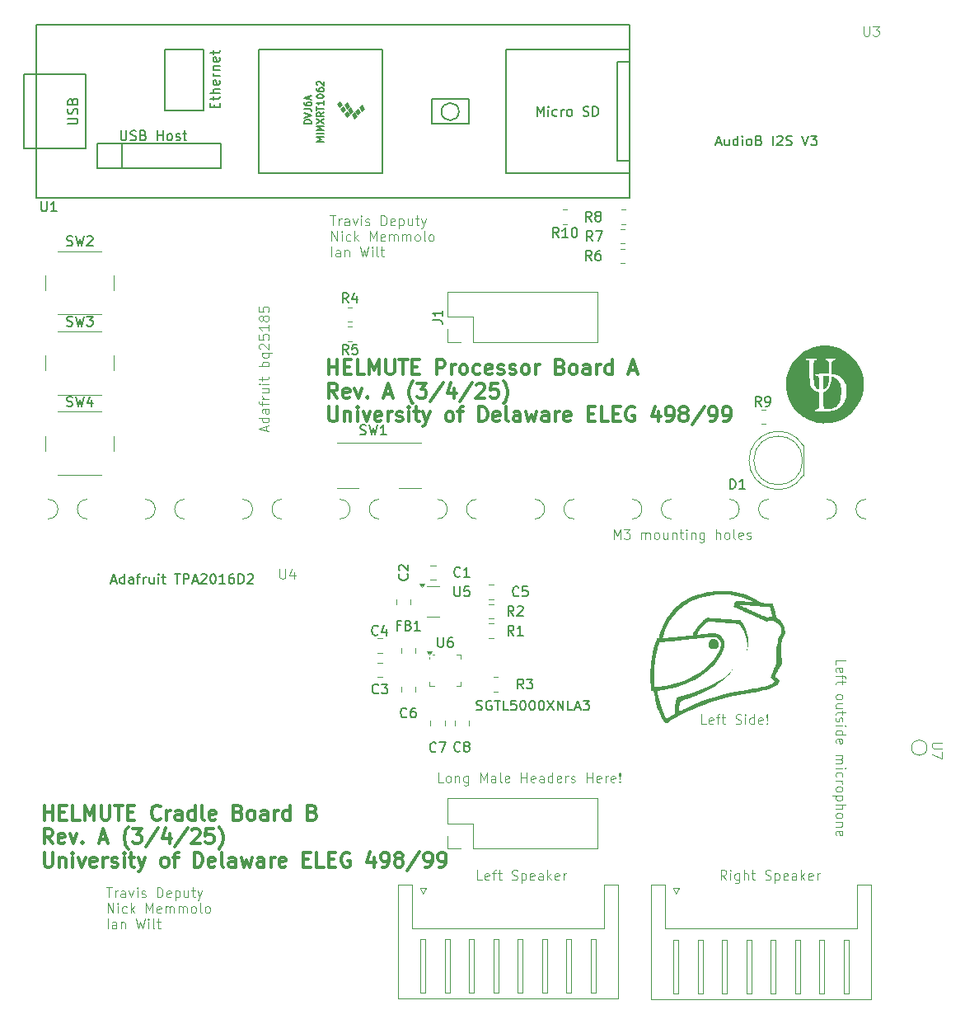
<source format=gbr>
%TF.GenerationSoftware,KiCad,Pcbnew,8.0.8*%
%TF.CreationDate,2025-03-04T17:08:20-05:00*%
%TF.ProjectId,board_AB,626f6172-645f-4414-922e-6b696361645f,rev?*%
%TF.SameCoordinates,Original*%
%TF.FileFunction,Legend,Top*%
%TF.FilePolarity,Positive*%
%FSLAX46Y46*%
G04 Gerber Fmt 4.6, Leading zero omitted, Abs format (unit mm)*
G04 Created by KiCad (PCBNEW 8.0.8) date 2025-03-04 17:08:20*
%MOMM*%
%LPD*%
G01*
G04 APERTURE LIST*
%ADD10C,0.100000*%
%ADD11C,0.300000*%
%ADD12C,0.150000*%
%ADD13C,0.120000*%
%ADD14C,0.000000*%
G04 APERTURE END LIST*
D10*
X151080074Y-109072419D02*
X150603884Y-109072419D01*
X150603884Y-109072419D02*
X150603884Y-108072419D01*
X151794360Y-109024800D02*
X151699122Y-109072419D01*
X151699122Y-109072419D02*
X151508646Y-109072419D01*
X151508646Y-109072419D02*
X151413408Y-109024800D01*
X151413408Y-109024800D02*
X151365789Y-108929561D01*
X151365789Y-108929561D02*
X151365789Y-108548609D01*
X151365789Y-108548609D02*
X151413408Y-108453371D01*
X151413408Y-108453371D02*
X151508646Y-108405752D01*
X151508646Y-108405752D02*
X151699122Y-108405752D01*
X151699122Y-108405752D02*
X151794360Y-108453371D01*
X151794360Y-108453371D02*
X151841979Y-108548609D01*
X151841979Y-108548609D02*
X151841979Y-108643847D01*
X151841979Y-108643847D02*
X151365789Y-108739085D01*
X152127694Y-108405752D02*
X152508646Y-108405752D01*
X152270551Y-109072419D02*
X152270551Y-108215276D01*
X152270551Y-108215276D02*
X152318170Y-108120038D01*
X152318170Y-108120038D02*
X152413408Y-108072419D01*
X152413408Y-108072419D02*
X152508646Y-108072419D01*
X152699123Y-108405752D02*
X153080075Y-108405752D01*
X152841980Y-108072419D02*
X152841980Y-108929561D01*
X152841980Y-108929561D02*
X152889599Y-109024800D01*
X152889599Y-109024800D02*
X152984837Y-109072419D01*
X152984837Y-109072419D02*
X153080075Y-109072419D01*
X154127695Y-109024800D02*
X154270552Y-109072419D01*
X154270552Y-109072419D02*
X154508647Y-109072419D01*
X154508647Y-109072419D02*
X154603885Y-109024800D01*
X154603885Y-109024800D02*
X154651504Y-108977180D01*
X154651504Y-108977180D02*
X154699123Y-108881942D01*
X154699123Y-108881942D02*
X154699123Y-108786704D01*
X154699123Y-108786704D02*
X154651504Y-108691466D01*
X154651504Y-108691466D02*
X154603885Y-108643847D01*
X154603885Y-108643847D02*
X154508647Y-108596228D01*
X154508647Y-108596228D02*
X154318171Y-108548609D01*
X154318171Y-108548609D02*
X154222933Y-108500990D01*
X154222933Y-108500990D02*
X154175314Y-108453371D01*
X154175314Y-108453371D02*
X154127695Y-108358133D01*
X154127695Y-108358133D02*
X154127695Y-108262895D01*
X154127695Y-108262895D02*
X154175314Y-108167657D01*
X154175314Y-108167657D02*
X154222933Y-108120038D01*
X154222933Y-108120038D02*
X154318171Y-108072419D01*
X154318171Y-108072419D02*
X154556266Y-108072419D01*
X154556266Y-108072419D02*
X154699123Y-108120038D01*
X155127695Y-108405752D02*
X155127695Y-109405752D01*
X155127695Y-108453371D02*
X155222933Y-108405752D01*
X155222933Y-108405752D02*
X155413409Y-108405752D01*
X155413409Y-108405752D02*
X155508647Y-108453371D01*
X155508647Y-108453371D02*
X155556266Y-108500990D01*
X155556266Y-108500990D02*
X155603885Y-108596228D01*
X155603885Y-108596228D02*
X155603885Y-108881942D01*
X155603885Y-108881942D02*
X155556266Y-108977180D01*
X155556266Y-108977180D02*
X155508647Y-109024800D01*
X155508647Y-109024800D02*
X155413409Y-109072419D01*
X155413409Y-109072419D02*
X155222933Y-109072419D01*
X155222933Y-109072419D02*
X155127695Y-109024800D01*
X156413409Y-109024800D02*
X156318171Y-109072419D01*
X156318171Y-109072419D02*
X156127695Y-109072419D01*
X156127695Y-109072419D02*
X156032457Y-109024800D01*
X156032457Y-109024800D02*
X155984838Y-108929561D01*
X155984838Y-108929561D02*
X155984838Y-108548609D01*
X155984838Y-108548609D02*
X156032457Y-108453371D01*
X156032457Y-108453371D02*
X156127695Y-108405752D01*
X156127695Y-108405752D02*
X156318171Y-108405752D01*
X156318171Y-108405752D02*
X156413409Y-108453371D01*
X156413409Y-108453371D02*
X156461028Y-108548609D01*
X156461028Y-108548609D02*
X156461028Y-108643847D01*
X156461028Y-108643847D02*
X155984838Y-108739085D01*
X157318171Y-109072419D02*
X157318171Y-108548609D01*
X157318171Y-108548609D02*
X157270552Y-108453371D01*
X157270552Y-108453371D02*
X157175314Y-108405752D01*
X157175314Y-108405752D02*
X156984838Y-108405752D01*
X156984838Y-108405752D02*
X156889600Y-108453371D01*
X157318171Y-109024800D02*
X157222933Y-109072419D01*
X157222933Y-109072419D02*
X156984838Y-109072419D01*
X156984838Y-109072419D02*
X156889600Y-109024800D01*
X156889600Y-109024800D02*
X156841981Y-108929561D01*
X156841981Y-108929561D02*
X156841981Y-108834323D01*
X156841981Y-108834323D02*
X156889600Y-108739085D01*
X156889600Y-108739085D02*
X156984838Y-108691466D01*
X156984838Y-108691466D02*
X157222933Y-108691466D01*
X157222933Y-108691466D02*
X157318171Y-108643847D01*
X157794362Y-109072419D02*
X157794362Y-108072419D01*
X157889600Y-108691466D02*
X158175314Y-109072419D01*
X158175314Y-108405752D02*
X157794362Y-108786704D01*
X158984838Y-109024800D02*
X158889600Y-109072419D01*
X158889600Y-109072419D02*
X158699124Y-109072419D01*
X158699124Y-109072419D02*
X158603886Y-109024800D01*
X158603886Y-109024800D02*
X158556267Y-108929561D01*
X158556267Y-108929561D02*
X158556267Y-108548609D01*
X158556267Y-108548609D02*
X158603886Y-108453371D01*
X158603886Y-108453371D02*
X158699124Y-108405752D01*
X158699124Y-108405752D02*
X158889600Y-108405752D01*
X158889600Y-108405752D02*
X158984838Y-108453371D01*
X158984838Y-108453371D02*
X159032457Y-108548609D01*
X159032457Y-108548609D02*
X159032457Y-108643847D01*
X159032457Y-108643847D02*
X158556267Y-108739085D01*
X159461029Y-109072419D02*
X159461029Y-108405752D01*
X159461029Y-108596228D02*
X159508648Y-108500990D01*
X159508648Y-108500990D02*
X159556267Y-108453371D01*
X159556267Y-108453371D02*
X159651505Y-108405752D01*
X159651505Y-108405752D02*
X159746743Y-108405752D01*
X174080074Y-93072419D02*
X173603884Y-93072419D01*
X173603884Y-93072419D02*
X173603884Y-92072419D01*
X174794360Y-93024800D02*
X174699122Y-93072419D01*
X174699122Y-93072419D02*
X174508646Y-93072419D01*
X174508646Y-93072419D02*
X174413408Y-93024800D01*
X174413408Y-93024800D02*
X174365789Y-92929561D01*
X174365789Y-92929561D02*
X174365789Y-92548609D01*
X174365789Y-92548609D02*
X174413408Y-92453371D01*
X174413408Y-92453371D02*
X174508646Y-92405752D01*
X174508646Y-92405752D02*
X174699122Y-92405752D01*
X174699122Y-92405752D02*
X174794360Y-92453371D01*
X174794360Y-92453371D02*
X174841979Y-92548609D01*
X174841979Y-92548609D02*
X174841979Y-92643847D01*
X174841979Y-92643847D02*
X174365789Y-92739085D01*
X175127694Y-92405752D02*
X175508646Y-92405752D01*
X175270551Y-93072419D02*
X175270551Y-92215276D01*
X175270551Y-92215276D02*
X175318170Y-92120038D01*
X175318170Y-92120038D02*
X175413408Y-92072419D01*
X175413408Y-92072419D02*
X175508646Y-92072419D01*
X175699123Y-92405752D02*
X176080075Y-92405752D01*
X175841980Y-92072419D02*
X175841980Y-92929561D01*
X175841980Y-92929561D02*
X175889599Y-93024800D01*
X175889599Y-93024800D02*
X175984837Y-93072419D01*
X175984837Y-93072419D02*
X176080075Y-93072419D01*
X177127695Y-93024800D02*
X177270552Y-93072419D01*
X177270552Y-93072419D02*
X177508647Y-93072419D01*
X177508647Y-93072419D02*
X177603885Y-93024800D01*
X177603885Y-93024800D02*
X177651504Y-92977180D01*
X177651504Y-92977180D02*
X177699123Y-92881942D01*
X177699123Y-92881942D02*
X177699123Y-92786704D01*
X177699123Y-92786704D02*
X177651504Y-92691466D01*
X177651504Y-92691466D02*
X177603885Y-92643847D01*
X177603885Y-92643847D02*
X177508647Y-92596228D01*
X177508647Y-92596228D02*
X177318171Y-92548609D01*
X177318171Y-92548609D02*
X177222933Y-92500990D01*
X177222933Y-92500990D02*
X177175314Y-92453371D01*
X177175314Y-92453371D02*
X177127695Y-92358133D01*
X177127695Y-92358133D02*
X177127695Y-92262895D01*
X177127695Y-92262895D02*
X177175314Y-92167657D01*
X177175314Y-92167657D02*
X177222933Y-92120038D01*
X177222933Y-92120038D02*
X177318171Y-92072419D01*
X177318171Y-92072419D02*
X177556266Y-92072419D01*
X177556266Y-92072419D02*
X177699123Y-92120038D01*
X178127695Y-93072419D02*
X178127695Y-92405752D01*
X178127695Y-92072419D02*
X178080076Y-92120038D01*
X178080076Y-92120038D02*
X178127695Y-92167657D01*
X178127695Y-92167657D02*
X178175314Y-92120038D01*
X178175314Y-92120038D02*
X178127695Y-92072419D01*
X178127695Y-92072419D02*
X178127695Y-92167657D01*
X179032456Y-93072419D02*
X179032456Y-92072419D01*
X179032456Y-93024800D02*
X178937218Y-93072419D01*
X178937218Y-93072419D02*
X178746742Y-93072419D01*
X178746742Y-93072419D02*
X178651504Y-93024800D01*
X178651504Y-93024800D02*
X178603885Y-92977180D01*
X178603885Y-92977180D02*
X178556266Y-92881942D01*
X178556266Y-92881942D02*
X178556266Y-92596228D01*
X178556266Y-92596228D02*
X178603885Y-92500990D01*
X178603885Y-92500990D02*
X178651504Y-92453371D01*
X178651504Y-92453371D02*
X178746742Y-92405752D01*
X178746742Y-92405752D02*
X178937218Y-92405752D01*
X178937218Y-92405752D02*
X179032456Y-92453371D01*
X179889599Y-93024800D02*
X179794361Y-93072419D01*
X179794361Y-93072419D02*
X179603885Y-93072419D01*
X179603885Y-93072419D02*
X179508647Y-93024800D01*
X179508647Y-93024800D02*
X179461028Y-92929561D01*
X179461028Y-92929561D02*
X179461028Y-92548609D01*
X179461028Y-92548609D02*
X179508647Y-92453371D01*
X179508647Y-92453371D02*
X179603885Y-92405752D01*
X179603885Y-92405752D02*
X179794361Y-92405752D01*
X179794361Y-92405752D02*
X179889599Y-92453371D01*
X179889599Y-92453371D02*
X179937218Y-92548609D01*
X179937218Y-92548609D02*
X179937218Y-92643847D01*
X179937218Y-92643847D02*
X179461028Y-92739085D01*
X180365790Y-92977180D02*
X180413409Y-93024800D01*
X180413409Y-93024800D02*
X180365790Y-93072419D01*
X180365790Y-93072419D02*
X180318171Y-93024800D01*
X180318171Y-93024800D02*
X180365790Y-92977180D01*
X180365790Y-92977180D02*
X180365790Y-93072419D01*
X180365790Y-92691466D02*
X180318171Y-92120038D01*
X180318171Y-92120038D02*
X180365790Y-92072419D01*
X180365790Y-92072419D02*
X180413409Y-92120038D01*
X180413409Y-92120038D02*
X180365790Y-92691466D01*
X180365790Y-92691466D02*
X180365790Y-92072419D01*
D11*
X106104510Y-102920996D02*
X106104510Y-101420996D01*
X106104510Y-102135282D02*
X106961653Y-102135282D01*
X106961653Y-102920996D02*
X106961653Y-101420996D01*
X107675939Y-102135282D02*
X108175939Y-102135282D01*
X108390225Y-102920996D02*
X107675939Y-102920996D01*
X107675939Y-102920996D02*
X107675939Y-101420996D01*
X107675939Y-101420996D02*
X108390225Y-101420996D01*
X109747368Y-102920996D02*
X109033082Y-102920996D01*
X109033082Y-102920996D02*
X109033082Y-101420996D01*
X110247368Y-102920996D02*
X110247368Y-101420996D01*
X110247368Y-101420996D02*
X110747368Y-102492425D01*
X110747368Y-102492425D02*
X111247368Y-101420996D01*
X111247368Y-101420996D02*
X111247368Y-102920996D01*
X111961654Y-101420996D02*
X111961654Y-102635282D01*
X111961654Y-102635282D02*
X112033083Y-102778139D01*
X112033083Y-102778139D02*
X112104512Y-102849568D01*
X112104512Y-102849568D02*
X112247369Y-102920996D01*
X112247369Y-102920996D02*
X112533083Y-102920996D01*
X112533083Y-102920996D02*
X112675940Y-102849568D01*
X112675940Y-102849568D02*
X112747369Y-102778139D01*
X112747369Y-102778139D02*
X112818797Y-102635282D01*
X112818797Y-102635282D02*
X112818797Y-101420996D01*
X113318798Y-101420996D02*
X114175941Y-101420996D01*
X113747369Y-102920996D02*
X113747369Y-101420996D01*
X114675940Y-102135282D02*
X115175940Y-102135282D01*
X115390226Y-102920996D02*
X114675940Y-102920996D01*
X114675940Y-102920996D02*
X114675940Y-101420996D01*
X114675940Y-101420996D02*
X115390226Y-101420996D01*
X118033083Y-102778139D02*
X117961655Y-102849568D01*
X117961655Y-102849568D02*
X117747369Y-102920996D01*
X117747369Y-102920996D02*
X117604512Y-102920996D01*
X117604512Y-102920996D02*
X117390226Y-102849568D01*
X117390226Y-102849568D02*
X117247369Y-102706710D01*
X117247369Y-102706710D02*
X117175940Y-102563853D01*
X117175940Y-102563853D02*
X117104512Y-102278139D01*
X117104512Y-102278139D02*
X117104512Y-102063853D01*
X117104512Y-102063853D02*
X117175940Y-101778139D01*
X117175940Y-101778139D02*
X117247369Y-101635282D01*
X117247369Y-101635282D02*
X117390226Y-101492425D01*
X117390226Y-101492425D02*
X117604512Y-101420996D01*
X117604512Y-101420996D02*
X117747369Y-101420996D01*
X117747369Y-101420996D02*
X117961655Y-101492425D01*
X117961655Y-101492425D02*
X118033083Y-101563853D01*
X118675940Y-102920996D02*
X118675940Y-101920996D01*
X118675940Y-102206710D02*
X118747369Y-102063853D01*
X118747369Y-102063853D02*
X118818798Y-101992425D01*
X118818798Y-101992425D02*
X118961655Y-101920996D01*
X118961655Y-101920996D02*
X119104512Y-101920996D01*
X120247369Y-102920996D02*
X120247369Y-102135282D01*
X120247369Y-102135282D02*
X120175940Y-101992425D01*
X120175940Y-101992425D02*
X120033083Y-101920996D01*
X120033083Y-101920996D02*
X119747369Y-101920996D01*
X119747369Y-101920996D02*
X119604511Y-101992425D01*
X120247369Y-102849568D02*
X120104511Y-102920996D01*
X120104511Y-102920996D02*
X119747369Y-102920996D01*
X119747369Y-102920996D02*
X119604511Y-102849568D01*
X119604511Y-102849568D02*
X119533083Y-102706710D01*
X119533083Y-102706710D02*
X119533083Y-102563853D01*
X119533083Y-102563853D02*
X119604511Y-102420996D01*
X119604511Y-102420996D02*
X119747369Y-102349568D01*
X119747369Y-102349568D02*
X120104511Y-102349568D01*
X120104511Y-102349568D02*
X120247369Y-102278139D01*
X121604512Y-102920996D02*
X121604512Y-101420996D01*
X121604512Y-102849568D02*
X121461654Y-102920996D01*
X121461654Y-102920996D02*
X121175940Y-102920996D01*
X121175940Y-102920996D02*
X121033083Y-102849568D01*
X121033083Y-102849568D02*
X120961654Y-102778139D01*
X120961654Y-102778139D02*
X120890226Y-102635282D01*
X120890226Y-102635282D02*
X120890226Y-102206710D01*
X120890226Y-102206710D02*
X120961654Y-102063853D01*
X120961654Y-102063853D02*
X121033083Y-101992425D01*
X121033083Y-101992425D02*
X121175940Y-101920996D01*
X121175940Y-101920996D02*
X121461654Y-101920996D01*
X121461654Y-101920996D02*
X121604512Y-101992425D01*
X122533083Y-102920996D02*
X122390226Y-102849568D01*
X122390226Y-102849568D02*
X122318797Y-102706710D01*
X122318797Y-102706710D02*
X122318797Y-101420996D01*
X123675940Y-102849568D02*
X123533083Y-102920996D01*
X123533083Y-102920996D02*
X123247369Y-102920996D01*
X123247369Y-102920996D02*
X123104511Y-102849568D01*
X123104511Y-102849568D02*
X123033083Y-102706710D01*
X123033083Y-102706710D02*
X123033083Y-102135282D01*
X123033083Y-102135282D02*
X123104511Y-101992425D01*
X123104511Y-101992425D02*
X123247369Y-101920996D01*
X123247369Y-101920996D02*
X123533083Y-101920996D01*
X123533083Y-101920996D02*
X123675940Y-101992425D01*
X123675940Y-101992425D02*
X123747369Y-102135282D01*
X123747369Y-102135282D02*
X123747369Y-102278139D01*
X123747369Y-102278139D02*
X123033083Y-102420996D01*
X126033082Y-102135282D02*
X126247368Y-102206710D01*
X126247368Y-102206710D02*
X126318797Y-102278139D01*
X126318797Y-102278139D02*
X126390225Y-102420996D01*
X126390225Y-102420996D02*
X126390225Y-102635282D01*
X126390225Y-102635282D02*
X126318797Y-102778139D01*
X126318797Y-102778139D02*
X126247368Y-102849568D01*
X126247368Y-102849568D02*
X126104511Y-102920996D01*
X126104511Y-102920996D02*
X125533082Y-102920996D01*
X125533082Y-102920996D02*
X125533082Y-101420996D01*
X125533082Y-101420996D02*
X126033082Y-101420996D01*
X126033082Y-101420996D02*
X126175940Y-101492425D01*
X126175940Y-101492425D02*
X126247368Y-101563853D01*
X126247368Y-101563853D02*
X126318797Y-101706710D01*
X126318797Y-101706710D02*
X126318797Y-101849568D01*
X126318797Y-101849568D02*
X126247368Y-101992425D01*
X126247368Y-101992425D02*
X126175940Y-102063853D01*
X126175940Y-102063853D02*
X126033082Y-102135282D01*
X126033082Y-102135282D02*
X125533082Y-102135282D01*
X127247368Y-102920996D02*
X127104511Y-102849568D01*
X127104511Y-102849568D02*
X127033082Y-102778139D01*
X127033082Y-102778139D02*
X126961654Y-102635282D01*
X126961654Y-102635282D02*
X126961654Y-102206710D01*
X126961654Y-102206710D02*
X127033082Y-102063853D01*
X127033082Y-102063853D02*
X127104511Y-101992425D01*
X127104511Y-101992425D02*
X127247368Y-101920996D01*
X127247368Y-101920996D02*
X127461654Y-101920996D01*
X127461654Y-101920996D02*
X127604511Y-101992425D01*
X127604511Y-101992425D02*
X127675940Y-102063853D01*
X127675940Y-102063853D02*
X127747368Y-102206710D01*
X127747368Y-102206710D02*
X127747368Y-102635282D01*
X127747368Y-102635282D02*
X127675940Y-102778139D01*
X127675940Y-102778139D02*
X127604511Y-102849568D01*
X127604511Y-102849568D02*
X127461654Y-102920996D01*
X127461654Y-102920996D02*
X127247368Y-102920996D01*
X129033083Y-102920996D02*
X129033083Y-102135282D01*
X129033083Y-102135282D02*
X128961654Y-101992425D01*
X128961654Y-101992425D02*
X128818797Y-101920996D01*
X128818797Y-101920996D02*
X128533083Y-101920996D01*
X128533083Y-101920996D02*
X128390225Y-101992425D01*
X129033083Y-102849568D02*
X128890225Y-102920996D01*
X128890225Y-102920996D02*
X128533083Y-102920996D01*
X128533083Y-102920996D02*
X128390225Y-102849568D01*
X128390225Y-102849568D02*
X128318797Y-102706710D01*
X128318797Y-102706710D02*
X128318797Y-102563853D01*
X128318797Y-102563853D02*
X128390225Y-102420996D01*
X128390225Y-102420996D02*
X128533083Y-102349568D01*
X128533083Y-102349568D02*
X128890225Y-102349568D01*
X128890225Y-102349568D02*
X129033083Y-102278139D01*
X129747368Y-102920996D02*
X129747368Y-101920996D01*
X129747368Y-102206710D02*
X129818797Y-102063853D01*
X129818797Y-102063853D02*
X129890226Y-101992425D01*
X129890226Y-101992425D02*
X130033083Y-101920996D01*
X130033083Y-101920996D02*
X130175940Y-101920996D01*
X131318797Y-102920996D02*
X131318797Y-101420996D01*
X131318797Y-102849568D02*
X131175939Y-102920996D01*
X131175939Y-102920996D02*
X130890225Y-102920996D01*
X130890225Y-102920996D02*
X130747368Y-102849568D01*
X130747368Y-102849568D02*
X130675939Y-102778139D01*
X130675939Y-102778139D02*
X130604511Y-102635282D01*
X130604511Y-102635282D02*
X130604511Y-102206710D01*
X130604511Y-102206710D02*
X130675939Y-102063853D01*
X130675939Y-102063853D02*
X130747368Y-101992425D01*
X130747368Y-101992425D02*
X130890225Y-101920996D01*
X130890225Y-101920996D02*
X131175939Y-101920996D01*
X131175939Y-101920996D02*
X131318797Y-101992425D01*
X133675939Y-102135282D02*
X133890225Y-102206710D01*
X133890225Y-102206710D02*
X133961654Y-102278139D01*
X133961654Y-102278139D02*
X134033082Y-102420996D01*
X134033082Y-102420996D02*
X134033082Y-102635282D01*
X134033082Y-102635282D02*
X133961654Y-102778139D01*
X133961654Y-102778139D02*
X133890225Y-102849568D01*
X133890225Y-102849568D02*
X133747368Y-102920996D01*
X133747368Y-102920996D02*
X133175939Y-102920996D01*
X133175939Y-102920996D02*
X133175939Y-101420996D01*
X133175939Y-101420996D02*
X133675939Y-101420996D01*
X133675939Y-101420996D02*
X133818797Y-101492425D01*
X133818797Y-101492425D02*
X133890225Y-101563853D01*
X133890225Y-101563853D02*
X133961654Y-101706710D01*
X133961654Y-101706710D02*
X133961654Y-101849568D01*
X133961654Y-101849568D02*
X133890225Y-101992425D01*
X133890225Y-101992425D02*
X133818797Y-102063853D01*
X133818797Y-102063853D02*
X133675939Y-102135282D01*
X133675939Y-102135282D02*
X133175939Y-102135282D01*
X106961653Y-105335912D02*
X106461653Y-104621626D01*
X106104510Y-105335912D02*
X106104510Y-103835912D01*
X106104510Y-103835912D02*
X106675939Y-103835912D01*
X106675939Y-103835912D02*
X106818796Y-103907341D01*
X106818796Y-103907341D02*
X106890225Y-103978769D01*
X106890225Y-103978769D02*
X106961653Y-104121626D01*
X106961653Y-104121626D02*
X106961653Y-104335912D01*
X106961653Y-104335912D02*
X106890225Y-104478769D01*
X106890225Y-104478769D02*
X106818796Y-104550198D01*
X106818796Y-104550198D02*
X106675939Y-104621626D01*
X106675939Y-104621626D02*
X106104510Y-104621626D01*
X108175939Y-105264484D02*
X108033082Y-105335912D01*
X108033082Y-105335912D02*
X107747368Y-105335912D01*
X107747368Y-105335912D02*
X107604510Y-105264484D01*
X107604510Y-105264484D02*
X107533082Y-105121626D01*
X107533082Y-105121626D02*
X107533082Y-104550198D01*
X107533082Y-104550198D02*
X107604510Y-104407341D01*
X107604510Y-104407341D02*
X107747368Y-104335912D01*
X107747368Y-104335912D02*
X108033082Y-104335912D01*
X108033082Y-104335912D02*
X108175939Y-104407341D01*
X108175939Y-104407341D02*
X108247368Y-104550198D01*
X108247368Y-104550198D02*
X108247368Y-104693055D01*
X108247368Y-104693055D02*
X107533082Y-104835912D01*
X108747367Y-104335912D02*
X109104510Y-105335912D01*
X109104510Y-105335912D02*
X109461653Y-104335912D01*
X110033081Y-105193055D02*
X110104510Y-105264484D01*
X110104510Y-105264484D02*
X110033081Y-105335912D01*
X110033081Y-105335912D02*
X109961653Y-105264484D01*
X109961653Y-105264484D02*
X110033081Y-105193055D01*
X110033081Y-105193055D02*
X110033081Y-105335912D01*
X111818796Y-104907341D02*
X112533082Y-104907341D01*
X111675939Y-105335912D02*
X112175939Y-103835912D01*
X112175939Y-103835912D02*
X112675939Y-105335912D01*
X114747367Y-105907341D02*
X114675938Y-105835912D01*
X114675938Y-105835912D02*
X114533081Y-105621626D01*
X114533081Y-105621626D02*
X114461653Y-105478769D01*
X114461653Y-105478769D02*
X114390224Y-105264484D01*
X114390224Y-105264484D02*
X114318795Y-104907341D01*
X114318795Y-104907341D02*
X114318795Y-104621626D01*
X114318795Y-104621626D02*
X114390224Y-104264484D01*
X114390224Y-104264484D02*
X114461653Y-104050198D01*
X114461653Y-104050198D02*
X114533081Y-103907341D01*
X114533081Y-103907341D02*
X114675938Y-103693055D01*
X114675938Y-103693055D02*
X114747367Y-103621626D01*
X115175938Y-103835912D02*
X116104510Y-103835912D01*
X116104510Y-103835912D02*
X115604510Y-104407341D01*
X115604510Y-104407341D02*
X115818795Y-104407341D01*
X115818795Y-104407341D02*
X115961653Y-104478769D01*
X115961653Y-104478769D02*
X116033081Y-104550198D01*
X116033081Y-104550198D02*
X116104510Y-104693055D01*
X116104510Y-104693055D02*
X116104510Y-105050198D01*
X116104510Y-105050198D02*
X116033081Y-105193055D01*
X116033081Y-105193055D02*
X115961653Y-105264484D01*
X115961653Y-105264484D02*
X115818795Y-105335912D01*
X115818795Y-105335912D02*
X115390224Y-105335912D01*
X115390224Y-105335912D02*
X115247367Y-105264484D01*
X115247367Y-105264484D02*
X115175938Y-105193055D01*
X117818795Y-103764484D02*
X116533081Y-105693055D01*
X118961653Y-104335912D02*
X118961653Y-105335912D01*
X118604510Y-103764484D02*
X118247367Y-104835912D01*
X118247367Y-104835912D02*
X119175938Y-104835912D01*
X120818795Y-103764484D02*
X119533081Y-105693055D01*
X121247367Y-103978769D02*
X121318795Y-103907341D01*
X121318795Y-103907341D02*
X121461653Y-103835912D01*
X121461653Y-103835912D02*
X121818795Y-103835912D01*
X121818795Y-103835912D02*
X121961653Y-103907341D01*
X121961653Y-103907341D02*
X122033081Y-103978769D01*
X122033081Y-103978769D02*
X122104510Y-104121626D01*
X122104510Y-104121626D02*
X122104510Y-104264484D01*
X122104510Y-104264484D02*
X122033081Y-104478769D01*
X122033081Y-104478769D02*
X121175938Y-105335912D01*
X121175938Y-105335912D02*
X122104510Y-105335912D01*
X123461652Y-103835912D02*
X122747366Y-103835912D01*
X122747366Y-103835912D02*
X122675938Y-104550198D01*
X122675938Y-104550198D02*
X122747366Y-104478769D01*
X122747366Y-104478769D02*
X122890224Y-104407341D01*
X122890224Y-104407341D02*
X123247366Y-104407341D01*
X123247366Y-104407341D02*
X123390224Y-104478769D01*
X123390224Y-104478769D02*
X123461652Y-104550198D01*
X123461652Y-104550198D02*
X123533081Y-104693055D01*
X123533081Y-104693055D02*
X123533081Y-105050198D01*
X123533081Y-105050198D02*
X123461652Y-105193055D01*
X123461652Y-105193055D02*
X123390224Y-105264484D01*
X123390224Y-105264484D02*
X123247366Y-105335912D01*
X123247366Y-105335912D02*
X122890224Y-105335912D01*
X122890224Y-105335912D02*
X122747366Y-105264484D01*
X122747366Y-105264484D02*
X122675938Y-105193055D01*
X124033080Y-105907341D02*
X124104509Y-105835912D01*
X124104509Y-105835912D02*
X124247366Y-105621626D01*
X124247366Y-105621626D02*
X124318795Y-105478769D01*
X124318795Y-105478769D02*
X124390223Y-105264484D01*
X124390223Y-105264484D02*
X124461652Y-104907341D01*
X124461652Y-104907341D02*
X124461652Y-104621626D01*
X124461652Y-104621626D02*
X124390223Y-104264484D01*
X124390223Y-104264484D02*
X124318795Y-104050198D01*
X124318795Y-104050198D02*
X124247366Y-103907341D01*
X124247366Y-103907341D02*
X124104509Y-103693055D01*
X124104509Y-103693055D02*
X124033080Y-103621626D01*
X106104510Y-106250828D02*
X106104510Y-107465114D01*
X106104510Y-107465114D02*
X106175939Y-107607971D01*
X106175939Y-107607971D02*
X106247368Y-107679400D01*
X106247368Y-107679400D02*
X106390225Y-107750828D01*
X106390225Y-107750828D02*
X106675939Y-107750828D01*
X106675939Y-107750828D02*
X106818796Y-107679400D01*
X106818796Y-107679400D02*
X106890225Y-107607971D01*
X106890225Y-107607971D02*
X106961653Y-107465114D01*
X106961653Y-107465114D02*
X106961653Y-106250828D01*
X107675939Y-106750828D02*
X107675939Y-107750828D01*
X107675939Y-106893685D02*
X107747368Y-106822257D01*
X107747368Y-106822257D02*
X107890225Y-106750828D01*
X107890225Y-106750828D02*
X108104511Y-106750828D01*
X108104511Y-106750828D02*
X108247368Y-106822257D01*
X108247368Y-106822257D02*
X108318797Y-106965114D01*
X108318797Y-106965114D02*
X108318797Y-107750828D01*
X109033082Y-107750828D02*
X109033082Y-106750828D01*
X109033082Y-106250828D02*
X108961654Y-106322257D01*
X108961654Y-106322257D02*
X109033082Y-106393685D01*
X109033082Y-106393685D02*
X109104511Y-106322257D01*
X109104511Y-106322257D02*
X109033082Y-106250828D01*
X109033082Y-106250828D02*
X109033082Y-106393685D01*
X109604511Y-106750828D02*
X109961654Y-107750828D01*
X109961654Y-107750828D02*
X110318797Y-106750828D01*
X111461654Y-107679400D02*
X111318797Y-107750828D01*
X111318797Y-107750828D02*
X111033083Y-107750828D01*
X111033083Y-107750828D02*
X110890225Y-107679400D01*
X110890225Y-107679400D02*
X110818797Y-107536542D01*
X110818797Y-107536542D02*
X110818797Y-106965114D01*
X110818797Y-106965114D02*
X110890225Y-106822257D01*
X110890225Y-106822257D02*
X111033083Y-106750828D01*
X111033083Y-106750828D02*
X111318797Y-106750828D01*
X111318797Y-106750828D02*
X111461654Y-106822257D01*
X111461654Y-106822257D02*
X111533083Y-106965114D01*
X111533083Y-106965114D02*
X111533083Y-107107971D01*
X111533083Y-107107971D02*
X110818797Y-107250828D01*
X112175939Y-107750828D02*
X112175939Y-106750828D01*
X112175939Y-107036542D02*
X112247368Y-106893685D01*
X112247368Y-106893685D02*
X112318797Y-106822257D01*
X112318797Y-106822257D02*
X112461654Y-106750828D01*
X112461654Y-106750828D02*
X112604511Y-106750828D01*
X113033082Y-107679400D02*
X113175939Y-107750828D01*
X113175939Y-107750828D02*
X113461653Y-107750828D01*
X113461653Y-107750828D02*
X113604510Y-107679400D01*
X113604510Y-107679400D02*
X113675939Y-107536542D01*
X113675939Y-107536542D02*
X113675939Y-107465114D01*
X113675939Y-107465114D02*
X113604510Y-107322257D01*
X113604510Y-107322257D02*
X113461653Y-107250828D01*
X113461653Y-107250828D02*
X113247368Y-107250828D01*
X113247368Y-107250828D02*
X113104510Y-107179400D01*
X113104510Y-107179400D02*
X113033082Y-107036542D01*
X113033082Y-107036542D02*
X113033082Y-106965114D01*
X113033082Y-106965114D02*
X113104510Y-106822257D01*
X113104510Y-106822257D02*
X113247368Y-106750828D01*
X113247368Y-106750828D02*
X113461653Y-106750828D01*
X113461653Y-106750828D02*
X113604510Y-106822257D01*
X114318796Y-107750828D02*
X114318796Y-106750828D01*
X114318796Y-106250828D02*
X114247368Y-106322257D01*
X114247368Y-106322257D02*
X114318796Y-106393685D01*
X114318796Y-106393685D02*
X114390225Y-106322257D01*
X114390225Y-106322257D02*
X114318796Y-106250828D01*
X114318796Y-106250828D02*
X114318796Y-106393685D01*
X114818797Y-106750828D02*
X115390225Y-106750828D01*
X115033082Y-106250828D02*
X115033082Y-107536542D01*
X115033082Y-107536542D02*
X115104511Y-107679400D01*
X115104511Y-107679400D02*
X115247368Y-107750828D01*
X115247368Y-107750828D02*
X115390225Y-107750828D01*
X115747368Y-106750828D02*
X116104511Y-107750828D01*
X116461654Y-106750828D02*
X116104511Y-107750828D01*
X116104511Y-107750828D02*
X115961654Y-108107971D01*
X115961654Y-108107971D02*
X115890225Y-108179400D01*
X115890225Y-108179400D02*
X115747368Y-108250828D01*
X118390225Y-107750828D02*
X118247368Y-107679400D01*
X118247368Y-107679400D02*
X118175939Y-107607971D01*
X118175939Y-107607971D02*
X118104511Y-107465114D01*
X118104511Y-107465114D02*
X118104511Y-107036542D01*
X118104511Y-107036542D02*
X118175939Y-106893685D01*
X118175939Y-106893685D02*
X118247368Y-106822257D01*
X118247368Y-106822257D02*
X118390225Y-106750828D01*
X118390225Y-106750828D02*
X118604511Y-106750828D01*
X118604511Y-106750828D02*
X118747368Y-106822257D01*
X118747368Y-106822257D02*
X118818797Y-106893685D01*
X118818797Y-106893685D02*
X118890225Y-107036542D01*
X118890225Y-107036542D02*
X118890225Y-107465114D01*
X118890225Y-107465114D02*
X118818797Y-107607971D01*
X118818797Y-107607971D02*
X118747368Y-107679400D01*
X118747368Y-107679400D02*
X118604511Y-107750828D01*
X118604511Y-107750828D02*
X118390225Y-107750828D01*
X119318797Y-106750828D02*
X119890225Y-106750828D01*
X119533082Y-107750828D02*
X119533082Y-106465114D01*
X119533082Y-106465114D02*
X119604511Y-106322257D01*
X119604511Y-106322257D02*
X119747368Y-106250828D01*
X119747368Y-106250828D02*
X119890225Y-106250828D01*
X121533082Y-107750828D02*
X121533082Y-106250828D01*
X121533082Y-106250828D02*
X121890225Y-106250828D01*
X121890225Y-106250828D02*
X122104511Y-106322257D01*
X122104511Y-106322257D02*
X122247368Y-106465114D01*
X122247368Y-106465114D02*
X122318797Y-106607971D01*
X122318797Y-106607971D02*
X122390225Y-106893685D01*
X122390225Y-106893685D02*
X122390225Y-107107971D01*
X122390225Y-107107971D02*
X122318797Y-107393685D01*
X122318797Y-107393685D02*
X122247368Y-107536542D01*
X122247368Y-107536542D02*
X122104511Y-107679400D01*
X122104511Y-107679400D02*
X121890225Y-107750828D01*
X121890225Y-107750828D02*
X121533082Y-107750828D01*
X123604511Y-107679400D02*
X123461654Y-107750828D01*
X123461654Y-107750828D02*
X123175940Y-107750828D01*
X123175940Y-107750828D02*
X123033082Y-107679400D01*
X123033082Y-107679400D02*
X122961654Y-107536542D01*
X122961654Y-107536542D02*
X122961654Y-106965114D01*
X122961654Y-106965114D02*
X123033082Y-106822257D01*
X123033082Y-106822257D02*
X123175940Y-106750828D01*
X123175940Y-106750828D02*
X123461654Y-106750828D01*
X123461654Y-106750828D02*
X123604511Y-106822257D01*
X123604511Y-106822257D02*
X123675940Y-106965114D01*
X123675940Y-106965114D02*
X123675940Y-107107971D01*
X123675940Y-107107971D02*
X122961654Y-107250828D01*
X124533082Y-107750828D02*
X124390225Y-107679400D01*
X124390225Y-107679400D02*
X124318796Y-107536542D01*
X124318796Y-107536542D02*
X124318796Y-106250828D01*
X125747368Y-107750828D02*
X125747368Y-106965114D01*
X125747368Y-106965114D02*
X125675939Y-106822257D01*
X125675939Y-106822257D02*
X125533082Y-106750828D01*
X125533082Y-106750828D02*
X125247368Y-106750828D01*
X125247368Y-106750828D02*
X125104510Y-106822257D01*
X125747368Y-107679400D02*
X125604510Y-107750828D01*
X125604510Y-107750828D02*
X125247368Y-107750828D01*
X125247368Y-107750828D02*
X125104510Y-107679400D01*
X125104510Y-107679400D02*
X125033082Y-107536542D01*
X125033082Y-107536542D02*
X125033082Y-107393685D01*
X125033082Y-107393685D02*
X125104510Y-107250828D01*
X125104510Y-107250828D02*
X125247368Y-107179400D01*
X125247368Y-107179400D02*
X125604510Y-107179400D01*
X125604510Y-107179400D02*
X125747368Y-107107971D01*
X126318796Y-106750828D02*
X126604511Y-107750828D01*
X126604511Y-107750828D02*
X126890225Y-107036542D01*
X126890225Y-107036542D02*
X127175939Y-107750828D01*
X127175939Y-107750828D02*
X127461653Y-106750828D01*
X128675940Y-107750828D02*
X128675940Y-106965114D01*
X128675940Y-106965114D02*
X128604511Y-106822257D01*
X128604511Y-106822257D02*
X128461654Y-106750828D01*
X128461654Y-106750828D02*
X128175940Y-106750828D01*
X128175940Y-106750828D02*
X128033082Y-106822257D01*
X128675940Y-107679400D02*
X128533082Y-107750828D01*
X128533082Y-107750828D02*
X128175940Y-107750828D01*
X128175940Y-107750828D02*
X128033082Y-107679400D01*
X128033082Y-107679400D02*
X127961654Y-107536542D01*
X127961654Y-107536542D02*
X127961654Y-107393685D01*
X127961654Y-107393685D02*
X128033082Y-107250828D01*
X128033082Y-107250828D02*
X128175940Y-107179400D01*
X128175940Y-107179400D02*
X128533082Y-107179400D01*
X128533082Y-107179400D02*
X128675940Y-107107971D01*
X129390225Y-107750828D02*
X129390225Y-106750828D01*
X129390225Y-107036542D02*
X129461654Y-106893685D01*
X129461654Y-106893685D02*
X129533083Y-106822257D01*
X129533083Y-106822257D02*
X129675940Y-106750828D01*
X129675940Y-106750828D02*
X129818797Y-106750828D01*
X130890225Y-107679400D02*
X130747368Y-107750828D01*
X130747368Y-107750828D02*
X130461654Y-107750828D01*
X130461654Y-107750828D02*
X130318796Y-107679400D01*
X130318796Y-107679400D02*
X130247368Y-107536542D01*
X130247368Y-107536542D02*
X130247368Y-106965114D01*
X130247368Y-106965114D02*
X130318796Y-106822257D01*
X130318796Y-106822257D02*
X130461654Y-106750828D01*
X130461654Y-106750828D02*
X130747368Y-106750828D01*
X130747368Y-106750828D02*
X130890225Y-106822257D01*
X130890225Y-106822257D02*
X130961654Y-106965114D01*
X130961654Y-106965114D02*
X130961654Y-107107971D01*
X130961654Y-107107971D02*
X130247368Y-107250828D01*
X132747367Y-106965114D02*
X133247367Y-106965114D01*
X133461653Y-107750828D02*
X132747367Y-107750828D01*
X132747367Y-107750828D02*
X132747367Y-106250828D01*
X132747367Y-106250828D02*
X133461653Y-106250828D01*
X134818796Y-107750828D02*
X134104510Y-107750828D01*
X134104510Y-107750828D02*
X134104510Y-106250828D01*
X135318796Y-106965114D02*
X135818796Y-106965114D01*
X136033082Y-107750828D02*
X135318796Y-107750828D01*
X135318796Y-107750828D02*
X135318796Y-106250828D01*
X135318796Y-106250828D02*
X136033082Y-106250828D01*
X137461654Y-106322257D02*
X137318797Y-106250828D01*
X137318797Y-106250828D02*
X137104511Y-106250828D01*
X137104511Y-106250828D02*
X136890225Y-106322257D01*
X136890225Y-106322257D02*
X136747368Y-106465114D01*
X136747368Y-106465114D02*
X136675939Y-106607971D01*
X136675939Y-106607971D02*
X136604511Y-106893685D01*
X136604511Y-106893685D02*
X136604511Y-107107971D01*
X136604511Y-107107971D02*
X136675939Y-107393685D01*
X136675939Y-107393685D02*
X136747368Y-107536542D01*
X136747368Y-107536542D02*
X136890225Y-107679400D01*
X136890225Y-107679400D02*
X137104511Y-107750828D01*
X137104511Y-107750828D02*
X137247368Y-107750828D01*
X137247368Y-107750828D02*
X137461654Y-107679400D01*
X137461654Y-107679400D02*
X137533082Y-107607971D01*
X137533082Y-107607971D02*
X137533082Y-107107971D01*
X137533082Y-107107971D02*
X137247368Y-107107971D01*
X139961654Y-106750828D02*
X139961654Y-107750828D01*
X139604511Y-106179400D02*
X139247368Y-107250828D01*
X139247368Y-107250828D02*
X140175939Y-107250828D01*
X140818796Y-107750828D02*
X141104510Y-107750828D01*
X141104510Y-107750828D02*
X141247367Y-107679400D01*
X141247367Y-107679400D02*
X141318796Y-107607971D01*
X141318796Y-107607971D02*
X141461653Y-107393685D01*
X141461653Y-107393685D02*
X141533082Y-107107971D01*
X141533082Y-107107971D02*
X141533082Y-106536542D01*
X141533082Y-106536542D02*
X141461653Y-106393685D01*
X141461653Y-106393685D02*
X141390225Y-106322257D01*
X141390225Y-106322257D02*
X141247367Y-106250828D01*
X141247367Y-106250828D02*
X140961653Y-106250828D01*
X140961653Y-106250828D02*
X140818796Y-106322257D01*
X140818796Y-106322257D02*
X140747367Y-106393685D01*
X140747367Y-106393685D02*
X140675939Y-106536542D01*
X140675939Y-106536542D02*
X140675939Y-106893685D01*
X140675939Y-106893685D02*
X140747367Y-107036542D01*
X140747367Y-107036542D02*
X140818796Y-107107971D01*
X140818796Y-107107971D02*
X140961653Y-107179400D01*
X140961653Y-107179400D02*
X141247367Y-107179400D01*
X141247367Y-107179400D02*
X141390225Y-107107971D01*
X141390225Y-107107971D02*
X141461653Y-107036542D01*
X141461653Y-107036542D02*
X141533082Y-106893685D01*
X142390224Y-106893685D02*
X142247367Y-106822257D01*
X142247367Y-106822257D02*
X142175938Y-106750828D01*
X142175938Y-106750828D02*
X142104510Y-106607971D01*
X142104510Y-106607971D02*
X142104510Y-106536542D01*
X142104510Y-106536542D02*
X142175938Y-106393685D01*
X142175938Y-106393685D02*
X142247367Y-106322257D01*
X142247367Y-106322257D02*
X142390224Y-106250828D01*
X142390224Y-106250828D02*
X142675938Y-106250828D01*
X142675938Y-106250828D02*
X142818796Y-106322257D01*
X142818796Y-106322257D02*
X142890224Y-106393685D01*
X142890224Y-106393685D02*
X142961653Y-106536542D01*
X142961653Y-106536542D02*
X142961653Y-106607971D01*
X142961653Y-106607971D02*
X142890224Y-106750828D01*
X142890224Y-106750828D02*
X142818796Y-106822257D01*
X142818796Y-106822257D02*
X142675938Y-106893685D01*
X142675938Y-106893685D02*
X142390224Y-106893685D01*
X142390224Y-106893685D02*
X142247367Y-106965114D01*
X142247367Y-106965114D02*
X142175938Y-107036542D01*
X142175938Y-107036542D02*
X142104510Y-107179400D01*
X142104510Y-107179400D02*
X142104510Y-107465114D01*
X142104510Y-107465114D02*
X142175938Y-107607971D01*
X142175938Y-107607971D02*
X142247367Y-107679400D01*
X142247367Y-107679400D02*
X142390224Y-107750828D01*
X142390224Y-107750828D02*
X142675938Y-107750828D01*
X142675938Y-107750828D02*
X142818796Y-107679400D01*
X142818796Y-107679400D02*
X142890224Y-107607971D01*
X142890224Y-107607971D02*
X142961653Y-107465114D01*
X142961653Y-107465114D02*
X142961653Y-107179400D01*
X142961653Y-107179400D02*
X142890224Y-107036542D01*
X142890224Y-107036542D02*
X142818796Y-106965114D01*
X142818796Y-106965114D02*
X142675938Y-106893685D01*
X144675938Y-106179400D02*
X143390224Y-108107971D01*
X145247367Y-107750828D02*
X145533081Y-107750828D01*
X145533081Y-107750828D02*
X145675938Y-107679400D01*
X145675938Y-107679400D02*
X145747367Y-107607971D01*
X145747367Y-107607971D02*
X145890224Y-107393685D01*
X145890224Y-107393685D02*
X145961653Y-107107971D01*
X145961653Y-107107971D02*
X145961653Y-106536542D01*
X145961653Y-106536542D02*
X145890224Y-106393685D01*
X145890224Y-106393685D02*
X145818796Y-106322257D01*
X145818796Y-106322257D02*
X145675938Y-106250828D01*
X145675938Y-106250828D02*
X145390224Y-106250828D01*
X145390224Y-106250828D02*
X145247367Y-106322257D01*
X145247367Y-106322257D02*
X145175938Y-106393685D01*
X145175938Y-106393685D02*
X145104510Y-106536542D01*
X145104510Y-106536542D02*
X145104510Y-106893685D01*
X145104510Y-106893685D02*
X145175938Y-107036542D01*
X145175938Y-107036542D02*
X145247367Y-107107971D01*
X145247367Y-107107971D02*
X145390224Y-107179400D01*
X145390224Y-107179400D02*
X145675938Y-107179400D01*
X145675938Y-107179400D02*
X145818796Y-107107971D01*
X145818796Y-107107971D02*
X145890224Y-107036542D01*
X145890224Y-107036542D02*
X145961653Y-106893685D01*
X146675938Y-107750828D02*
X146961652Y-107750828D01*
X146961652Y-107750828D02*
X147104509Y-107679400D01*
X147104509Y-107679400D02*
X147175938Y-107607971D01*
X147175938Y-107607971D02*
X147318795Y-107393685D01*
X147318795Y-107393685D02*
X147390224Y-107107971D01*
X147390224Y-107107971D02*
X147390224Y-106536542D01*
X147390224Y-106536542D02*
X147318795Y-106393685D01*
X147318795Y-106393685D02*
X147247367Y-106322257D01*
X147247367Y-106322257D02*
X147104509Y-106250828D01*
X147104509Y-106250828D02*
X146818795Y-106250828D01*
X146818795Y-106250828D02*
X146675938Y-106322257D01*
X146675938Y-106322257D02*
X146604509Y-106393685D01*
X146604509Y-106393685D02*
X146533081Y-106536542D01*
X146533081Y-106536542D02*
X146533081Y-106893685D01*
X146533081Y-106893685D02*
X146604509Y-107036542D01*
X146604509Y-107036542D02*
X146675938Y-107107971D01*
X146675938Y-107107971D02*
X146818795Y-107179400D01*
X146818795Y-107179400D02*
X147104509Y-107179400D01*
X147104509Y-107179400D02*
X147247367Y-107107971D01*
X147247367Y-107107971D02*
X147318795Y-107036542D01*
X147318795Y-107036542D02*
X147390224Y-106893685D01*
D10*
X164603884Y-74072419D02*
X164603884Y-73072419D01*
X164603884Y-73072419D02*
X164937217Y-73786704D01*
X164937217Y-73786704D02*
X165270550Y-73072419D01*
X165270550Y-73072419D02*
X165270550Y-74072419D01*
X165651503Y-73072419D02*
X166270550Y-73072419D01*
X166270550Y-73072419D02*
X165937217Y-73453371D01*
X165937217Y-73453371D02*
X166080074Y-73453371D01*
X166080074Y-73453371D02*
X166175312Y-73500990D01*
X166175312Y-73500990D02*
X166222931Y-73548609D01*
X166222931Y-73548609D02*
X166270550Y-73643847D01*
X166270550Y-73643847D02*
X166270550Y-73881942D01*
X166270550Y-73881942D02*
X166222931Y-73977180D01*
X166222931Y-73977180D02*
X166175312Y-74024800D01*
X166175312Y-74024800D02*
X166080074Y-74072419D01*
X166080074Y-74072419D02*
X165794360Y-74072419D01*
X165794360Y-74072419D02*
X165699122Y-74024800D01*
X165699122Y-74024800D02*
X165651503Y-73977180D01*
X167461027Y-74072419D02*
X167461027Y-73405752D01*
X167461027Y-73500990D02*
X167508646Y-73453371D01*
X167508646Y-73453371D02*
X167603884Y-73405752D01*
X167603884Y-73405752D02*
X167746741Y-73405752D01*
X167746741Y-73405752D02*
X167841979Y-73453371D01*
X167841979Y-73453371D02*
X167889598Y-73548609D01*
X167889598Y-73548609D02*
X167889598Y-74072419D01*
X167889598Y-73548609D02*
X167937217Y-73453371D01*
X167937217Y-73453371D02*
X168032455Y-73405752D01*
X168032455Y-73405752D02*
X168175312Y-73405752D01*
X168175312Y-73405752D02*
X168270551Y-73453371D01*
X168270551Y-73453371D02*
X168318170Y-73548609D01*
X168318170Y-73548609D02*
X168318170Y-74072419D01*
X168937217Y-74072419D02*
X168841979Y-74024800D01*
X168841979Y-74024800D02*
X168794360Y-73977180D01*
X168794360Y-73977180D02*
X168746741Y-73881942D01*
X168746741Y-73881942D02*
X168746741Y-73596228D01*
X168746741Y-73596228D02*
X168794360Y-73500990D01*
X168794360Y-73500990D02*
X168841979Y-73453371D01*
X168841979Y-73453371D02*
X168937217Y-73405752D01*
X168937217Y-73405752D02*
X169080074Y-73405752D01*
X169080074Y-73405752D02*
X169175312Y-73453371D01*
X169175312Y-73453371D02*
X169222931Y-73500990D01*
X169222931Y-73500990D02*
X169270550Y-73596228D01*
X169270550Y-73596228D02*
X169270550Y-73881942D01*
X169270550Y-73881942D02*
X169222931Y-73977180D01*
X169222931Y-73977180D02*
X169175312Y-74024800D01*
X169175312Y-74024800D02*
X169080074Y-74072419D01*
X169080074Y-74072419D02*
X168937217Y-74072419D01*
X170127693Y-73405752D02*
X170127693Y-74072419D01*
X169699122Y-73405752D02*
X169699122Y-73929561D01*
X169699122Y-73929561D02*
X169746741Y-74024800D01*
X169746741Y-74024800D02*
X169841979Y-74072419D01*
X169841979Y-74072419D02*
X169984836Y-74072419D01*
X169984836Y-74072419D02*
X170080074Y-74024800D01*
X170080074Y-74024800D02*
X170127693Y-73977180D01*
X170603884Y-73405752D02*
X170603884Y-74072419D01*
X170603884Y-73500990D02*
X170651503Y-73453371D01*
X170651503Y-73453371D02*
X170746741Y-73405752D01*
X170746741Y-73405752D02*
X170889598Y-73405752D01*
X170889598Y-73405752D02*
X170984836Y-73453371D01*
X170984836Y-73453371D02*
X171032455Y-73548609D01*
X171032455Y-73548609D02*
X171032455Y-74072419D01*
X171365789Y-73405752D02*
X171746741Y-73405752D01*
X171508646Y-73072419D02*
X171508646Y-73929561D01*
X171508646Y-73929561D02*
X171556265Y-74024800D01*
X171556265Y-74024800D02*
X171651503Y-74072419D01*
X171651503Y-74072419D02*
X171746741Y-74072419D01*
X172080075Y-74072419D02*
X172080075Y-73405752D01*
X172080075Y-73072419D02*
X172032456Y-73120038D01*
X172032456Y-73120038D02*
X172080075Y-73167657D01*
X172080075Y-73167657D02*
X172127694Y-73120038D01*
X172127694Y-73120038D02*
X172080075Y-73072419D01*
X172080075Y-73072419D02*
X172080075Y-73167657D01*
X172556265Y-73405752D02*
X172556265Y-74072419D01*
X172556265Y-73500990D02*
X172603884Y-73453371D01*
X172603884Y-73453371D02*
X172699122Y-73405752D01*
X172699122Y-73405752D02*
X172841979Y-73405752D01*
X172841979Y-73405752D02*
X172937217Y-73453371D01*
X172937217Y-73453371D02*
X172984836Y-73548609D01*
X172984836Y-73548609D02*
X172984836Y-74072419D01*
X173889598Y-73405752D02*
X173889598Y-74215276D01*
X173889598Y-74215276D02*
X173841979Y-74310514D01*
X173841979Y-74310514D02*
X173794360Y-74358133D01*
X173794360Y-74358133D02*
X173699122Y-74405752D01*
X173699122Y-74405752D02*
X173556265Y-74405752D01*
X173556265Y-74405752D02*
X173461027Y-74358133D01*
X173889598Y-74024800D02*
X173794360Y-74072419D01*
X173794360Y-74072419D02*
X173603884Y-74072419D01*
X173603884Y-74072419D02*
X173508646Y-74024800D01*
X173508646Y-74024800D02*
X173461027Y-73977180D01*
X173461027Y-73977180D02*
X173413408Y-73881942D01*
X173413408Y-73881942D02*
X173413408Y-73596228D01*
X173413408Y-73596228D02*
X173461027Y-73500990D01*
X173461027Y-73500990D02*
X173508646Y-73453371D01*
X173508646Y-73453371D02*
X173603884Y-73405752D01*
X173603884Y-73405752D02*
X173794360Y-73405752D01*
X173794360Y-73405752D02*
X173889598Y-73453371D01*
X175127694Y-74072419D02*
X175127694Y-73072419D01*
X175556265Y-74072419D02*
X175556265Y-73548609D01*
X175556265Y-73548609D02*
X175508646Y-73453371D01*
X175508646Y-73453371D02*
X175413408Y-73405752D01*
X175413408Y-73405752D02*
X175270551Y-73405752D01*
X175270551Y-73405752D02*
X175175313Y-73453371D01*
X175175313Y-73453371D02*
X175127694Y-73500990D01*
X176175313Y-74072419D02*
X176080075Y-74024800D01*
X176080075Y-74024800D02*
X176032456Y-73977180D01*
X176032456Y-73977180D02*
X175984837Y-73881942D01*
X175984837Y-73881942D02*
X175984837Y-73596228D01*
X175984837Y-73596228D02*
X176032456Y-73500990D01*
X176032456Y-73500990D02*
X176080075Y-73453371D01*
X176080075Y-73453371D02*
X176175313Y-73405752D01*
X176175313Y-73405752D02*
X176318170Y-73405752D01*
X176318170Y-73405752D02*
X176413408Y-73453371D01*
X176413408Y-73453371D02*
X176461027Y-73500990D01*
X176461027Y-73500990D02*
X176508646Y-73596228D01*
X176508646Y-73596228D02*
X176508646Y-73881942D01*
X176508646Y-73881942D02*
X176461027Y-73977180D01*
X176461027Y-73977180D02*
X176413408Y-74024800D01*
X176413408Y-74024800D02*
X176318170Y-74072419D01*
X176318170Y-74072419D02*
X176175313Y-74072419D01*
X177080075Y-74072419D02*
X176984837Y-74024800D01*
X176984837Y-74024800D02*
X176937218Y-73929561D01*
X176937218Y-73929561D02*
X176937218Y-73072419D01*
X177841980Y-74024800D02*
X177746742Y-74072419D01*
X177746742Y-74072419D02*
X177556266Y-74072419D01*
X177556266Y-74072419D02*
X177461028Y-74024800D01*
X177461028Y-74024800D02*
X177413409Y-73929561D01*
X177413409Y-73929561D02*
X177413409Y-73548609D01*
X177413409Y-73548609D02*
X177461028Y-73453371D01*
X177461028Y-73453371D02*
X177556266Y-73405752D01*
X177556266Y-73405752D02*
X177746742Y-73405752D01*
X177746742Y-73405752D02*
X177841980Y-73453371D01*
X177841980Y-73453371D02*
X177889599Y-73548609D01*
X177889599Y-73548609D02*
X177889599Y-73643847D01*
X177889599Y-73643847D02*
X177413409Y-73739085D01*
X178270552Y-74024800D02*
X178365790Y-74072419D01*
X178365790Y-74072419D02*
X178556266Y-74072419D01*
X178556266Y-74072419D02*
X178651504Y-74024800D01*
X178651504Y-74024800D02*
X178699123Y-73929561D01*
X178699123Y-73929561D02*
X178699123Y-73881942D01*
X178699123Y-73881942D02*
X178651504Y-73786704D01*
X178651504Y-73786704D02*
X178556266Y-73739085D01*
X178556266Y-73739085D02*
X178413409Y-73739085D01*
X178413409Y-73739085D02*
X178318171Y-73691466D01*
X178318171Y-73691466D02*
X178270552Y-73596228D01*
X178270552Y-73596228D02*
X178270552Y-73548609D01*
X178270552Y-73548609D02*
X178318171Y-73453371D01*
X178318171Y-73453371D02*
X178413409Y-73405752D01*
X178413409Y-73405752D02*
X178556266Y-73405752D01*
X178556266Y-73405752D02*
X178651504Y-73453371D01*
X187427580Y-86980074D02*
X187427580Y-86503884D01*
X187427580Y-86503884D02*
X188427580Y-86503884D01*
X187475200Y-87694360D02*
X187427580Y-87599122D01*
X187427580Y-87599122D02*
X187427580Y-87408646D01*
X187427580Y-87408646D02*
X187475200Y-87313408D01*
X187475200Y-87313408D02*
X187570438Y-87265789D01*
X187570438Y-87265789D02*
X187951390Y-87265789D01*
X187951390Y-87265789D02*
X188046628Y-87313408D01*
X188046628Y-87313408D02*
X188094247Y-87408646D01*
X188094247Y-87408646D02*
X188094247Y-87599122D01*
X188094247Y-87599122D02*
X188046628Y-87694360D01*
X188046628Y-87694360D02*
X187951390Y-87741979D01*
X187951390Y-87741979D02*
X187856152Y-87741979D01*
X187856152Y-87741979D02*
X187760914Y-87265789D01*
X188094247Y-88027694D02*
X188094247Y-88408646D01*
X187427580Y-88170551D02*
X188284723Y-88170551D01*
X188284723Y-88170551D02*
X188379961Y-88218170D01*
X188379961Y-88218170D02*
X188427580Y-88313408D01*
X188427580Y-88313408D02*
X188427580Y-88408646D01*
X188094247Y-88599123D02*
X188094247Y-88980075D01*
X188427580Y-88741980D02*
X187570438Y-88741980D01*
X187570438Y-88741980D02*
X187475200Y-88789599D01*
X187475200Y-88789599D02*
X187427580Y-88884837D01*
X187427580Y-88884837D02*
X187427580Y-88980075D01*
X187427580Y-90218171D02*
X187475200Y-90122933D01*
X187475200Y-90122933D02*
X187522819Y-90075314D01*
X187522819Y-90075314D02*
X187618057Y-90027695D01*
X187618057Y-90027695D02*
X187903771Y-90027695D01*
X187903771Y-90027695D02*
X187999009Y-90075314D01*
X187999009Y-90075314D02*
X188046628Y-90122933D01*
X188046628Y-90122933D02*
X188094247Y-90218171D01*
X188094247Y-90218171D02*
X188094247Y-90361028D01*
X188094247Y-90361028D02*
X188046628Y-90456266D01*
X188046628Y-90456266D02*
X187999009Y-90503885D01*
X187999009Y-90503885D02*
X187903771Y-90551504D01*
X187903771Y-90551504D02*
X187618057Y-90551504D01*
X187618057Y-90551504D02*
X187522819Y-90503885D01*
X187522819Y-90503885D02*
X187475200Y-90456266D01*
X187475200Y-90456266D02*
X187427580Y-90361028D01*
X187427580Y-90361028D02*
X187427580Y-90218171D01*
X188094247Y-91408647D02*
X187427580Y-91408647D01*
X188094247Y-90980076D02*
X187570438Y-90980076D01*
X187570438Y-90980076D02*
X187475200Y-91027695D01*
X187475200Y-91027695D02*
X187427580Y-91122933D01*
X187427580Y-91122933D02*
X187427580Y-91265790D01*
X187427580Y-91265790D02*
X187475200Y-91361028D01*
X187475200Y-91361028D02*
X187522819Y-91408647D01*
X188094247Y-91741981D02*
X188094247Y-92122933D01*
X188427580Y-91884838D02*
X187570438Y-91884838D01*
X187570438Y-91884838D02*
X187475200Y-91932457D01*
X187475200Y-91932457D02*
X187427580Y-92027695D01*
X187427580Y-92027695D02*
X187427580Y-92122933D01*
X187475200Y-92408648D02*
X187427580Y-92503886D01*
X187427580Y-92503886D02*
X187427580Y-92694362D01*
X187427580Y-92694362D02*
X187475200Y-92789600D01*
X187475200Y-92789600D02*
X187570438Y-92837219D01*
X187570438Y-92837219D02*
X187618057Y-92837219D01*
X187618057Y-92837219D02*
X187713295Y-92789600D01*
X187713295Y-92789600D02*
X187760914Y-92694362D01*
X187760914Y-92694362D02*
X187760914Y-92551505D01*
X187760914Y-92551505D02*
X187808533Y-92456267D01*
X187808533Y-92456267D02*
X187903771Y-92408648D01*
X187903771Y-92408648D02*
X187951390Y-92408648D01*
X187951390Y-92408648D02*
X188046628Y-92456267D01*
X188046628Y-92456267D02*
X188094247Y-92551505D01*
X188094247Y-92551505D02*
X188094247Y-92694362D01*
X188094247Y-92694362D02*
X188046628Y-92789600D01*
X187427580Y-93265791D02*
X188094247Y-93265791D01*
X188427580Y-93265791D02*
X188379961Y-93218172D01*
X188379961Y-93218172D02*
X188332342Y-93265791D01*
X188332342Y-93265791D02*
X188379961Y-93313410D01*
X188379961Y-93313410D02*
X188427580Y-93265791D01*
X188427580Y-93265791D02*
X188332342Y-93265791D01*
X187427580Y-94170552D02*
X188427580Y-94170552D01*
X187475200Y-94170552D02*
X187427580Y-94075314D01*
X187427580Y-94075314D02*
X187427580Y-93884838D01*
X187427580Y-93884838D02*
X187475200Y-93789600D01*
X187475200Y-93789600D02*
X187522819Y-93741981D01*
X187522819Y-93741981D02*
X187618057Y-93694362D01*
X187618057Y-93694362D02*
X187903771Y-93694362D01*
X187903771Y-93694362D02*
X187999009Y-93741981D01*
X187999009Y-93741981D02*
X188046628Y-93789600D01*
X188046628Y-93789600D02*
X188094247Y-93884838D01*
X188094247Y-93884838D02*
X188094247Y-94075314D01*
X188094247Y-94075314D02*
X188046628Y-94170552D01*
X187475200Y-95027695D02*
X187427580Y-94932457D01*
X187427580Y-94932457D02*
X187427580Y-94741981D01*
X187427580Y-94741981D02*
X187475200Y-94646743D01*
X187475200Y-94646743D02*
X187570438Y-94599124D01*
X187570438Y-94599124D02*
X187951390Y-94599124D01*
X187951390Y-94599124D02*
X188046628Y-94646743D01*
X188046628Y-94646743D02*
X188094247Y-94741981D01*
X188094247Y-94741981D02*
X188094247Y-94932457D01*
X188094247Y-94932457D02*
X188046628Y-95027695D01*
X188046628Y-95027695D02*
X187951390Y-95075314D01*
X187951390Y-95075314D02*
X187856152Y-95075314D01*
X187856152Y-95075314D02*
X187760914Y-94599124D01*
X187427580Y-96265791D02*
X188094247Y-96265791D01*
X187999009Y-96265791D02*
X188046628Y-96313410D01*
X188046628Y-96313410D02*
X188094247Y-96408648D01*
X188094247Y-96408648D02*
X188094247Y-96551505D01*
X188094247Y-96551505D02*
X188046628Y-96646743D01*
X188046628Y-96646743D02*
X187951390Y-96694362D01*
X187951390Y-96694362D02*
X187427580Y-96694362D01*
X187951390Y-96694362D02*
X188046628Y-96741981D01*
X188046628Y-96741981D02*
X188094247Y-96837219D01*
X188094247Y-96837219D02*
X188094247Y-96980076D01*
X188094247Y-96980076D02*
X188046628Y-97075315D01*
X188046628Y-97075315D02*
X187951390Y-97122934D01*
X187951390Y-97122934D02*
X187427580Y-97122934D01*
X187427580Y-97599124D02*
X188094247Y-97599124D01*
X188427580Y-97599124D02*
X188379961Y-97551505D01*
X188379961Y-97551505D02*
X188332342Y-97599124D01*
X188332342Y-97599124D02*
X188379961Y-97646743D01*
X188379961Y-97646743D02*
X188427580Y-97599124D01*
X188427580Y-97599124D02*
X188332342Y-97599124D01*
X187475200Y-98503885D02*
X187427580Y-98408647D01*
X187427580Y-98408647D02*
X187427580Y-98218171D01*
X187427580Y-98218171D02*
X187475200Y-98122933D01*
X187475200Y-98122933D02*
X187522819Y-98075314D01*
X187522819Y-98075314D02*
X187618057Y-98027695D01*
X187618057Y-98027695D02*
X187903771Y-98027695D01*
X187903771Y-98027695D02*
X187999009Y-98075314D01*
X187999009Y-98075314D02*
X188046628Y-98122933D01*
X188046628Y-98122933D02*
X188094247Y-98218171D01*
X188094247Y-98218171D02*
X188094247Y-98408647D01*
X188094247Y-98408647D02*
X188046628Y-98503885D01*
X187427580Y-98932457D02*
X188094247Y-98932457D01*
X187903771Y-98932457D02*
X187999009Y-98980076D01*
X187999009Y-98980076D02*
X188046628Y-99027695D01*
X188046628Y-99027695D02*
X188094247Y-99122933D01*
X188094247Y-99122933D02*
X188094247Y-99218171D01*
X187427580Y-99694362D02*
X187475200Y-99599124D01*
X187475200Y-99599124D02*
X187522819Y-99551505D01*
X187522819Y-99551505D02*
X187618057Y-99503886D01*
X187618057Y-99503886D02*
X187903771Y-99503886D01*
X187903771Y-99503886D02*
X187999009Y-99551505D01*
X187999009Y-99551505D02*
X188046628Y-99599124D01*
X188046628Y-99599124D02*
X188094247Y-99694362D01*
X188094247Y-99694362D02*
X188094247Y-99837219D01*
X188094247Y-99837219D02*
X188046628Y-99932457D01*
X188046628Y-99932457D02*
X187999009Y-99980076D01*
X187999009Y-99980076D02*
X187903771Y-100027695D01*
X187903771Y-100027695D02*
X187618057Y-100027695D01*
X187618057Y-100027695D02*
X187522819Y-99980076D01*
X187522819Y-99980076D02*
X187475200Y-99932457D01*
X187475200Y-99932457D02*
X187427580Y-99837219D01*
X187427580Y-99837219D02*
X187427580Y-99694362D01*
X188094247Y-100456267D02*
X187094247Y-100456267D01*
X188046628Y-100456267D02*
X188094247Y-100551505D01*
X188094247Y-100551505D02*
X188094247Y-100741981D01*
X188094247Y-100741981D02*
X188046628Y-100837219D01*
X188046628Y-100837219D02*
X187999009Y-100884838D01*
X187999009Y-100884838D02*
X187903771Y-100932457D01*
X187903771Y-100932457D02*
X187618057Y-100932457D01*
X187618057Y-100932457D02*
X187522819Y-100884838D01*
X187522819Y-100884838D02*
X187475200Y-100837219D01*
X187475200Y-100837219D02*
X187427580Y-100741981D01*
X187427580Y-100741981D02*
X187427580Y-100551505D01*
X187427580Y-100551505D02*
X187475200Y-100456267D01*
X187427580Y-101361029D02*
X188427580Y-101361029D01*
X187427580Y-101789600D02*
X187951390Y-101789600D01*
X187951390Y-101789600D02*
X188046628Y-101741981D01*
X188046628Y-101741981D02*
X188094247Y-101646743D01*
X188094247Y-101646743D02*
X188094247Y-101503886D01*
X188094247Y-101503886D02*
X188046628Y-101408648D01*
X188046628Y-101408648D02*
X187999009Y-101361029D01*
X187427580Y-102408648D02*
X187475200Y-102313410D01*
X187475200Y-102313410D02*
X187522819Y-102265791D01*
X187522819Y-102265791D02*
X187618057Y-102218172D01*
X187618057Y-102218172D02*
X187903771Y-102218172D01*
X187903771Y-102218172D02*
X187999009Y-102265791D01*
X187999009Y-102265791D02*
X188046628Y-102313410D01*
X188046628Y-102313410D02*
X188094247Y-102408648D01*
X188094247Y-102408648D02*
X188094247Y-102551505D01*
X188094247Y-102551505D02*
X188046628Y-102646743D01*
X188046628Y-102646743D02*
X187999009Y-102694362D01*
X187999009Y-102694362D02*
X187903771Y-102741981D01*
X187903771Y-102741981D02*
X187618057Y-102741981D01*
X187618057Y-102741981D02*
X187522819Y-102694362D01*
X187522819Y-102694362D02*
X187475200Y-102646743D01*
X187475200Y-102646743D02*
X187427580Y-102551505D01*
X187427580Y-102551505D02*
X187427580Y-102408648D01*
X188094247Y-103170553D02*
X187427580Y-103170553D01*
X187999009Y-103170553D02*
X188046628Y-103218172D01*
X188046628Y-103218172D02*
X188094247Y-103313410D01*
X188094247Y-103313410D02*
X188094247Y-103456267D01*
X188094247Y-103456267D02*
X188046628Y-103551505D01*
X188046628Y-103551505D02*
X187951390Y-103599124D01*
X187951390Y-103599124D02*
X187427580Y-103599124D01*
X187475200Y-104456267D02*
X187427580Y-104361029D01*
X187427580Y-104361029D02*
X187427580Y-104170553D01*
X187427580Y-104170553D02*
X187475200Y-104075315D01*
X187475200Y-104075315D02*
X187570438Y-104027696D01*
X187570438Y-104027696D02*
X187951390Y-104027696D01*
X187951390Y-104027696D02*
X188046628Y-104075315D01*
X188046628Y-104075315D02*
X188094247Y-104170553D01*
X188094247Y-104170553D02*
X188094247Y-104361029D01*
X188094247Y-104361029D02*
X188046628Y-104456267D01*
X188046628Y-104456267D02*
X187951390Y-104503886D01*
X187951390Y-104503886D02*
X187856152Y-104503886D01*
X187856152Y-104503886D02*
X187760914Y-104027696D01*
X135461027Y-40852531D02*
X136032455Y-40852531D01*
X135746741Y-41852531D02*
X135746741Y-40852531D01*
X136365789Y-41852531D02*
X136365789Y-41185864D01*
X136365789Y-41376340D02*
X136413408Y-41281102D01*
X136413408Y-41281102D02*
X136461027Y-41233483D01*
X136461027Y-41233483D02*
X136556265Y-41185864D01*
X136556265Y-41185864D02*
X136651503Y-41185864D01*
X137413408Y-41852531D02*
X137413408Y-41328721D01*
X137413408Y-41328721D02*
X137365789Y-41233483D01*
X137365789Y-41233483D02*
X137270551Y-41185864D01*
X137270551Y-41185864D02*
X137080075Y-41185864D01*
X137080075Y-41185864D02*
X136984837Y-41233483D01*
X137413408Y-41804912D02*
X137318170Y-41852531D01*
X137318170Y-41852531D02*
X137080075Y-41852531D01*
X137080075Y-41852531D02*
X136984837Y-41804912D01*
X136984837Y-41804912D02*
X136937218Y-41709673D01*
X136937218Y-41709673D02*
X136937218Y-41614435D01*
X136937218Y-41614435D02*
X136984837Y-41519197D01*
X136984837Y-41519197D02*
X137080075Y-41471578D01*
X137080075Y-41471578D02*
X137318170Y-41471578D01*
X137318170Y-41471578D02*
X137413408Y-41423959D01*
X137794361Y-41185864D02*
X138032456Y-41852531D01*
X138032456Y-41852531D02*
X138270551Y-41185864D01*
X138651504Y-41852531D02*
X138651504Y-41185864D01*
X138651504Y-40852531D02*
X138603885Y-40900150D01*
X138603885Y-40900150D02*
X138651504Y-40947769D01*
X138651504Y-40947769D02*
X138699123Y-40900150D01*
X138699123Y-40900150D02*
X138651504Y-40852531D01*
X138651504Y-40852531D02*
X138651504Y-40947769D01*
X139080075Y-41804912D02*
X139175313Y-41852531D01*
X139175313Y-41852531D02*
X139365789Y-41852531D01*
X139365789Y-41852531D02*
X139461027Y-41804912D01*
X139461027Y-41804912D02*
X139508646Y-41709673D01*
X139508646Y-41709673D02*
X139508646Y-41662054D01*
X139508646Y-41662054D02*
X139461027Y-41566816D01*
X139461027Y-41566816D02*
X139365789Y-41519197D01*
X139365789Y-41519197D02*
X139222932Y-41519197D01*
X139222932Y-41519197D02*
X139127694Y-41471578D01*
X139127694Y-41471578D02*
X139080075Y-41376340D01*
X139080075Y-41376340D02*
X139080075Y-41328721D01*
X139080075Y-41328721D02*
X139127694Y-41233483D01*
X139127694Y-41233483D02*
X139222932Y-41185864D01*
X139222932Y-41185864D02*
X139365789Y-41185864D01*
X139365789Y-41185864D02*
X139461027Y-41233483D01*
X140699123Y-41852531D02*
X140699123Y-40852531D01*
X140699123Y-40852531D02*
X140937218Y-40852531D01*
X140937218Y-40852531D02*
X141080075Y-40900150D01*
X141080075Y-40900150D02*
X141175313Y-40995388D01*
X141175313Y-40995388D02*
X141222932Y-41090626D01*
X141222932Y-41090626D02*
X141270551Y-41281102D01*
X141270551Y-41281102D02*
X141270551Y-41423959D01*
X141270551Y-41423959D02*
X141222932Y-41614435D01*
X141222932Y-41614435D02*
X141175313Y-41709673D01*
X141175313Y-41709673D02*
X141080075Y-41804912D01*
X141080075Y-41804912D02*
X140937218Y-41852531D01*
X140937218Y-41852531D02*
X140699123Y-41852531D01*
X142080075Y-41804912D02*
X141984837Y-41852531D01*
X141984837Y-41852531D02*
X141794361Y-41852531D01*
X141794361Y-41852531D02*
X141699123Y-41804912D01*
X141699123Y-41804912D02*
X141651504Y-41709673D01*
X141651504Y-41709673D02*
X141651504Y-41328721D01*
X141651504Y-41328721D02*
X141699123Y-41233483D01*
X141699123Y-41233483D02*
X141794361Y-41185864D01*
X141794361Y-41185864D02*
X141984837Y-41185864D01*
X141984837Y-41185864D02*
X142080075Y-41233483D01*
X142080075Y-41233483D02*
X142127694Y-41328721D01*
X142127694Y-41328721D02*
X142127694Y-41423959D01*
X142127694Y-41423959D02*
X141651504Y-41519197D01*
X142556266Y-41185864D02*
X142556266Y-42185864D01*
X142556266Y-41233483D02*
X142651504Y-41185864D01*
X142651504Y-41185864D02*
X142841980Y-41185864D01*
X142841980Y-41185864D02*
X142937218Y-41233483D01*
X142937218Y-41233483D02*
X142984837Y-41281102D01*
X142984837Y-41281102D02*
X143032456Y-41376340D01*
X143032456Y-41376340D02*
X143032456Y-41662054D01*
X143032456Y-41662054D02*
X142984837Y-41757292D01*
X142984837Y-41757292D02*
X142937218Y-41804912D01*
X142937218Y-41804912D02*
X142841980Y-41852531D01*
X142841980Y-41852531D02*
X142651504Y-41852531D01*
X142651504Y-41852531D02*
X142556266Y-41804912D01*
X143889599Y-41185864D02*
X143889599Y-41852531D01*
X143461028Y-41185864D02*
X143461028Y-41709673D01*
X143461028Y-41709673D02*
X143508647Y-41804912D01*
X143508647Y-41804912D02*
X143603885Y-41852531D01*
X143603885Y-41852531D02*
X143746742Y-41852531D01*
X143746742Y-41852531D02*
X143841980Y-41804912D01*
X143841980Y-41804912D02*
X143889599Y-41757292D01*
X144222933Y-41185864D02*
X144603885Y-41185864D01*
X144365790Y-40852531D02*
X144365790Y-41709673D01*
X144365790Y-41709673D02*
X144413409Y-41804912D01*
X144413409Y-41804912D02*
X144508647Y-41852531D01*
X144508647Y-41852531D02*
X144603885Y-41852531D01*
X144841981Y-41185864D02*
X145080076Y-41852531D01*
X145318171Y-41185864D02*
X145080076Y-41852531D01*
X145080076Y-41852531D02*
X144984838Y-42090626D01*
X144984838Y-42090626D02*
X144937219Y-42138245D01*
X144937219Y-42138245D02*
X144841981Y-42185864D01*
X135603884Y-43462475D02*
X135603884Y-42462475D01*
X135603884Y-42462475D02*
X136175312Y-43462475D01*
X136175312Y-43462475D02*
X136175312Y-42462475D01*
X136651503Y-43462475D02*
X136651503Y-42795808D01*
X136651503Y-42462475D02*
X136603884Y-42510094D01*
X136603884Y-42510094D02*
X136651503Y-42557713D01*
X136651503Y-42557713D02*
X136699122Y-42510094D01*
X136699122Y-42510094D02*
X136651503Y-42462475D01*
X136651503Y-42462475D02*
X136651503Y-42557713D01*
X137556264Y-43414856D02*
X137461026Y-43462475D01*
X137461026Y-43462475D02*
X137270550Y-43462475D01*
X137270550Y-43462475D02*
X137175312Y-43414856D01*
X137175312Y-43414856D02*
X137127693Y-43367236D01*
X137127693Y-43367236D02*
X137080074Y-43271998D01*
X137080074Y-43271998D02*
X137080074Y-42986284D01*
X137080074Y-42986284D02*
X137127693Y-42891046D01*
X137127693Y-42891046D02*
X137175312Y-42843427D01*
X137175312Y-42843427D02*
X137270550Y-42795808D01*
X137270550Y-42795808D02*
X137461026Y-42795808D01*
X137461026Y-42795808D02*
X137556264Y-42843427D01*
X137984836Y-43462475D02*
X137984836Y-42462475D01*
X138080074Y-43081522D02*
X138365788Y-43462475D01*
X138365788Y-42795808D02*
X137984836Y-43176760D01*
X139556265Y-43462475D02*
X139556265Y-42462475D01*
X139556265Y-42462475D02*
X139889598Y-43176760D01*
X139889598Y-43176760D02*
X140222931Y-42462475D01*
X140222931Y-42462475D02*
X140222931Y-43462475D01*
X141080074Y-43414856D02*
X140984836Y-43462475D01*
X140984836Y-43462475D02*
X140794360Y-43462475D01*
X140794360Y-43462475D02*
X140699122Y-43414856D01*
X140699122Y-43414856D02*
X140651503Y-43319617D01*
X140651503Y-43319617D02*
X140651503Y-42938665D01*
X140651503Y-42938665D02*
X140699122Y-42843427D01*
X140699122Y-42843427D02*
X140794360Y-42795808D01*
X140794360Y-42795808D02*
X140984836Y-42795808D01*
X140984836Y-42795808D02*
X141080074Y-42843427D01*
X141080074Y-42843427D02*
X141127693Y-42938665D01*
X141127693Y-42938665D02*
X141127693Y-43033903D01*
X141127693Y-43033903D02*
X140651503Y-43129141D01*
X141556265Y-43462475D02*
X141556265Y-42795808D01*
X141556265Y-42891046D02*
X141603884Y-42843427D01*
X141603884Y-42843427D02*
X141699122Y-42795808D01*
X141699122Y-42795808D02*
X141841979Y-42795808D01*
X141841979Y-42795808D02*
X141937217Y-42843427D01*
X141937217Y-42843427D02*
X141984836Y-42938665D01*
X141984836Y-42938665D02*
X141984836Y-43462475D01*
X141984836Y-42938665D02*
X142032455Y-42843427D01*
X142032455Y-42843427D02*
X142127693Y-42795808D01*
X142127693Y-42795808D02*
X142270550Y-42795808D01*
X142270550Y-42795808D02*
X142365789Y-42843427D01*
X142365789Y-42843427D02*
X142413408Y-42938665D01*
X142413408Y-42938665D02*
X142413408Y-43462475D01*
X142889598Y-43462475D02*
X142889598Y-42795808D01*
X142889598Y-42891046D02*
X142937217Y-42843427D01*
X142937217Y-42843427D02*
X143032455Y-42795808D01*
X143032455Y-42795808D02*
X143175312Y-42795808D01*
X143175312Y-42795808D02*
X143270550Y-42843427D01*
X143270550Y-42843427D02*
X143318169Y-42938665D01*
X143318169Y-42938665D02*
X143318169Y-43462475D01*
X143318169Y-42938665D02*
X143365788Y-42843427D01*
X143365788Y-42843427D02*
X143461026Y-42795808D01*
X143461026Y-42795808D02*
X143603883Y-42795808D01*
X143603883Y-42795808D02*
X143699122Y-42843427D01*
X143699122Y-42843427D02*
X143746741Y-42938665D01*
X143746741Y-42938665D02*
X143746741Y-43462475D01*
X144365788Y-43462475D02*
X144270550Y-43414856D01*
X144270550Y-43414856D02*
X144222931Y-43367236D01*
X144222931Y-43367236D02*
X144175312Y-43271998D01*
X144175312Y-43271998D02*
X144175312Y-42986284D01*
X144175312Y-42986284D02*
X144222931Y-42891046D01*
X144222931Y-42891046D02*
X144270550Y-42843427D01*
X144270550Y-42843427D02*
X144365788Y-42795808D01*
X144365788Y-42795808D02*
X144508645Y-42795808D01*
X144508645Y-42795808D02*
X144603883Y-42843427D01*
X144603883Y-42843427D02*
X144651502Y-42891046D01*
X144651502Y-42891046D02*
X144699121Y-42986284D01*
X144699121Y-42986284D02*
X144699121Y-43271998D01*
X144699121Y-43271998D02*
X144651502Y-43367236D01*
X144651502Y-43367236D02*
X144603883Y-43414856D01*
X144603883Y-43414856D02*
X144508645Y-43462475D01*
X144508645Y-43462475D02*
X144365788Y-43462475D01*
X145270550Y-43462475D02*
X145175312Y-43414856D01*
X145175312Y-43414856D02*
X145127693Y-43319617D01*
X145127693Y-43319617D02*
X145127693Y-42462475D01*
X145794360Y-43462475D02*
X145699122Y-43414856D01*
X145699122Y-43414856D02*
X145651503Y-43367236D01*
X145651503Y-43367236D02*
X145603884Y-43271998D01*
X145603884Y-43271998D02*
X145603884Y-42986284D01*
X145603884Y-42986284D02*
X145651503Y-42891046D01*
X145651503Y-42891046D02*
X145699122Y-42843427D01*
X145699122Y-42843427D02*
X145794360Y-42795808D01*
X145794360Y-42795808D02*
X145937217Y-42795808D01*
X145937217Y-42795808D02*
X146032455Y-42843427D01*
X146032455Y-42843427D02*
X146080074Y-42891046D01*
X146080074Y-42891046D02*
X146127693Y-42986284D01*
X146127693Y-42986284D02*
X146127693Y-43271998D01*
X146127693Y-43271998D02*
X146080074Y-43367236D01*
X146080074Y-43367236D02*
X146032455Y-43414856D01*
X146032455Y-43414856D02*
X145937217Y-43462475D01*
X145937217Y-43462475D02*
X145794360Y-43462475D01*
X135603884Y-45072419D02*
X135603884Y-44072419D01*
X136508645Y-45072419D02*
X136508645Y-44548609D01*
X136508645Y-44548609D02*
X136461026Y-44453371D01*
X136461026Y-44453371D02*
X136365788Y-44405752D01*
X136365788Y-44405752D02*
X136175312Y-44405752D01*
X136175312Y-44405752D02*
X136080074Y-44453371D01*
X136508645Y-45024800D02*
X136413407Y-45072419D01*
X136413407Y-45072419D02*
X136175312Y-45072419D01*
X136175312Y-45072419D02*
X136080074Y-45024800D01*
X136080074Y-45024800D02*
X136032455Y-44929561D01*
X136032455Y-44929561D02*
X136032455Y-44834323D01*
X136032455Y-44834323D02*
X136080074Y-44739085D01*
X136080074Y-44739085D02*
X136175312Y-44691466D01*
X136175312Y-44691466D02*
X136413407Y-44691466D01*
X136413407Y-44691466D02*
X136508645Y-44643847D01*
X136984836Y-44405752D02*
X136984836Y-45072419D01*
X136984836Y-44500990D02*
X137032455Y-44453371D01*
X137032455Y-44453371D02*
X137127693Y-44405752D01*
X137127693Y-44405752D02*
X137270550Y-44405752D01*
X137270550Y-44405752D02*
X137365788Y-44453371D01*
X137365788Y-44453371D02*
X137413407Y-44548609D01*
X137413407Y-44548609D02*
X137413407Y-45072419D01*
X138556265Y-44072419D02*
X138794360Y-45072419D01*
X138794360Y-45072419D02*
X138984836Y-44358133D01*
X138984836Y-44358133D02*
X139175312Y-45072419D01*
X139175312Y-45072419D02*
X139413408Y-44072419D01*
X139794360Y-45072419D02*
X139794360Y-44405752D01*
X139794360Y-44072419D02*
X139746741Y-44120038D01*
X139746741Y-44120038D02*
X139794360Y-44167657D01*
X139794360Y-44167657D02*
X139841979Y-44120038D01*
X139841979Y-44120038D02*
X139794360Y-44072419D01*
X139794360Y-44072419D02*
X139794360Y-44167657D01*
X140413407Y-45072419D02*
X140318169Y-45024800D01*
X140318169Y-45024800D02*
X140270550Y-44929561D01*
X140270550Y-44929561D02*
X140270550Y-44072419D01*
X140651503Y-44405752D02*
X141032455Y-44405752D01*
X140794360Y-44072419D02*
X140794360Y-44929561D01*
X140794360Y-44929561D02*
X140841979Y-45024800D01*
X140841979Y-45024800D02*
X140937217Y-45072419D01*
X140937217Y-45072419D02*
X141032455Y-45072419D01*
X147080074Y-99072419D02*
X146603884Y-99072419D01*
X146603884Y-99072419D02*
X146603884Y-98072419D01*
X147556265Y-99072419D02*
X147461027Y-99024800D01*
X147461027Y-99024800D02*
X147413408Y-98977180D01*
X147413408Y-98977180D02*
X147365789Y-98881942D01*
X147365789Y-98881942D02*
X147365789Y-98596228D01*
X147365789Y-98596228D02*
X147413408Y-98500990D01*
X147413408Y-98500990D02*
X147461027Y-98453371D01*
X147461027Y-98453371D02*
X147556265Y-98405752D01*
X147556265Y-98405752D02*
X147699122Y-98405752D01*
X147699122Y-98405752D02*
X147794360Y-98453371D01*
X147794360Y-98453371D02*
X147841979Y-98500990D01*
X147841979Y-98500990D02*
X147889598Y-98596228D01*
X147889598Y-98596228D02*
X147889598Y-98881942D01*
X147889598Y-98881942D02*
X147841979Y-98977180D01*
X147841979Y-98977180D02*
X147794360Y-99024800D01*
X147794360Y-99024800D02*
X147699122Y-99072419D01*
X147699122Y-99072419D02*
X147556265Y-99072419D01*
X148318170Y-98405752D02*
X148318170Y-99072419D01*
X148318170Y-98500990D02*
X148365789Y-98453371D01*
X148365789Y-98453371D02*
X148461027Y-98405752D01*
X148461027Y-98405752D02*
X148603884Y-98405752D01*
X148603884Y-98405752D02*
X148699122Y-98453371D01*
X148699122Y-98453371D02*
X148746741Y-98548609D01*
X148746741Y-98548609D02*
X148746741Y-99072419D01*
X149651503Y-98405752D02*
X149651503Y-99215276D01*
X149651503Y-99215276D02*
X149603884Y-99310514D01*
X149603884Y-99310514D02*
X149556265Y-99358133D01*
X149556265Y-99358133D02*
X149461027Y-99405752D01*
X149461027Y-99405752D02*
X149318170Y-99405752D01*
X149318170Y-99405752D02*
X149222932Y-99358133D01*
X149651503Y-99024800D02*
X149556265Y-99072419D01*
X149556265Y-99072419D02*
X149365789Y-99072419D01*
X149365789Y-99072419D02*
X149270551Y-99024800D01*
X149270551Y-99024800D02*
X149222932Y-98977180D01*
X149222932Y-98977180D02*
X149175313Y-98881942D01*
X149175313Y-98881942D02*
X149175313Y-98596228D01*
X149175313Y-98596228D02*
X149222932Y-98500990D01*
X149222932Y-98500990D02*
X149270551Y-98453371D01*
X149270551Y-98453371D02*
X149365789Y-98405752D01*
X149365789Y-98405752D02*
X149556265Y-98405752D01*
X149556265Y-98405752D02*
X149651503Y-98453371D01*
X150889599Y-99072419D02*
X150889599Y-98072419D01*
X150889599Y-98072419D02*
X151222932Y-98786704D01*
X151222932Y-98786704D02*
X151556265Y-98072419D01*
X151556265Y-98072419D02*
X151556265Y-99072419D01*
X152461027Y-99072419D02*
X152461027Y-98548609D01*
X152461027Y-98548609D02*
X152413408Y-98453371D01*
X152413408Y-98453371D02*
X152318170Y-98405752D01*
X152318170Y-98405752D02*
X152127694Y-98405752D01*
X152127694Y-98405752D02*
X152032456Y-98453371D01*
X152461027Y-99024800D02*
X152365789Y-99072419D01*
X152365789Y-99072419D02*
X152127694Y-99072419D01*
X152127694Y-99072419D02*
X152032456Y-99024800D01*
X152032456Y-99024800D02*
X151984837Y-98929561D01*
X151984837Y-98929561D02*
X151984837Y-98834323D01*
X151984837Y-98834323D02*
X152032456Y-98739085D01*
X152032456Y-98739085D02*
X152127694Y-98691466D01*
X152127694Y-98691466D02*
X152365789Y-98691466D01*
X152365789Y-98691466D02*
X152461027Y-98643847D01*
X153080075Y-99072419D02*
X152984837Y-99024800D01*
X152984837Y-99024800D02*
X152937218Y-98929561D01*
X152937218Y-98929561D02*
X152937218Y-98072419D01*
X153841980Y-99024800D02*
X153746742Y-99072419D01*
X153746742Y-99072419D02*
X153556266Y-99072419D01*
X153556266Y-99072419D02*
X153461028Y-99024800D01*
X153461028Y-99024800D02*
X153413409Y-98929561D01*
X153413409Y-98929561D02*
X153413409Y-98548609D01*
X153413409Y-98548609D02*
X153461028Y-98453371D01*
X153461028Y-98453371D02*
X153556266Y-98405752D01*
X153556266Y-98405752D02*
X153746742Y-98405752D01*
X153746742Y-98405752D02*
X153841980Y-98453371D01*
X153841980Y-98453371D02*
X153889599Y-98548609D01*
X153889599Y-98548609D02*
X153889599Y-98643847D01*
X153889599Y-98643847D02*
X153413409Y-98739085D01*
X155080076Y-99072419D02*
X155080076Y-98072419D01*
X155080076Y-98548609D02*
X155651504Y-98548609D01*
X155651504Y-99072419D02*
X155651504Y-98072419D01*
X156508647Y-99024800D02*
X156413409Y-99072419D01*
X156413409Y-99072419D02*
X156222933Y-99072419D01*
X156222933Y-99072419D02*
X156127695Y-99024800D01*
X156127695Y-99024800D02*
X156080076Y-98929561D01*
X156080076Y-98929561D02*
X156080076Y-98548609D01*
X156080076Y-98548609D02*
X156127695Y-98453371D01*
X156127695Y-98453371D02*
X156222933Y-98405752D01*
X156222933Y-98405752D02*
X156413409Y-98405752D01*
X156413409Y-98405752D02*
X156508647Y-98453371D01*
X156508647Y-98453371D02*
X156556266Y-98548609D01*
X156556266Y-98548609D02*
X156556266Y-98643847D01*
X156556266Y-98643847D02*
X156080076Y-98739085D01*
X157413409Y-99072419D02*
X157413409Y-98548609D01*
X157413409Y-98548609D02*
X157365790Y-98453371D01*
X157365790Y-98453371D02*
X157270552Y-98405752D01*
X157270552Y-98405752D02*
X157080076Y-98405752D01*
X157080076Y-98405752D02*
X156984838Y-98453371D01*
X157413409Y-99024800D02*
X157318171Y-99072419D01*
X157318171Y-99072419D02*
X157080076Y-99072419D01*
X157080076Y-99072419D02*
X156984838Y-99024800D01*
X156984838Y-99024800D02*
X156937219Y-98929561D01*
X156937219Y-98929561D02*
X156937219Y-98834323D01*
X156937219Y-98834323D02*
X156984838Y-98739085D01*
X156984838Y-98739085D02*
X157080076Y-98691466D01*
X157080076Y-98691466D02*
X157318171Y-98691466D01*
X157318171Y-98691466D02*
X157413409Y-98643847D01*
X158318171Y-99072419D02*
X158318171Y-98072419D01*
X158318171Y-99024800D02*
X158222933Y-99072419D01*
X158222933Y-99072419D02*
X158032457Y-99072419D01*
X158032457Y-99072419D02*
X157937219Y-99024800D01*
X157937219Y-99024800D02*
X157889600Y-98977180D01*
X157889600Y-98977180D02*
X157841981Y-98881942D01*
X157841981Y-98881942D02*
X157841981Y-98596228D01*
X157841981Y-98596228D02*
X157889600Y-98500990D01*
X157889600Y-98500990D02*
X157937219Y-98453371D01*
X157937219Y-98453371D02*
X158032457Y-98405752D01*
X158032457Y-98405752D02*
X158222933Y-98405752D01*
X158222933Y-98405752D02*
X158318171Y-98453371D01*
X159175314Y-99024800D02*
X159080076Y-99072419D01*
X159080076Y-99072419D02*
X158889600Y-99072419D01*
X158889600Y-99072419D02*
X158794362Y-99024800D01*
X158794362Y-99024800D02*
X158746743Y-98929561D01*
X158746743Y-98929561D02*
X158746743Y-98548609D01*
X158746743Y-98548609D02*
X158794362Y-98453371D01*
X158794362Y-98453371D02*
X158889600Y-98405752D01*
X158889600Y-98405752D02*
X159080076Y-98405752D01*
X159080076Y-98405752D02*
X159175314Y-98453371D01*
X159175314Y-98453371D02*
X159222933Y-98548609D01*
X159222933Y-98548609D02*
X159222933Y-98643847D01*
X159222933Y-98643847D02*
X158746743Y-98739085D01*
X159651505Y-99072419D02*
X159651505Y-98405752D01*
X159651505Y-98596228D02*
X159699124Y-98500990D01*
X159699124Y-98500990D02*
X159746743Y-98453371D01*
X159746743Y-98453371D02*
X159841981Y-98405752D01*
X159841981Y-98405752D02*
X159937219Y-98405752D01*
X160222934Y-99024800D02*
X160318172Y-99072419D01*
X160318172Y-99072419D02*
X160508648Y-99072419D01*
X160508648Y-99072419D02*
X160603886Y-99024800D01*
X160603886Y-99024800D02*
X160651505Y-98929561D01*
X160651505Y-98929561D02*
X160651505Y-98881942D01*
X160651505Y-98881942D02*
X160603886Y-98786704D01*
X160603886Y-98786704D02*
X160508648Y-98739085D01*
X160508648Y-98739085D02*
X160365791Y-98739085D01*
X160365791Y-98739085D02*
X160270553Y-98691466D01*
X160270553Y-98691466D02*
X160222934Y-98596228D01*
X160222934Y-98596228D02*
X160222934Y-98548609D01*
X160222934Y-98548609D02*
X160270553Y-98453371D01*
X160270553Y-98453371D02*
X160365791Y-98405752D01*
X160365791Y-98405752D02*
X160508648Y-98405752D01*
X160508648Y-98405752D02*
X160603886Y-98453371D01*
X161841982Y-99072419D02*
X161841982Y-98072419D01*
X161841982Y-98548609D02*
X162413410Y-98548609D01*
X162413410Y-99072419D02*
X162413410Y-98072419D01*
X163270553Y-99024800D02*
X163175315Y-99072419D01*
X163175315Y-99072419D02*
X162984839Y-99072419D01*
X162984839Y-99072419D02*
X162889601Y-99024800D01*
X162889601Y-99024800D02*
X162841982Y-98929561D01*
X162841982Y-98929561D02*
X162841982Y-98548609D01*
X162841982Y-98548609D02*
X162889601Y-98453371D01*
X162889601Y-98453371D02*
X162984839Y-98405752D01*
X162984839Y-98405752D02*
X163175315Y-98405752D01*
X163175315Y-98405752D02*
X163270553Y-98453371D01*
X163270553Y-98453371D02*
X163318172Y-98548609D01*
X163318172Y-98548609D02*
X163318172Y-98643847D01*
X163318172Y-98643847D02*
X162841982Y-98739085D01*
X163746744Y-99072419D02*
X163746744Y-98405752D01*
X163746744Y-98596228D02*
X163794363Y-98500990D01*
X163794363Y-98500990D02*
X163841982Y-98453371D01*
X163841982Y-98453371D02*
X163937220Y-98405752D01*
X163937220Y-98405752D02*
X164032458Y-98405752D01*
X164746744Y-99024800D02*
X164651506Y-99072419D01*
X164651506Y-99072419D02*
X164461030Y-99072419D01*
X164461030Y-99072419D02*
X164365792Y-99024800D01*
X164365792Y-99024800D02*
X164318173Y-98929561D01*
X164318173Y-98929561D02*
X164318173Y-98548609D01*
X164318173Y-98548609D02*
X164365792Y-98453371D01*
X164365792Y-98453371D02*
X164461030Y-98405752D01*
X164461030Y-98405752D02*
X164651506Y-98405752D01*
X164651506Y-98405752D02*
X164746744Y-98453371D01*
X164746744Y-98453371D02*
X164794363Y-98548609D01*
X164794363Y-98548609D02*
X164794363Y-98643847D01*
X164794363Y-98643847D02*
X164318173Y-98739085D01*
X165222935Y-98977180D02*
X165270554Y-99024800D01*
X165270554Y-99024800D02*
X165222935Y-99072419D01*
X165222935Y-99072419D02*
X165175316Y-99024800D01*
X165175316Y-99024800D02*
X165222935Y-98977180D01*
X165222935Y-98977180D02*
X165222935Y-99072419D01*
X165222935Y-98691466D02*
X165175316Y-98120038D01*
X165175316Y-98120038D02*
X165222935Y-98072419D01*
X165222935Y-98072419D02*
X165270554Y-98120038D01*
X165270554Y-98120038D02*
X165222935Y-98691466D01*
X165222935Y-98691466D02*
X165222935Y-98072419D01*
X176175312Y-109072419D02*
X175841979Y-108596228D01*
X175603884Y-109072419D02*
X175603884Y-108072419D01*
X175603884Y-108072419D02*
X175984836Y-108072419D01*
X175984836Y-108072419D02*
X176080074Y-108120038D01*
X176080074Y-108120038D02*
X176127693Y-108167657D01*
X176127693Y-108167657D02*
X176175312Y-108262895D01*
X176175312Y-108262895D02*
X176175312Y-108405752D01*
X176175312Y-108405752D02*
X176127693Y-108500990D01*
X176127693Y-108500990D02*
X176080074Y-108548609D01*
X176080074Y-108548609D02*
X175984836Y-108596228D01*
X175984836Y-108596228D02*
X175603884Y-108596228D01*
X176603884Y-109072419D02*
X176603884Y-108405752D01*
X176603884Y-108072419D02*
X176556265Y-108120038D01*
X176556265Y-108120038D02*
X176603884Y-108167657D01*
X176603884Y-108167657D02*
X176651503Y-108120038D01*
X176651503Y-108120038D02*
X176603884Y-108072419D01*
X176603884Y-108072419D02*
X176603884Y-108167657D01*
X177508645Y-108405752D02*
X177508645Y-109215276D01*
X177508645Y-109215276D02*
X177461026Y-109310514D01*
X177461026Y-109310514D02*
X177413407Y-109358133D01*
X177413407Y-109358133D02*
X177318169Y-109405752D01*
X177318169Y-109405752D02*
X177175312Y-109405752D01*
X177175312Y-109405752D02*
X177080074Y-109358133D01*
X177508645Y-109024800D02*
X177413407Y-109072419D01*
X177413407Y-109072419D02*
X177222931Y-109072419D01*
X177222931Y-109072419D02*
X177127693Y-109024800D01*
X177127693Y-109024800D02*
X177080074Y-108977180D01*
X177080074Y-108977180D02*
X177032455Y-108881942D01*
X177032455Y-108881942D02*
X177032455Y-108596228D01*
X177032455Y-108596228D02*
X177080074Y-108500990D01*
X177080074Y-108500990D02*
X177127693Y-108453371D01*
X177127693Y-108453371D02*
X177222931Y-108405752D01*
X177222931Y-108405752D02*
X177413407Y-108405752D01*
X177413407Y-108405752D02*
X177508645Y-108453371D01*
X177984836Y-109072419D02*
X177984836Y-108072419D01*
X178413407Y-109072419D02*
X178413407Y-108548609D01*
X178413407Y-108548609D02*
X178365788Y-108453371D01*
X178365788Y-108453371D02*
X178270550Y-108405752D01*
X178270550Y-108405752D02*
X178127693Y-108405752D01*
X178127693Y-108405752D02*
X178032455Y-108453371D01*
X178032455Y-108453371D02*
X177984836Y-108500990D01*
X178746741Y-108405752D02*
X179127693Y-108405752D01*
X178889598Y-108072419D02*
X178889598Y-108929561D01*
X178889598Y-108929561D02*
X178937217Y-109024800D01*
X178937217Y-109024800D02*
X179032455Y-109072419D01*
X179032455Y-109072419D02*
X179127693Y-109072419D01*
X180175313Y-109024800D02*
X180318170Y-109072419D01*
X180318170Y-109072419D02*
X180556265Y-109072419D01*
X180556265Y-109072419D02*
X180651503Y-109024800D01*
X180651503Y-109024800D02*
X180699122Y-108977180D01*
X180699122Y-108977180D02*
X180746741Y-108881942D01*
X180746741Y-108881942D02*
X180746741Y-108786704D01*
X180746741Y-108786704D02*
X180699122Y-108691466D01*
X180699122Y-108691466D02*
X180651503Y-108643847D01*
X180651503Y-108643847D02*
X180556265Y-108596228D01*
X180556265Y-108596228D02*
X180365789Y-108548609D01*
X180365789Y-108548609D02*
X180270551Y-108500990D01*
X180270551Y-108500990D02*
X180222932Y-108453371D01*
X180222932Y-108453371D02*
X180175313Y-108358133D01*
X180175313Y-108358133D02*
X180175313Y-108262895D01*
X180175313Y-108262895D02*
X180222932Y-108167657D01*
X180222932Y-108167657D02*
X180270551Y-108120038D01*
X180270551Y-108120038D02*
X180365789Y-108072419D01*
X180365789Y-108072419D02*
X180603884Y-108072419D01*
X180603884Y-108072419D02*
X180746741Y-108120038D01*
X181175313Y-108405752D02*
X181175313Y-109405752D01*
X181175313Y-108453371D02*
X181270551Y-108405752D01*
X181270551Y-108405752D02*
X181461027Y-108405752D01*
X181461027Y-108405752D02*
X181556265Y-108453371D01*
X181556265Y-108453371D02*
X181603884Y-108500990D01*
X181603884Y-108500990D02*
X181651503Y-108596228D01*
X181651503Y-108596228D02*
X181651503Y-108881942D01*
X181651503Y-108881942D02*
X181603884Y-108977180D01*
X181603884Y-108977180D02*
X181556265Y-109024800D01*
X181556265Y-109024800D02*
X181461027Y-109072419D01*
X181461027Y-109072419D02*
X181270551Y-109072419D01*
X181270551Y-109072419D02*
X181175313Y-109024800D01*
X182461027Y-109024800D02*
X182365789Y-109072419D01*
X182365789Y-109072419D02*
X182175313Y-109072419D01*
X182175313Y-109072419D02*
X182080075Y-109024800D01*
X182080075Y-109024800D02*
X182032456Y-108929561D01*
X182032456Y-108929561D02*
X182032456Y-108548609D01*
X182032456Y-108548609D02*
X182080075Y-108453371D01*
X182080075Y-108453371D02*
X182175313Y-108405752D01*
X182175313Y-108405752D02*
X182365789Y-108405752D01*
X182365789Y-108405752D02*
X182461027Y-108453371D01*
X182461027Y-108453371D02*
X182508646Y-108548609D01*
X182508646Y-108548609D02*
X182508646Y-108643847D01*
X182508646Y-108643847D02*
X182032456Y-108739085D01*
X183365789Y-109072419D02*
X183365789Y-108548609D01*
X183365789Y-108548609D02*
X183318170Y-108453371D01*
X183318170Y-108453371D02*
X183222932Y-108405752D01*
X183222932Y-108405752D02*
X183032456Y-108405752D01*
X183032456Y-108405752D02*
X182937218Y-108453371D01*
X183365789Y-109024800D02*
X183270551Y-109072419D01*
X183270551Y-109072419D02*
X183032456Y-109072419D01*
X183032456Y-109072419D02*
X182937218Y-109024800D01*
X182937218Y-109024800D02*
X182889599Y-108929561D01*
X182889599Y-108929561D02*
X182889599Y-108834323D01*
X182889599Y-108834323D02*
X182937218Y-108739085D01*
X182937218Y-108739085D02*
X183032456Y-108691466D01*
X183032456Y-108691466D02*
X183270551Y-108691466D01*
X183270551Y-108691466D02*
X183365789Y-108643847D01*
X183841980Y-109072419D02*
X183841980Y-108072419D01*
X183937218Y-108691466D02*
X184222932Y-109072419D01*
X184222932Y-108405752D02*
X183841980Y-108786704D01*
X185032456Y-109024800D02*
X184937218Y-109072419D01*
X184937218Y-109072419D02*
X184746742Y-109072419D01*
X184746742Y-109072419D02*
X184651504Y-109024800D01*
X184651504Y-109024800D02*
X184603885Y-108929561D01*
X184603885Y-108929561D02*
X184603885Y-108548609D01*
X184603885Y-108548609D02*
X184651504Y-108453371D01*
X184651504Y-108453371D02*
X184746742Y-108405752D01*
X184746742Y-108405752D02*
X184937218Y-108405752D01*
X184937218Y-108405752D02*
X185032456Y-108453371D01*
X185032456Y-108453371D02*
X185080075Y-108548609D01*
X185080075Y-108548609D02*
X185080075Y-108643847D01*
X185080075Y-108643847D02*
X184603885Y-108739085D01*
X185508647Y-109072419D02*
X185508647Y-108405752D01*
X185508647Y-108596228D02*
X185556266Y-108500990D01*
X185556266Y-108500990D02*
X185603885Y-108453371D01*
X185603885Y-108453371D02*
X185699123Y-108405752D01*
X185699123Y-108405752D02*
X185794361Y-108405752D01*
X112461027Y-109852531D02*
X113032455Y-109852531D01*
X112746741Y-110852531D02*
X112746741Y-109852531D01*
X113365789Y-110852531D02*
X113365789Y-110185864D01*
X113365789Y-110376340D02*
X113413408Y-110281102D01*
X113413408Y-110281102D02*
X113461027Y-110233483D01*
X113461027Y-110233483D02*
X113556265Y-110185864D01*
X113556265Y-110185864D02*
X113651503Y-110185864D01*
X114413408Y-110852531D02*
X114413408Y-110328721D01*
X114413408Y-110328721D02*
X114365789Y-110233483D01*
X114365789Y-110233483D02*
X114270551Y-110185864D01*
X114270551Y-110185864D02*
X114080075Y-110185864D01*
X114080075Y-110185864D02*
X113984837Y-110233483D01*
X114413408Y-110804912D02*
X114318170Y-110852531D01*
X114318170Y-110852531D02*
X114080075Y-110852531D01*
X114080075Y-110852531D02*
X113984837Y-110804912D01*
X113984837Y-110804912D02*
X113937218Y-110709673D01*
X113937218Y-110709673D02*
X113937218Y-110614435D01*
X113937218Y-110614435D02*
X113984837Y-110519197D01*
X113984837Y-110519197D02*
X114080075Y-110471578D01*
X114080075Y-110471578D02*
X114318170Y-110471578D01*
X114318170Y-110471578D02*
X114413408Y-110423959D01*
X114794361Y-110185864D02*
X115032456Y-110852531D01*
X115032456Y-110852531D02*
X115270551Y-110185864D01*
X115651504Y-110852531D02*
X115651504Y-110185864D01*
X115651504Y-109852531D02*
X115603885Y-109900150D01*
X115603885Y-109900150D02*
X115651504Y-109947769D01*
X115651504Y-109947769D02*
X115699123Y-109900150D01*
X115699123Y-109900150D02*
X115651504Y-109852531D01*
X115651504Y-109852531D02*
X115651504Y-109947769D01*
X116080075Y-110804912D02*
X116175313Y-110852531D01*
X116175313Y-110852531D02*
X116365789Y-110852531D01*
X116365789Y-110852531D02*
X116461027Y-110804912D01*
X116461027Y-110804912D02*
X116508646Y-110709673D01*
X116508646Y-110709673D02*
X116508646Y-110662054D01*
X116508646Y-110662054D02*
X116461027Y-110566816D01*
X116461027Y-110566816D02*
X116365789Y-110519197D01*
X116365789Y-110519197D02*
X116222932Y-110519197D01*
X116222932Y-110519197D02*
X116127694Y-110471578D01*
X116127694Y-110471578D02*
X116080075Y-110376340D01*
X116080075Y-110376340D02*
X116080075Y-110328721D01*
X116080075Y-110328721D02*
X116127694Y-110233483D01*
X116127694Y-110233483D02*
X116222932Y-110185864D01*
X116222932Y-110185864D02*
X116365789Y-110185864D01*
X116365789Y-110185864D02*
X116461027Y-110233483D01*
X117699123Y-110852531D02*
X117699123Y-109852531D01*
X117699123Y-109852531D02*
X117937218Y-109852531D01*
X117937218Y-109852531D02*
X118080075Y-109900150D01*
X118080075Y-109900150D02*
X118175313Y-109995388D01*
X118175313Y-109995388D02*
X118222932Y-110090626D01*
X118222932Y-110090626D02*
X118270551Y-110281102D01*
X118270551Y-110281102D02*
X118270551Y-110423959D01*
X118270551Y-110423959D02*
X118222932Y-110614435D01*
X118222932Y-110614435D02*
X118175313Y-110709673D01*
X118175313Y-110709673D02*
X118080075Y-110804912D01*
X118080075Y-110804912D02*
X117937218Y-110852531D01*
X117937218Y-110852531D02*
X117699123Y-110852531D01*
X119080075Y-110804912D02*
X118984837Y-110852531D01*
X118984837Y-110852531D02*
X118794361Y-110852531D01*
X118794361Y-110852531D02*
X118699123Y-110804912D01*
X118699123Y-110804912D02*
X118651504Y-110709673D01*
X118651504Y-110709673D02*
X118651504Y-110328721D01*
X118651504Y-110328721D02*
X118699123Y-110233483D01*
X118699123Y-110233483D02*
X118794361Y-110185864D01*
X118794361Y-110185864D02*
X118984837Y-110185864D01*
X118984837Y-110185864D02*
X119080075Y-110233483D01*
X119080075Y-110233483D02*
X119127694Y-110328721D01*
X119127694Y-110328721D02*
X119127694Y-110423959D01*
X119127694Y-110423959D02*
X118651504Y-110519197D01*
X119556266Y-110185864D02*
X119556266Y-111185864D01*
X119556266Y-110233483D02*
X119651504Y-110185864D01*
X119651504Y-110185864D02*
X119841980Y-110185864D01*
X119841980Y-110185864D02*
X119937218Y-110233483D01*
X119937218Y-110233483D02*
X119984837Y-110281102D01*
X119984837Y-110281102D02*
X120032456Y-110376340D01*
X120032456Y-110376340D02*
X120032456Y-110662054D01*
X120032456Y-110662054D02*
X119984837Y-110757292D01*
X119984837Y-110757292D02*
X119937218Y-110804912D01*
X119937218Y-110804912D02*
X119841980Y-110852531D01*
X119841980Y-110852531D02*
X119651504Y-110852531D01*
X119651504Y-110852531D02*
X119556266Y-110804912D01*
X120889599Y-110185864D02*
X120889599Y-110852531D01*
X120461028Y-110185864D02*
X120461028Y-110709673D01*
X120461028Y-110709673D02*
X120508647Y-110804912D01*
X120508647Y-110804912D02*
X120603885Y-110852531D01*
X120603885Y-110852531D02*
X120746742Y-110852531D01*
X120746742Y-110852531D02*
X120841980Y-110804912D01*
X120841980Y-110804912D02*
X120889599Y-110757292D01*
X121222933Y-110185864D02*
X121603885Y-110185864D01*
X121365790Y-109852531D02*
X121365790Y-110709673D01*
X121365790Y-110709673D02*
X121413409Y-110804912D01*
X121413409Y-110804912D02*
X121508647Y-110852531D01*
X121508647Y-110852531D02*
X121603885Y-110852531D01*
X121841981Y-110185864D02*
X122080076Y-110852531D01*
X122318171Y-110185864D02*
X122080076Y-110852531D01*
X122080076Y-110852531D02*
X121984838Y-111090626D01*
X121984838Y-111090626D02*
X121937219Y-111138245D01*
X121937219Y-111138245D02*
X121841981Y-111185864D01*
X112603884Y-112462475D02*
X112603884Y-111462475D01*
X112603884Y-111462475D02*
X113175312Y-112462475D01*
X113175312Y-112462475D02*
X113175312Y-111462475D01*
X113651503Y-112462475D02*
X113651503Y-111795808D01*
X113651503Y-111462475D02*
X113603884Y-111510094D01*
X113603884Y-111510094D02*
X113651503Y-111557713D01*
X113651503Y-111557713D02*
X113699122Y-111510094D01*
X113699122Y-111510094D02*
X113651503Y-111462475D01*
X113651503Y-111462475D02*
X113651503Y-111557713D01*
X114556264Y-112414856D02*
X114461026Y-112462475D01*
X114461026Y-112462475D02*
X114270550Y-112462475D01*
X114270550Y-112462475D02*
X114175312Y-112414856D01*
X114175312Y-112414856D02*
X114127693Y-112367236D01*
X114127693Y-112367236D02*
X114080074Y-112271998D01*
X114080074Y-112271998D02*
X114080074Y-111986284D01*
X114080074Y-111986284D02*
X114127693Y-111891046D01*
X114127693Y-111891046D02*
X114175312Y-111843427D01*
X114175312Y-111843427D02*
X114270550Y-111795808D01*
X114270550Y-111795808D02*
X114461026Y-111795808D01*
X114461026Y-111795808D02*
X114556264Y-111843427D01*
X114984836Y-112462475D02*
X114984836Y-111462475D01*
X115080074Y-112081522D02*
X115365788Y-112462475D01*
X115365788Y-111795808D02*
X114984836Y-112176760D01*
X116556265Y-112462475D02*
X116556265Y-111462475D01*
X116556265Y-111462475D02*
X116889598Y-112176760D01*
X116889598Y-112176760D02*
X117222931Y-111462475D01*
X117222931Y-111462475D02*
X117222931Y-112462475D01*
X118080074Y-112414856D02*
X117984836Y-112462475D01*
X117984836Y-112462475D02*
X117794360Y-112462475D01*
X117794360Y-112462475D02*
X117699122Y-112414856D01*
X117699122Y-112414856D02*
X117651503Y-112319617D01*
X117651503Y-112319617D02*
X117651503Y-111938665D01*
X117651503Y-111938665D02*
X117699122Y-111843427D01*
X117699122Y-111843427D02*
X117794360Y-111795808D01*
X117794360Y-111795808D02*
X117984836Y-111795808D01*
X117984836Y-111795808D02*
X118080074Y-111843427D01*
X118080074Y-111843427D02*
X118127693Y-111938665D01*
X118127693Y-111938665D02*
X118127693Y-112033903D01*
X118127693Y-112033903D02*
X117651503Y-112129141D01*
X118556265Y-112462475D02*
X118556265Y-111795808D01*
X118556265Y-111891046D02*
X118603884Y-111843427D01*
X118603884Y-111843427D02*
X118699122Y-111795808D01*
X118699122Y-111795808D02*
X118841979Y-111795808D01*
X118841979Y-111795808D02*
X118937217Y-111843427D01*
X118937217Y-111843427D02*
X118984836Y-111938665D01*
X118984836Y-111938665D02*
X118984836Y-112462475D01*
X118984836Y-111938665D02*
X119032455Y-111843427D01*
X119032455Y-111843427D02*
X119127693Y-111795808D01*
X119127693Y-111795808D02*
X119270550Y-111795808D01*
X119270550Y-111795808D02*
X119365789Y-111843427D01*
X119365789Y-111843427D02*
X119413408Y-111938665D01*
X119413408Y-111938665D02*
X119413408Y-112462475D01*
X119889598Y-112462475D02*
X119889598Y-111795808D01*
X119889598Y-111891046D02*
X119937217Y-111843427D01*
X119937217Y-111843427D02*
X120032455Y-111795808D01*
X120032455Y-111795808D02*
X120175312Y-111795808D01*
X120175312Y-111795808D02*
X120270550Y-111843427D01*
X120270550Y-111843427D02*
X120318169Y-111938665D01*
X120318169Y-111938665D02*
X120318169Y-112462475D01*
X120318169Y-111938665D02*
X120365788Y-111843427D01*
X120365788Y-111843427D02*
X120461026Y-111795808D01*
X120461026Y-111795808D02*
X120603883Y-111795808D01*
X120603883Y-111795808D02*
X120699122Y-111843427D01*
X120699122Y-111843427D02*
X120746741Y-111938665D01*
X120746741Y-111938665D02*
X120746741Y-112462475D01*
X121365788Y-112462475D02*
X121270550Y-112414856D01*
X121270550Y-112414856D02*
X121222931Y-112367236D01*
X121222931Y-112367236D02*
X121175312Y-112271998D01*
X121175312Y-112271998D02*
X121175312Y-111986284D01*
X121175312Y-111986284D02*
X121222931Y-111891046D01*
X121222931Y-111891046D02*
X121270550Y-111843427D01*
X121270550Y-111843427D02*
X121365788Y-111795808D01*
X121365788Y-111795808D02*
X121508645Y-111795808D01*
X121508645Y-111795808D02*
X121603883Y-111843427D01*
X121603883Y-111843427D02*
X121651502Y-111891046D01*
X121651502Y-111891046D02*
X121699121Y-111986284D01*
X121699121Y-111986284D02*
X121699121Y-112271998D01*
X121699121Y-112271998D02*
X121651502Y-112367236D01*
X121651502Y-112367236D02*
X121603883Y-112414856D01*
X121603883Y-112414856D02*
X121508645Y-112462475D01*
X121508645Y-112462475D02*
X121365788Y-112462475D01*
X122270550Y-112462475D02*
X122175312Y-112414856D01*
X122175312Y-112414856D02*
X122127693Y-112319617D01*
X122127693Y-112319617D02*
X122127693Y-111462475D01*
X122794360Y-112462475D02*
X122699122Y-112414856D01*
X122699122Y-112414856D02*
X122651503Y-112367236D01*
X122651503Y-112367236D02*
X122603884Y-112271998D01*
X122603884Y-112271998D02*
X122603884Y-111986284D01*
X122603884Y-111986284D02*
X122651503Y-111891046D01*
X122651503Y-111891046D02*
X122699122Y-111843427D01*
X122699122Y-111843427D02*
X122794360Y-111795808D01*
X122794360Y-111795808D02*
X122937217Y-111795808D01*
X122937217Y-111795808D02*
X123032455Y-111843427D01*
X123032455Y-111843427D02*
X123080074Y-111891046D01*
X123080074Y-111891046D02*
X123127693Y-111986284D01*
X123127693Y-111986284D02*
X123127693Y-112271998D01*
X123127693Y-112271998D02*
X123080074Y-112367236D01*
X123080074Y-112367236D02*
X123032455Y-112414856D01*
X123032455Y-112414856D02*
X122937217Y-112462475D01*
X122937217Y-112462475D02*
X122794360Y-112462475D01*
X112603884Y-114072419D02*
X112603884Y-113072419D01*
X113508645Y-114072419D02*
X113508645Y-113548609D01*
X113508645Y-113548609D02*
X113461026Y-113453371D01*
X113461026Y-113453371D02*
X113365788Y-113405752D01*
X113365788Y-113405752D02*
X113175312Y-113405752D01*
X113175312Y-113405752D02*
X113080074Y-113453371D01*
X113508645Y-114024800D02*
X113413407Y-114072419D01*
X113413407Y-114072419D02*
X113175312Y-114072419D01*
X113175312Y-114072419D02*
X113080074Y-114024800D01*
X113080074Y-114024800D02*
X113032455Y-113929561D01*
X113032455Y-113929561D02*
X113032455Y-113834323D01*
X113032455Y-113834323D02*
X113080074Y-113739085D01*
X113080074Y-113739085D02*
X113175312Y-113691466D01*
X113175312Y-113691466D02*
X113413407Y-113691466D01*
X113413407Y-113691466D02*
X113508645Y-113643847D01*
X113984836Y-113405752D02*
X113984836Y-114072419D01*
X113984836Y-113500990D02*
X114032455Y-113453371D01*
X114032455Y-113453371D02*
X114127693Y-113405752D01*
X114127693Y-113405752D02*
X114270550Y-113405752D01*
X114270550Y-113405752D02*
X114365788Y-113453371D01*
X114365788Y-113453371D02*
X114413407Y-113548609D01*
X114413407Y-113548609D02*
X114413407Y-114072419D01*
X115556265Y-113072419D02*
X115794360Y-114072419D01*
X115794360Y-114072419D02*
X115984836Y-113358133D01*
X115984836Y-113358133D02*
X116175312Y-114072419D01*
X116175312Y-114072419D02*
X116413408Y-113072419D01*
X116794360Y-114072419D02*
X116794360Y-113405752D01*
X116794360Y-113072419D02*
X116746741Y-113120038D01*
X116746741Y-113120038D02*
X116794360Y-113167657D01*
X116794360Y-113167657D02*
X116841979Y-113120038D01*
X116841979Y-113120038D02*
X116794360Y-113072419D01*
X116794360Y-113072419D02*
X116794360Y-113167657D01*
X117413407Y-114072419D02*
X117318169Y-114024800D01*
X117318169Y-114024800D02*
X117270550Y-113929561D01*
X117270550Y-113929561D02*
X117270550Y-113072419D01*
X117651503Y-113405752D02*
X118032455Y-113405752D01*
X117794360Y-113072419D02*
X117794360Y-113929561D01*
X117794360Y-113929561D02*
X117841979Y-114024800D01*
X117841979Y-114024800D02*
X117937217Y-114072419D01*
X117937217Y-114072419D02*
X118032455Y-114072419D01*
D11*
X135354510Y-57170996D02*
X135354510Y-55670996D01*
X135354510Y-56385282D02*
X136211653Y-56385282D01*
X136211653Y-57170996D02*
X136211653Y-55670996D01*
X136925939Y-56385282D02*
X137425939Y-56385282D01*
X137640225Y-57170996D02*
X136925939Y-57170996D01*
X136925939Y-57170996D02*
X136925939Y-55670996D01*
X136925939Y-55670996D02*
X137640225Y-55670996D01*
X138997368Y-57170996D02*
X138283082Y-57170996D01*
X138283082Y-57170996D02*
X138283082Y-55670996D01*
X139497368Y-57170996D02*
X139497368Y-55670996D01*
X139497368Y-55670996D02*
X139997368Y-56742425D01*
X139997368Y-56742425D02*
X140497368Y-55670996D01*
X140497368Y-55670996D02*
X140497368Y-57170996D01*
X141211654Y-55670996D02*
X141211654Y-56885282D01*
X141211654Y-56885282D02*
X141283083Y-57028139D01*
X141283083Y-57028139D02*
X141354512Y-57099568D01*
X141354512Y-57099568D02*
X141497369Y-57170996D01*
X141497369Y-57170996D02*
X141783083Y-57170996D01*
X141783083Y-57170996D02*
X141925940Y-57099568D01*
X141925940Y-57099568D02*
X141997369Y-57028139D01*
X141997369Y-57028139D02*
X142068797Y-56885282D01*
X142068797Y-56885282D02*
X142068797Y-55670996D01*
X142568798Y-55670996D02*
X143425941Y-55670996D01*
X142997369Y-57170996D02*
X142997369Y-55670996D01*
X143925940Y-56385282D02*
X144425940Y-56385282D01*
X144640226Y-57170996D02*
X143925940Y-57170996D01*
X143925940Y-57170996D02*
X143925940Y-55670996D01*
X143925940Y-55670996D02*
X144640226Y-55670996D01*
X146425940Y-57170996D02*
X146425940Y-55670996D01*
X146425940Y-55670996D02*
X146997369Y-55670996D01*
X146997369Y-55670996D02*
X147140226Y-55742425D01*
X147140226Y-55742425D02*
X147211655Y-55813853D01*
X147211655Y-55813853D02*
X147283083Y-55956710D01*
X147283083Y-55956710D02*
X147283083Y-56170996D01*
X147283083Y-56170996D02*
X147211655Y-56313853D01*
X147211655Y-56313853D02*
X147140226Y-56385282D01*
X147140226Y-56385282D02*
X146997369Y-56456710D01*
X146997369Y-56456710D02*
X146425940Y-56456710D01*
X147925940Y-57170996D02*
X147925940Y-56170996D01*
X147925940Y-56456710D02*
X147997369Y-56313853D01*
X147997369Y-56313853D02*
X148068798Y-56242425D01*
X148068798Y-56242425D02*
X148211655Y-56170996D01*
X148211655Y-56170996D02*
X148354512Y-56170996D01*
X149068797Y-57170996D02*
X148925940Y-57099568D01*
X148925940Y-57099568D02*
X148854511Y-57028139D01*
X148854511Y-57028139D02*
X148783083Y-56885282D01*
X148783083Y-56885282D02*
X148783083Y-56456710D01*
X148783083Y-56456710D02*
X148854511Y-56313853D01*
X148854511Y-56313853D02*
X148925940Y-56242425D01*
X148925940Y-56242425D02*
X149068797Y-56170996D01*
X149068797Y-56170996D02*
X149283083Y-56170996D01*
X149283083Y-56170996D02*
X149425940Y-56242425D01*
X149425940Y-56242425D02*
X149497369Y-56313853D01*
X149497369Y-56313853D02*
X149568797Y-56456710D01*
X149568797Y-56456710D02*
X149568797Y-56885282D01*
X149568797Y-56885282D02*
X149497369Y-57028139D01*
X149497369Y-57028139D02*
X149425940Y-57099568D01*
X149425940Y-57099568D02*
X149283083Y-57170996D01*
X149283083Y-57170996D02*
X149068797Y-57170996D01*
X150854512Y-57099568D02*
X150711654Y-57170996D01*
X150711654Y-57170996D02*
X150425940Y-57170996D01*
X150425940Y-57170996D02*
X150283083Y-57099568D01*
X150283083Y-57099568D02*
X150211654Y-57028139D01*
X150211654Y-57028139D02*
X150140226Y-56885282D01*
X150140226Y-56885282D02*
X150140226Y-56456710D01*
X150140226Y-56456710D02*
X150211654Y-56313853D01*
X150211654Y-56313853D02*
X150283083Y-56242425D01*
X150283083Y-56242425D02*
X150425940Y-56170996D01*
X150425940Y-56170996D02*
X150711654Y-56170996D01*
X150711654Y-56170996D02*
X150854512Y-56242425D01*
X152068797Y-57099568D02*
X151925940Y-57170996D01*
X151925940Y-57170996D02*
X151640226Y-57170996D01*
X151640226Y-57170996D02*
X151497368Y-57099568D01*
X151497368Y-57099568D02*
X151425940Y-56956710D01*
X151425940Y-56956710D02*
X151425940Y-56385282D01*
X151425940Y-56385282D02*
X151497368Y-56242425D01*
X151497368Y-56242425D02*
X151640226Y-56170996D01*
X151640226Y-56170996D02*
X151925940Y-56170996D01*
X151925940Y-56170996D02*
X152068797Y-56242425D01*
X152068797Y-56242425D02*
X152140226Y-56385282D01*
X152140226Y-56385282D02*
X152140226Y-56528139D01*
X152140226Y-56528139D02*
X151425940Y-56670996D01*
X152711654Y-57099568D02*
X152854511Y-57170996D01*
X152854511Y-57170996D02*
X153140225Y-57170996D01*
X153140225Y-57170996D02*
X153283082Y-57099568D01*
X153283082Y-57099568D02*
X153354511Y-56956710D01*
X153354511Y-56956710D02*
X153354511Y-56885282D01*
X153354511Y-56885282D02*
X153283082Y-56742425D01*
X153283082Y-56742425D02*
X153140225Y-56670996D01*
X153140225Y-56670996D02*
X152925940Y-56670996D01*
X152925940Y-56670996D02*
X152783082Y-56599568D01*
X152783082Y-56599568D02*
X152711654Y-56456710D01*
X152711654Y-56456710D02*
X152711654Y-56385282D01*
X152711654Y-56385282D02*
X152783082Y-56242425D01*
X152783082Y-56242425D02*
X152925940Y-56170996D01*
X152925940Y-56170996D02*
X153140225Y-56170996D01*
X153140225Y-56170996D02*
X153283082Y-56242425D01*
X153925940Y-57099568D02*
X154068797Y-57170996D01*
X154068797Y-57170996D02*
X154354511Y-57170996D01*
X154354511Y-57170996D02*
X154497368Y-57099568D01*
X154497368Y-57099568D02*
X154568797Y-56956710D01*
X154568797Y-56956710D02*
X154568797Y-56885282D01*
X154568797Y-56885282D02*
X154497368Y-56742425D01*
X154497368Y-56742425D02*
X154354511Y-56670996D01*
X154354511Y-56670996D02*
X154140226Y-56670996D01*
X154140226Y-56670996D02*
X153997368Y-56599568D01*
X153997368Y-56599568D02*
X153925940Y-56456710D01*
X153925940Y-56456710D02*
X153925940Y-56385282D01*
X153925940Y-56385282D02*
X153997368Y-56242425D01*
X153997368Y-56242425D02*
X154140226Y-56170996D01*
X154140226Y-56170996D02*
X154354511Y-56170996D01*
X154354511Y-56170996D02*
X154497368Y-56242425D01*
X155425940Y-57170996D02*
X155283083Y-57099568D01*
X155283083Y-57099568D02*
X155211654Y-57028139D01*
X155211654Y-57028139D02*
X155140226Y-56885282D01*
X155140226Y-56885282D02*
X155140226Y-56456710D01*
X155140226Y-56456710D02*
X155211654Y-56313853D01*
X155211654Y-56313853D02*
X155283083Y-56242425D01*
X155283083Y-56242425D02*
X155425940Y-56170996D01*
X155425940Y-56170996D02*
X155640226Y-56170996D01*
X155640226Y-56170996D02*
X155783083Y-56242425D01*
X155783083Y-56242425D02*
X155854512Y-56313853D01*
X155854512Y-56313853D02*
X155925940Y-56456710D01*
X155925940Y-56456710D02*
X155925940Y-56885282D01*
X155925940Y-56885282D02*
X155854512Y-57028139D01*
X155854512Y-57028139D02*
X155783083Y-57099568D01*
X155783083Y-57099568D02*
X155640226Y-57170996D01*
X155640226Y-57170996D02*
X155425940Y-57170996D01*
X156568797Y-57170996D02*
X156568797Y-56170996D01*
X156568797Y-56456710D02*
X156640226Y-56313853D01*
X156640226Y-56313853D02*
X156711655Y-56242425D01*
X156711655Y-56242425D02*
X156854512Y-56170996D01*
X156854512Y-56170996D02*
X156997369Y-56170996D01*
X159140225Y-56385282D02*
X159354511Y-56456710D01*
X159354511Y-56456710D02*
X159425940Y-56528139D01*
X159425940Y-56528139D02*
X159497368Y-56670996D01*
X159497368Y-56670996D02*
X159497368Y-56885282D01*
X159497368Y-56885282D02*
X159425940Y-57028139D01*
X159425940Y-57028139D02*
X159354511Y-57099568D01*
X159354511Y-57099568D02*
X159211654Y-57170996D01*
X159211654Y-57170996D02*
X158640225Y-57170996D01*
X158640225Y-57170996D02*
X158640225Y-55670996D01*
X158640225Y-55670996D02*
X159140225Y-55670996D01*
X159140225Y-55670996D02*
X159283083Y-55742425D01*
X159283083Y-55742425D02*
X159354511Y-55813853D01*
X159354511Y-55813853D02*
X159425940Y-55956710D01*
X159425940Y-55956710D02*
X159425940Y-56099568D01*
X159425940Y-56099568D02*
X159354511Y-56242425D01*
X159354511Y-56242425D02*
X159283083Y-56313853D01*
X159283083Y-56313853D02*
X159140225Y-56385282D01*
X159140225Y-56385282D02*
X158640225Y-56385282D01*
X160354511Y-57170996D02*
X160211654Y-57099568D01*
X160211654Y-57099568D02*
X160140225Y-57028139D01*
X160140225Y-57028139D02*
X160068797Y-56885282D01*
X160068797Y-56885282D02*
X160068797Y-56456710D01*
X160068797Y-56456710D02*
X160140225Y-56313853D01*
X160140225Y-56313853D02*
X160211654Y-56242425D01*
X160211654Y-56242425D02*
X160354511Y-56170996D01*
X160354511Y-56170996D02*
X160568797Y-56170996D01*
X160568797Y-56170996D02*
X160711654Y-56242425D01*
X160711654Y-56242425D02*
X160783083Y-56313853D01*
X160783083Y-56313853D02*
X160854511Y-56456710D01*
X160854511Y-56456710D02*
X160854511Y-56885282D01*
X160854511Y-56885282D02*
X160783083Y-57028139D01*
X160783083Y-57028139D02*
X160711654Y-57099568D01*
X160711654Y-57099568D02*
X160568797Y-57170996D01*
X160568797Y-57170996D02*
X160354511Y-57170996D01*
X162140226Y-57170996D02*
X162140226Y-56385282D01*
X162140226Y-56385282D02*
X162068797Y-56242425D01*
X162068797Y-56242425D02*
X161925940Y-56170996D01*
X161925940Y-56170996D02*
X161640226Y-56170996D01*
X161640226Y-56170996D02*
X161497368Y-56242425D01*
X162140226Y-57099568D02*
X161997368Y-57170996D01*
X161997368Y-57170996D02*
X161640226Y-57170996D01*
X161640226Y-57170996D02*
X161497368Y-57099568D01*
X161497368Y-57099568D02*
X161425940Y-56956710D01*
X161425940Y-56956710D02*
X161425940Y-56813853D01*
X161425940Y-56813853D02*
X161497368Y-56670996D01*
X161497368Y-56670996D02*
X161640226Y-56599568D01*
X161640226Y-56599568D02*
X161997368Y-56599568D01*
X161997368Y-56599568D02*
X162140226Y-56528139D01*
X162854511Y-57170996D02*
X162854511Y-56170996D01*
X162854511Y-56456710D02*
X162925940Y-56313853D01*
X162925940Y-56313853D02*
X162997369Y-56242425D01*
X162997369Y-56242425D02*
X163140226Y-56170996D01*
X163140226Y-56170996D02*
X163283083Y-56170996D01*
X164425940Y-57170996D02*
X164425940Y-55670996D01*
X164425940Y-57099568D02*
X164283082Y-57170996D01*
X164283082Y-57170996D02*
X163997368Y-57170996D01*
X163997368Y-57170996D02*
X163854511Y-57099568D01*
X163854511Y-57099568D02*
X163783082Y-57028139D01*
X163783082Y-57028139D02*
X163711654Y-56885282D01*
X163711654Y-56885282D02*
X163711654Y-56456710D01*
X163711654Y-56456710D02*
X163783082Y-56313853D01*
X163783082Y-56313853D02*
X163854511Y-56242425D01*
X163854511Y-56242425D02*
X163997368Y-56170996D01*
X163997368Y-56170996D02*
X164283082Y-56170996D01*
X164283082Y-56170996D02*
X164425940Y-56242425D01*
X166211654Y-56742425D02*
X166925940Y-56742425D01*
X166068797Y-57170996D02*
X166568797Y-55670996D01*
X166568797Y-55670996D02*
X167068797Y-57170996D01*
X136211653Y-59585912D02*
X135711653Y-58871626D01*
X135354510Y-59585912D02*
X135354510Y-58085912D01*
X135354510Y-58085912D02*
X135925939Y-58085912D01*
X135925939Y-58085912D02*
X136068796Y-58157341D01*
X136068796Y-58157341D02*
X136140225Y-58228769D01*
X136140225Y-58228769D02*
X136211653Y-58371626D01*
X136211653Y-58371626D02*
X136211653Y-58585912D01*
X136211653Y-58585912D02*
X136140225Y-58728769D01*
X136140225Y-58728769D02*
X136068796Y-58800198D01*
X136068796Y-58800198D02*
X135925939Y-58871626D01*
X135925939Y-58871626D02*
X135354510Y-58871626D01*
X137425939Y-59514484D02*
X137283082Y-59585912D01*
X137283082Y-59585912D02*
X136997368Y-59585912D01*
X136997368Y-59585912D02*
X136854510Y-59514484D01*
X136854510Y-59514484D02*
X136783082Y-59371626D01*
X136783082Y-59371626D02*
X136783082Y-58800198D01*
X136783082Y-58800198D02*
X136854510Y-58657341D01*
X136854510Y-58657341D02*
X136997368Y-58585912D01*
X136997368Y-58585912D02*
X137283082Y-58585912D01*
X137283082Y-58585912D02*
X137425939Y-58657341D01*
X137425939Y-58657341D02*
X137497368Y-58800198D01*
X137497368Y-58800198D02*
X137497368Y-58943055D01*
X137497368Y-58943055D02*
X136783082Y-59085912D01*
X137997367Y-58585912D02*
X138354510Y-59585912D01*
X138354510Y-59585912D02*
X138711653Y-58585912D01*
X139283081Y-59443055D02*
X139354510Y-59514484D01*
X139354510Y-59514484D02*
X139283081Y-59585912D01*
X139283081Y-59585912D02*
X139211653Y-59514484D01*
X139211653Y-59514484D02*
X139283081Y-59443055D01*
X139283081Y-59443055D02*
X139283081Y-59585912D01*
X141068796Y-59157341D02*
X141783082Y-59157341D01*
X140925939Y-59585912D02*
X141425939Y-58085912D01*
X141425939Y-58085912D02*
X141925939Y-59585912D01*
X143997367Y-60157341D02*
X143925938Y-60085912D01*
X143925938Y-60085912D02*
X143783081Y-59871626D01*
X143783081Y-59871626D02*
X143711653Y-59728769D01*
X143711653Y-59728769D02*
X143640224Y-59514484D01*
X143640224Y-59514484D02*
X143568795Y-59157341D01*
X143568795Y-59157341D02*
X143568795Y-58871626D01*
X143568795Y-58871626D02*
X143640224Y-58514484D01*
X143640224Y-58514484D02*
X143711653Y-58300198D01*
X143711653Y-58300198D02*
X143783081Y-58157341D01*
X143783081Y-58157341D02*
X143925938Y-57943055D01*
X143925938Y-57943055D02*
X143997367Y-57871626D01*
X144425938Y-58085912D02*
X145354510Y-58085912D01*
X145354510Y-58085912D02*
X144854510Y-58657341D01*
X144854510Y-58657341D02*
X145068795Y-58657341D01*
X145068795Y-58657341D02*
X145211653Y-58728769D01*
X145211653Y-58728769D02*
X145283081Y-58800198D01*
X145283081Y-58800198D02*
X145354510Y-58943055D01*
X145354510Y-58943055D02*
X145354510Y-59300198D01*
X145354510Y-59300198D02*
X145283081Y-59443055D01*
X145283081Y-59443055D02*
X145211653Y-59514484D01*
X145211653Y-59514484D02*
X145068795Y-59585912D01*
X145068795Y-59585912D02*
X144640224Y-59585912D01*
X144640224Y-59585912D02*
X144497367Y-59514484D01*
X144497367Y-59514484D02*
X144425938Y-59443055D01*
X147068795Y-58014484D02*
X145783081Y-59943055D01*
X148211653Y-58585912D02*
X148211653Y-59585912D01*
X147854510Y-58014484D02*
X147497367Y-59085912D01*
X147497367Y-59085912D02*
X148425938Y-59085912D01*
X150068795Y-58014484D02*
X148783081Y-59943055D01*
X150497367Y-58228769D02*
X150568795Y-58157341D01*
X150568795Y-58157341D02*
X150711653Y-58085912D01*
X150711653Y-58085912D02*
X151068795Y-58085912D01*
X151068795Y-58085912D02*
X151211653Y-58157341D01*
X151211653Y-58157341D02*
X151283081Y-58228769D01*
X151283081Y-58228769D02*
X151354510Y-58371626D01*
X151354510Y-58371626D02*
X151354510Y-58514484D01*
X151354510Y-58514484D02*
X151283081Y-58728769D01*
X151283081Y-58728769D02*
X150425938Y-59585912D01*
X150425938Y-59585912D02*
X151354510Y-59585912D01*
X152711652Y-58085912D02*
X151997366Y-58085912D01*
X151997366Y-58085912D02*
X151925938Y-58800198D01*
X151925938Y-58800198D02*
X151997366Y-58728769D01*
X151997366Y-58728769D02*
X152140224Y-58657341D01*
X152140224Y-58657341D02*
X152497366Y-58657341D01*
X152497366Y-58657341D02*
X152640224Y-58728769D01*
X152640224Y-58728769D02*
X152711652Y-58800198D01*
X152711652Y-58800198D02*
X152783081Y-58943055D01*
X152783081Y-58943055D02*
X152783081Y-59300198D01*
X152783081Y-59300198D02*
X152711652Y-59443055D01*
X152711652Y-59443055D02*
X152640224Y-59514484D01*
X152640224Y-59514484D02*
X152497366Y-59585912D01*
X152497366Y-59585912D02*
X152140224Y-59585912D01*
X152140224Y-59585912D02*
X151997366Y-59514484D01*
X151997366Y-59514484D02*
X151925938Y-59443055D01*
X153283080Y-60157341D02*
X153354509Y-60085912D01*
X153354509Y-60085912D02*
X153497366Y-59871626D01*
X153497366Y-59871626D02*
X153568795Y-59728769D01*
X153568795Y-59728769D02*
X153640223Y-59514484D01*
X153640223Y-59514484D02*
X153711652Y-59157341D01*
X153711652Y-59157341D02*
X153711652Y-58871626D01*
X153711652Y-58871626D02*
X153640223Y-58514484D01*
X153640223Y-58514484D02*
X153568795Y-58300198D01*
X153568795Y-58300198D02*
X153497366Y-58157341D01*
X153497366Y-58157341D02*
X153354509Y-57943055D01*
X153354509Y-57943055D02*
X153283080Y-57871626D01*
X135354510Y-60500828D02*
X135354510Y-61715114D01*
X135354510Y-61715114D02*
X135425939Y-61857971D01*
X135425939Y-61857971D02*
X135497368Y-61929400D01*
X135497368Y-61929400D02*
X135640225Y-62000828D01*
X135640225Y-62000828D02*
X135925939Y-62000828D01*
X135925939Y-62000828D02*
X136068796Y-61929400D01*
X136068796Y-61929400D02*
X136140225Y-61857971D01*
X136140225Y-61857971D02*
X136211653Y-61715114D01*
X136211653Y-61715114D02*
X136211653Y-60500828D01*
X136925939Y-61000828D02*
X136925939Y-62000828D01*
X136925939Y-61143685D02*
X136997368Y-61072257D01*
X136997368Y-61072257D02*
X137140225Y-61000828D01*
X137140225Y-61000828D02*
X137354511Y-61000828D01*
X137354511Y-61000828D02*
X137497368Y-61072257D01*
X137497368Y-61072257D02*
X137568797Y-61215114D01*
X137568797Y-61215114D02*
X137568797Y-62000828D01*
X138283082Y-62000828D02*
X138283082Y-61000828D01*
X138283082Y-60500828D02*
X138211654Y-60572257D01*
X138211654Y-60572257D02*
X138283082Y-60643685D01*
X138283082Y-60643685D02*
X138354511Y-60572257D01*
X138354511Y-60572257D02*
X138283082Y-60500828D01*
X138283082Y-60500828D02*
X138283082Y-60643685D01*
X138854511Y-61000828D02*
X139211654Y-62000828D01*
X139211654Y-62000828D02*
X139568797Y-61000828D01*
X140711654Y-61929400D02*
X140568797Y-62000828D01*
X140568797Y-62000828D02*
X140283083Y-62000828D01*
X140283083Y-62000828D02*
X140140225Y-61929400D01*
X140140225Y-61929400D02*
X140068797Y-61786542D01*
X140068797Y-61786542D02*
X140068797Y-61215114D01*
X140068797Y-61215114D02*
X140140225Y-61072257D01*
X140140225Y-61072257D02*
X140283083Y-61000828D01*
X140283083Y-61000828D02*
X140568797Y-61000828D01*
X140568797Y-61000828D02*
X140711654Y-61072257D01*
X140711654Y-61072257D02*
X140783083Y-61215114D01*
X140783083Y-61215114D02*
X140783083Y-61357971D01*
X140783083Y-61357971D02*
X140068797Y-61500828D01*
X141425939Y-62000828D02*
X141425939Y-61000828D01*
X141425939Y-61286542D02*
X141497368Y-61143685D01*
X141497368Y-61143685D02*
X141568797Y-61072257D01*
X141568797Y-61072257D02*
X141711654Y-61000828D01*
X141711654Y-61000828D02*
X141854511Y-61000828D01*
X142283082Y-61929400D02*
X142425939Y-62000828D01*
X142425939Y-62000828D02*
X142711653Y-62000828D01*
X142711653Y-62000828D02*
X142854510Y-61929400D01*
X142854510Y-61929400D02*
X142925939Y-61786542D01*
X142925939Y-61786542D02*
X142925939Y-61715114D01*
X142925939Y-61715114D02*
X142854510Y-61572257D01*
X142854510Y-61572257D02*
X142711653Y-61500828D01*
X142711653Y-61500828D02*
X142497368Y-61500828D01*
X142497368Y-61500828D02*
X142354510Y-61429400D01*
X142354510Y-61429400D02*
X142283082Y-61286542D01*
X142283082Y-61286542D02*
X142283082Y-61215114D01*
X142283082Y-61215114D02*
X142354510Y-61072257D01*
X142354510Y-61072257D02*
X142497368Y-61000828D01*
X142497368Y-61000828D02*
X142711653Y-61000828D01*
X142711653Y-61000828D02*
X142854510Y-61072257D01*
X143568796Y-62000828D02*
X143568796Y-61000828D01*
X143568796Y-60500828D02*
X143497368Y-60572257D01*
X143497368Y-60572257D02*
X143568796Y-60643685D01*
X143568796Y-60643685D02*
X143640225Y-60572257D01*
X143640225Y-60572257D02*
X143568796Y-60500828D01*
X143568796Y-60500828D02*
X143568796Y-60643685D01*
X144068797Y-61000828D02*
X144640225Y-61000828D01*
X144283082Y-60500828D02*
X144283082Y-61786542D01*
X144283082Y-61786542D02*
X144354511Y-61929400D01*
X144354511Y-61929400D02*
X144497368Y-62000828D01*
X144497368Y-62000828D02*
X144640225Y-62000828D01*
X144997368Y-61000828D02*
X145354511Y-62000828D01*
X145711654Y-61000828D02*
X145354511Y-62000828D01*
X145354511Y-62000828D02*
X145211654Y-62357971D01*
X145211654Y-62357971D02*
X145140225Y-62429400D01*
X145140225Y-62429400D02*
X144997368Y-62500828D01*
X147640225Y-62000828D02*
X147497368Y-61929400D01*
X147497368Y-61929400D02*
X147425939Y-61857971D01*
X147425939Y-61857971D02*
X147354511Y-61715114D01*
X147354511Y-61715114D02*
X147354511Y-61286542D01*
X147354511Y-61286542D02*
X147425939Y-61143685D01*
X147425939Y-61143685D02*
X147497368Y-61072257D01*
X147497368Y-61072257D02*
X147640225Y-61000828D01*
X147640225Y-61000828D02*
X147854511Y-61000828D01*
X147854511Y-61000828D02*
X147997368Y-61072257D01*
X147997368Y-61072257D02*
X148068797Y-61143685D01*
X148068797Y-61143685D02*
X148140225Y-61286542D01*
X148140225Y-61286542D02*
X148140225Y-61715114D01*
X148140225Y-61715114D02*
X148068797Y-61857971D01*
X148068797Y-61857971D02*
X147997368Y-61929400D01*
X147997368Y-61929400D02*
X147854511Y-62000828D01*
X147854511Y-62000828D02*
X147640225Y-62000828D01*
X148568797Y-61000828D02*
X149140225Y-61000828D01*
X148783082Y-62000828D02*
X148783082Y-60715114D01*
X148783082Y-60715114D02*
X148854511Y-60572257D01*
X148854511Y-60572257D02*
X148997368Y-60500828D01*
X148997368Y-60500828D02*
X149140225Y-60500828D01*
X150783082Y-62000828D02*
X150783082Y-60500828D01*
X150783082Y-60500828D02*
X151140225Y-60500828D01*
X151140225Y-60500828D02*
X151354511Y-60572257D01*
X151354511Y-60572257D02*
X151497368Y-60715114D01*
X151497368Y-60715114D02*
X151568797Y-60857971D01*
X151568797Y-60857971D02*
X151640225Y-61143685D01*
X151640225Y-61143685D02*
X151640225Y-61357971D01*
X151640225Y-61357971D02*
X151568797Y-61643685D01*
X151568797Y-61643685D02*
X151497368Y-61786542D01*
X151497368Y-61786542D02*
X151354511Y-61929400D01*
X151354511Y-61929400D02*
X151140225Y-62000828D01*
X151140225Y-62000828D02*
X150783082Y-62000828D01*
X152854511Y-61929400D02*
X152711654Y-62000828D01*
X152711654Y-62000828D02*
X152425940Y-62000828D01*
X152425940Y-62000828D02*
X152283082Y-61929400D01*
X152283082Y-61929400D02*
X152211654Y-61786542D01*
X152211654Y-61786542D02*
X152211654Y-61215114D01*
X152211654Y-61215114D02*
X152283082Y-61072257D01*
X152283082Y-61072257D02*
X152425940Y-61000828D01*
X152425940Y-61000828D02*
X152711654Y-61000828D01*
X152711654Y-61000828D02*
X152854511Y-61072257D01*
X152854511Y-61072257D02*
X152925940Y-61215114D01*
X152925940Y-61215114D02*
X152925940Y-61357971D01*
X152925940Y-61357971D02*
X152211654Y-61500828D01*
X153783082Y-62000828D02*
X153640225Y-61929400D01*
X153640225Y-61929400D02*
X153568796Y-61786542D01*
X153568796Y-61786542D02*
X153568796Y-60500828D01*
X154997368Y-62000828D02*
X154997368Y-61215114D01*
X154997368Y-61215114D02*
X154925939Y-61072257D01*
X154925939Y-61072257D02*
X154783082Y-61000828D01*
X154783082Y-61000828D02*
X154497368Y-61000828D01*
X154497368Y-61000828D02*
X154354510Y-61072257D01*
X154997368Y-61929400D02*
X154854510Y-62000828D01*
X154854510Y-62000828D02*
X154497368Y-62000828D01*
X154497368Y-62000828D02*
X154354510Y-61929400D01*
X154354510Y-61929400D02*
X154283082Y-61786542D01*
X154283082Y-61786542D02*
X154283082Y-61643685D01*
X154283082Y-61643685D02*
X154354510Y-61500828D01*
X154354510Y-61500828D02*
X154497368Y-61429400D01*
X154497368Y-61429400D02*
X154854510Y-61429400D01*
X154854510Y-61429400D02*
X154997368Y-61357971D01*
X155568796Y-61000828D02*
X155854511Y-62000828D01*
X155854511Y-62000828D02*
X156140225Y-61286542D01*
X156140225Y-61286542D02*
X156425939Y-62000828D01*
X156425939Y-62000828D02*
X156711653Y-61000828D01*
X157925940Y-62000828D02*
X157925940Y-61215114D01*
X157925940Y-61215114D02*
X157854511Y-61072257D01*
X157854511Y-61072257D02*
X157711654Y-61000828D01*
X157711654Y-61000828D02*
X157425940Y-61000828D01*
X157425940Y-61000828D02*
X157283082Y-61072257D01*
X157925940Y-61929400D02*
X157783082Y-62000828D01*
X157783082Y-62000828D02*
X157425940Y-62000828D01*
X157425940Y-62000828D02*
X157283082Y-61929400D01*
X157283082Y-61929400D02*
X157211654Y-61786542D01*
X157211654Y-61786542D02*
X157211654Y-61643685D01*
X157211654Y-61643685D02*
X157283082Y-61500828D01*
X157283082Y-61500828D02*
X157425940Y-61429400D01*
X157425940Y-61429400D02*
X157783082Y-61429400D01*
X157783082Y-61429400D02*
X157925940Y-61357971D01*
X158640225Y-62000828D02*
X158640225Y-61000828D01*
X158640225Y-61286542D02*
X158711654Y-61143685D01*
X158711654Y-61143685D02*
X158783083Y-61072257D01*
X158783083Y-61072257D02*
X158925940Y-61000828D01*
X158925940Y-61000828D02*
X159068797Y-61000828D01*
X160140225Y-61929400D02*
X159997368Y-62000828D01*
X159997368Y-62000828D02*
X159711654Y-62000828D01*
X159711654Y-62000828D02*
X159568796Y-61929400D01*
X159568796Y-61929400D02*
X159497368Y-61786542D01*
X159497368Y-61786542D02*
X159497368Y-61215114D01*
X159497368Y-61215114D02*
X159568796Y-61072257D01*
X159568796Y-61072257D02*
X159711654Y-61000828D01*
X159711654Y-61000828D02*
X159997368Y-61000828D01*
X159997368Y-61000828D02*
X160140225Y-61072257D01*
X160140225Y-61072257D02*
X160211654Y-61215114D01*
X160211654Y-61215114D02*
X160211654Y-61357971D01*
X160211654Y-61357971D02*
X159497368Y-61500828D01*
X161997367Y-61215114D02*
X162497367Y-61215114D01*
X162711653Y-62000828D02*
X161997367Y-62000828D01*
X161997367Y-62000828D02*
X161997367Y-60500828D01*
X161997367Y-60500828D02*
X162711653Y-60500828D01*
X164068796Y-62000828D02*
X163354510Y-62000828D01*
X163354510Y-62000828D02*
X163354510Y-60500828D01*
X164568796Y-61215114D02*
X165068796Y-61215114D01*
X165283082Y-62000828D02*
X164568796Y-62000828D01*
X164568796Y-62000828D02*
X164568796Y-60500828D01*
X164568796Y-60500828D02*
X165283082Y-60500828D01*
X166711654Y-60572257D02*
X166568797Y-60500828D01*
X166568797Y-60500828D02*
X166354511Y-60500828D01*
X166354511Y-60500828D02*
X166140225Y-60572257D01*
X166140225Y-60572257D02*
X165997368Y-60715114D01*
X165997368Y-60715114D02*
X165925939Y-60857971D01*
X165925939Y-60857971D02*
X165854511Y-61143685D01*
X165854511Y-61143685D02*
X165854511Y-61357971D01*
X165854511Y-61357971D02*
X165925939Y-61643685D01*
X165925939Y-61643685D02*
X165997368Y-61786542D01*
X165997368Y-61786542D02*
X166140225Y-61929400D01*
X166140225Y-61929400D02*
X166354511Y-62000828D01*
X166354511Y-62000828D02*
X166497368Y-62000828D01*
X166497368Y-62000828D02*
X166711654Y-61929400D01*
X166711654Y-61929400D02*
X166783082Y-61857971D01*
X166783082Y-61857971D02*
X166783082Y-61357971D01*
X166783082Y-61357971D02*
X166497368Y-61357971D01*
X169211654Y-61000828D02*
X169211654Y-62000828D01*
X168854511Y-60429400D02*
X168497368Y-61500828D01*
X168497368Y-61500828D02*
X169425939Y-61500828D01*
X170068796Y-62000828D02*
X170354510Y-62000828D01*
X170354510Y-62000828D02*
X170497367Y-61929400D01*
X170497367Y-61929400D02*
X170568796Y-61857971D01*
X170568796Y-61857971D02*
X170711653Y-61643685D01*
X170711653Y-61643685D02*
X170783082Y-61357971D01*
X170783082Y-61357971D02*
X170783082Y-60786542D01*
X170783082Y-60786542D02*
X170711653Y-60643685D01*
X170711653Y-60643685D02*
X170640225Y-60572257D01*
X170640225Y-60572257D02*
X170497367Y-60500828D01*
X170497367Y-60500828D02*
X170211653Y-60500828D01*
X170211653Y-60500828D02*
X170068796Y-60572257D01*
X170068796Y-60572257D02*
X169997367Y-60643685D01*
X169997367Y-60643685D02*
X169925939Y-60786542D01*
X169925939Y-60786542D02*
X169925939Y-61143685D01*
X169925939Y-61143685D02*
X169997367Y-61286542D01*
X169997367Y-61286542D02*
X170068796Y-61357971D01*
X170068796Y-61357971D02*
X170211653Y-61429400D01*
X170211653Y-61429400D02*
X170497367Y-61429400D01*
X170497367Y-61429400D02*
X170640225Y-61357971D01*
X170640225Y-61357971D02*
X170711653Y-61286542D01*
X170711653Y-61286542D02*
X170783082Y-61143685D01*
X171640224Y-61143685D02*
X171497367Y-61072257D01*
X171497367Y-61072257D02*
X171425938Y-61000828D01*
X171425938Y-61000828D02*
X171354510Y-60857971D01*
X171354510Y-60857971D02*
X171354510Y-60786542D01*
X171354510Y-60786542D02*
X171425938Y-60643685D01*
X171425938Y-60643685D02*
X171497367Y-60572257D01*
X171497367Y-60572257D02*
X171640224Y-60500828D01*
X171640224Y-60500828D02*
X171925938Y-60500828D01*
X171925938Y-60500828D02*
X172068796Y-60572257D01*
X172068796Y-60572257D02*
X172140224Y-60643685D01*
X172140224Y-60643685D02*
X172211653Y-60786542D01*
X172211653Y-60786542D02*
X172211653Y-60857971D01*
X172211653Y-60857971D02*
X172140224Y-61000828D01*
X172140224Y-61000828D02*
X172068796Y-61072257D01*
X172068796Y-61072257D02*
X171925938Y-61143685D01*
X171925938Y-61143685D02*
X171640224Y-61143685D01*
X171640224Y-61143685D02*
X171497367Y-61215114D01*
X171497367Y-61215114D02*
X171425938Y-61286542D01*
X171425938Y-61286542D02*
X171354510Y-61429400D01*
X171354510Y-61429400D02*
X171354510Y-61715114D01*
X171354510Y-61715114D02*
X171425938Y-61857971D01*
X171425938Y-61857971D02*
X171497367Y-61929400D01*
X171497367Y-61929400D02*
X171640224Y-62000828D01*
X171640224Y-62000828D02*
X171925938Y-62000828D01*
X171925938Y-62000828D02*
X172068796Y-61929400D01*
X172068796Y-61929400D02*
X172140224Y-61857971D01*
X172140224Y-61857971D02*
X172211653Y-61715114D01*
X172211653Y-61715114D02*
X172211653Y-61429400D01*
X172211653Y-61429400D02*
X172140224Y-61286542D01*
X172140224Y-61286542D02*
X172068796Y-61215114D01*
X172068796Y-61215114D02*
X171925938Y-61143685D01*
X173925938Y-60429400D02*
X172640224Y-62357971D01*
X174497367Y-62000828D02*
X174783081Y-62000828D01*
X174783081Y-62000828D02*
X174925938Y-61929400D01*
X174925938Y-61929400D02*
X174997367Y-61857971D01*
X174997367Y-61857971D02*
X175140224Y-61643685D01*
X175140224Y-61643685D02*
X175211653Y-61357971D01*
X175211653Y-61357971D02*
X175211653Y-60786542D01*
X175211653Y-60786542D02*
X175140224Y-60643685D01*
X175140224Y-60643685D02*
X175068796Y-60572257D01*
X175068796Y-60572257D02*
X174925938Y-60500828D01*
X174925938Y-60500828D02*
X174640224Y-60500828D01*
X174640224Y-60500828D02*
X174497367Y-60572257D01*
X174497367Y-60572257D02*
X174425938Y-60643685D01*
X174425938Y-60643685D02*
X174354510Y-60786542D01*
X174354510Y-60786542D02*
X174354510Y-61143685D01*
X174354510Y-61143685D02*
X174425938Y-61286542D01*
X174425938Y-61286542D02*
X174497367Y-61357971D01*
X174497367Y-61357971D02*
X174640224Y-61429400D01*
X174640224Y-61429400D02*
X174925938Y-61429400D01*
X174925938Y-61429400D02*
X175068796Y-61357971D01*
X175068796Y-61357971D02*
X175140224Y-61286542D01*
X175140224Y-61286542D02*
X175211653Y-61143685D01*
X175925938Y-62000828D02*
X176211652Y-62000828D01*
X176211652Y-62000828D02*
X176354509Y-61929400D01*
X176354509Y-61929400D02*
X176425938Y-61857971D01*
X176425938Y-61857971D02*
X176568795Y-61643685D01*
X176568795Y-61643685D02*
X176640224Y-61357971D01*
X176640224Y-61357971D02*
X176640224Y-60786542D01*
X176640224Y-60786542D02*
X176568795Y-60643685D01*
X176568795Y-60643685D02*
X176497367Y-60572257D01*
X176497367Y-60572257D02*
X176354509Y-60500828D01*
X176354509Y-60500828D02*
X176068795Y-60500828D01*
X176068795Y-60500828D02*
X175925938Y-60572257D01*
X175925938Y-60572257D02*
X175854509Y-60643685D01*
X175854509Y-60643685D02*
X175783081Y-60786542D01*
X175783081Y-60786542D02*
X175783081Y-61143685D01*
X175783081Y-61143685D02*
X175854509Y-61286542D01*
X175854509Y-61286542D02*
X175925938Y-61357971D01*
X175925938Y-61357971D02*
X176068795Y-61429400D01*
X176068795Y-61429400D02*
X176354509Y-61429400D01*
X176354509Y-61429400D02*
X176497367Y-61357971D01*
X176497367Y-61357971D02*
X176568795Y-61286542D01*
X176568795Y-61286542D02*
X176640224Y-61143685D01*
D12*
X142666666Y-82931009D02*
X142333333Y-82931009D01*
X142333333Y-83454819D02*
X142333333Y-82454819D01*
X142333333Y-82454819D02*
X142809523Y-82454819D01*
X143523809Y-82931009D02*
X143666666Y-82978628D01*
X143666666Y-82978628D02*
X143714285Y-83026247D01*
X143714285Y-83026247D02*
X143761904Y-83121485D01*
X143761904Y-83121485D02*
X143761904Y-83264342D01*
X143761904Y-83264342D02*
X143714285Y-83359580D01*
X143714285Y-83359580D02*
X143666666Y-83407200D01*
X143666666Y-83407200D02*
X143571428Y-83454819D01*
X143571428Y-83454819D02*
X143190476Y-83454819D01*
X143190476Y-83454819D02*
X143190476Y-82454819D01*
X143190476Y-82454819D02*
X143523809Y-82454819D01*
X143523809Y-82454819D02*
X143619047Y-82502438D01*
X143619047Y-82502438D02*
X143666666Y-82550057D01*
X143666666Y-82550057D02*
X143714285Y-82645295D01*
X143714285Y-82645295D02*
X143714285Y-82740533D01*
X143714285Y-82740533D02*
X143666666Y-82835771D01*
X143666666Y-82835771D02*
X143619047Y-82883390D01*
X143619047Y-82883390D02*
X143523809Y-82931009D01*
X143523809Y-82931009D02*
X143190476Y-82931009D01*
X144714285Y-83454819D02*
X144142857Y-83454819D01*
X144428571Y-83454819D02*
X144428571Y-82454819D01*
X144428571Y-82454819D02*
X144333333Y-82597676D01*
X144333333Y-82597676D02*
X144238095Y-82692914D01*
X144238095Y-82692914D02*
X144142857Y-82740533D01*
X176561905Y-68904819D02*
X176561905Y-67904819D01*
X176561905Y-67904819D02*
X176800000Y-67904819D01*
X176800000Y-67904819D02*
X176942857Y-67952438D01*
X176942857Y-67952438D02*
X177038095Y-68047676D01*
X177038095Y-68047676D02*
X177085714Y-68142914D01*
X177085714Y-68142914D02*
X177133333Y-68333390D01*
X177133333Y-68333390D02*
X177133333Y-68476247D01*
X177133333Y-68476247D02*
X177085714Y-68666723D01*
X177085714Y-68666723D02*
X177038095Y-68761961D01*
X177038095Y-68761961D02*
X176942857Y-68857200D01*
X176942857Y-68857200D02*
X176800000Y-68904819D01*
X176800000Y-68904819D02*
X176561905Y-68904819D01*
X178085714Y-68904819D02*
X177514286Y-68904819D01*
X177800000Y-68904819D02*
X177800000Y-67904819D01*
X177800000Y-67904819D02*
X177704762Y-68047676D01*
X177704762Y-68047676D02*
X177609524Y-68142914D01*
X177609524Y-68142914D02*
X177514286Y-68190533D01*
X162333333Y-45454819D02*
X162000000Y-44978628D01*
X161761905Y-45454819D02*
X161761905Y-44454819D01*
X161761905Y-44454819D02*
X162142857Y-44454819D01*
X162142857Y-44454819D02*
X162238095Y-44502438D01*
X162238095Y-44502438D02*
X162285714Y-44550057D01*
X162285714Y-44550057D02*
X162333333Y-44645295D01*
X162333333Y-44645295D02*
X162333333Y-44788152D01*
X162333333Y-44788152D02*
X162285714Y-44883390D01*
X162285714Y-44883390D02*
X162238095Y-44931009D01*
X162238095Y-44931009D02*
X162142857Y-44978628D01*
X162142857Y-44978628D02*
X161761905Y-44978628D01*
X163190476Y-44454819D02*
X163000000Y-44454819D01*
X163000000Y-44454819D02*
X162904762Y-44502438D01*
X162904762Y-44502438D02*
X162857143Y-44550057D01*
X162857143Y-44550057D02*
X162761905Y-44692914D01*
X162761905Y-44692914D02*
X162714286Y-44883390D01*
X162714286Y-44883390D02*
X162714286Y-45264342D01*
X162714286Y-45264342D02*
X162761905Y-45359580D01*
X162761905Y-45359580D02*
X162809524Y-45407200D01*
X162809524Y-45407200D02*
X162904762Y-45454819D01*
X162904762Y-45454819D02*
X163095238Y-45454819D01*
X163095238Y-45454819D02*
X163190476Y-45407200D01*
X163190476Y-45407200D02*
X163238095Y-45359580D01*
X163238095Y-45359580D02*
X163285714Y-45264342D01*
X163285714Y-45264342D02*
X163285714Y-45026247D01*
X163285714Y-45026247D02*
X163238095Y-44931009D01*
X163238095Y-44931009D02*
X163190476Y-44883390D01*
X163190476Y-44883390D02*
X163095238Y-44835771D01*
X163095238Y-44835771D02*
X162904762Y-44835771D01*
X162904762Y-44835771D02*
X162809524Y-44883390D01*
X162809524Y-44883390D02*
X162761905Y-44931009D01*
X162761905Y-44931009D02*
X162714286Y-45026247D01*
X143333333Y-92309580D02*
X143285714Y-92357200D01*
X143285714Y-92357200D02*
X143142857Y-92404819D01*
X143142857Y-92404819D02*
X143047619Y-92404819D01*
X143047619Y-92404819D02*
X142904762Y-92357200D01*
X142904762Y-92357200D02*
X142809524Y-92261961D01*
X142809524Y-92261961D02*
X142761905Y-92166723D01*
X142761905Y-92166723D02*
X142714286Y-91976247D01*
X142714286Y-91976247D02*
X142714286Y-91833390D01*
X142714286Y-91833390D02*
X142761905Y-91642914D01*
X142761905Y-91642914D02*
X142809524Y-91547676D01*
X142809524Y-91547676D02*
X142904762Y-91452438D01*
X142904762Y-91452438D02*
X143047619Y-91404819D01*
X143047619Y-91404819D02*
X143142857Y-91404819D01*
X143142857Y-91404819D02*
X143285714Y-91452438D01*
X143285714Y-91452438D02*
X143333333Y-91500057D01*
X144190476Y-91404819D02*
X144000000Y-91404819D01*
X144000000Y-91404819D02*
X143904762Y-91452438D01*
X143904762Y-91452438D02*
X143857143Y-91500057D01*
X143857143Y-91500057D02*
X143761905Y-91642914D01*
X143761905Y-91642914D02*
X143714286Y-91833390D01*
X143714286Y-91833390D02*
X143714286Y-92214342D01*
X143714286Y-92214342D02*
X143761905Y-92309580D01*
X143761905Y-92309580D02*
X143809524Y-92357200D01*
X143809524Y-92357200D02*
X143904762Y-92404819D01*
X143904762Y-92404819D02*
X144095238Y-92404819D01*
X144095238Y-92404819D02*
X144190476Y-92357200D01*
X144190476Y-92357200D02*
X144238095Y-92309580D01*
X144238095Y-92309580D02*
X144285714Y-92214342D01*
X144285714Y-92214342D02*
X144285714Y-91976247D01*
X144285714Y-91976247D02*
X144238095Y-91881009D01*
X144238095Y-91881009D02*
X144190476Y-91833390D01*
X144190476Y-91833390D02*
X144095238Y-91785771D01*
X144095238Y-91785771D02*
X143904762Y-91785771D01*
X143904762Y-91785771D02*
X143809524Y-91833390D01*
X143809524Y-91833390D02*
X143761905Y-91881009D01*
X143761905Y-91881009D02*
X143714286Y-91976247D01*
X137333333Y-55104819D02*
X137000000Y-54628628D01*
X136761905Y-55104819D02*
X136761905Y-54104819D01*
X136761905Y-54104819D02*
X137142857Y-54104819D01*
X137142857Y-54104819D02*
X137238095Y-54152438D01*
X137238095Y-54152438D02*
X137285714Y-54200057D01*
X137285714Y-54200057D02*
X137333333Y-54295295D01*
X137333333Y-54295295D02*
X137333333Y-54438152D01*
X137333333Y-54438152D02*
X137285714Y-54533390D01*
X137285714Y-54533390D02*
X137238095Y-54581009D01*
X137238095Y-54581009D02*
X137142857Y-54628628D01*
X137142857Y-54628628D02*
X136761905Y-54628628D01*
X138238095Y-54104819D02*
X137761905Y-54104819D01*
X137761905Y-54104819D02*
X137714286Y-54581009D01*
X137714286Y-54581009D02*
X137761905Y-54533390D01*
X137761905Y-54533390D02*
X137857143Y-54485771D01*
X137857143Y-54485771D02*
X138095238Y-54485771D01*
X138095238Y-54485771D02*
X138190476Y-54533390D01*
X138190476Y-54533390D02*
X138238095Y-54581009D01*
X138238095Y-54581009D02*
X138285714Y-54676247D01*
X138285714Y-54676247D02*
X138285714Y-54914342D01*
X138285714Y-54914342D02*
X138238095Y-55009580D01*
X138238095Y-55009580D02*
X138190476Y-55057200D01*
X138190476Y-55057200D02*
X138095238Y-55104819D01*
X138095238Y-55104819D02*
X137857143Y-55104819D01*
X137857143Y-55104819D02*
X137761905Y-55057200D01*
X137761905Y-55057200D02*
X137714286Y-55009580D01*
X148833333Y-77859580D02*
X148785714Y-77907200D01*
X148785714Y-77907200D02*
X148642857Y-77954819D01*
X148642857Y-77954819D02*
X148547619Y-77954819D01*
X148547619Y-77954819D02*
X148404762Y-77907200D01*
X148404762Y-77907200D02*
X148309524Y-77811961D01*
X148309524Y-77811961D02*
X148261905Y-77716723D01*
X148261905Y-77716723D02*
X148214286Y-77526247D01*
X148214286Y-77526247D02*
X148214286Y-77383390D01*
X148214286Y-77383390D02*
X148261905Y-77192914D01*
X148261905Y-77192914D02*
X148309524Y-77097676D01*
X148309524Y-77097676D02*
X148404762Y-77002438D01*
X148404762Y-77002438D02*
X148547619Y-76954819D01*
X148547619Y-76954819D02*
X148642857Y-76954819D01*
X148642857Y-76954819D02*
X148785714Y-77002438D01*
X148785714Y-77002438D02*
X148833333Y-77050057D01*
X149785714Y-77954819D02*
X149214286Y-77954819D01*
X149500000Y-77954819D02*
X149500000Y-76954819D01*
X149500000Y-76954819D02*
X149404762Y-77097676D01*
X149404762Y-77097676D02*
X149309524Y-77192914D01*
X149309524Y-77192914D02*
X149214286Y-77240533D01*
X138566667Y-63307200D02*
X138709524Y-63354819D01*
X138709524Y-63354819D02*
X138947619Y-63354819D01*
X138947619Y-63354819D02*
X139042857Y-63307200D01*
X139042857Y-63307200D02*
X139090476Y-63259580D01*
X139090476Y-63259580D02*
X139138095Y-63164342D01*
X139138095Y-63164342D02*
X139138095Y-63069104D01*
X139138095Y-63069104D02*
X139090476Y-62973866D01*
X139090476Y-62973866D02*
X139042857Y-62926247D01*
X139042857Y-62926247D02*
X138947619Y-62878628D01*
X138947619Y-62878628D02*
X138757143Y-62831009D01*
X138757143Y-62831009D02*
X138661905Y-62783390D01*
X138661905Y-62783390D02*
X138614286Y-62735771D01*
X138614286Y-62735771D02*
X138566667Y-62640533D01*
X138566667Y-62640533D02*
X138566667Y-62545295D01*
X138566667Y-62545295D02*
X138614286Y-62450057D01*
X138614286Y-62450057D02*
X138661905Y-62402438D01*
X138661905Y-62402438D02*
X138757143Y-62354819D01*
X138757143Y-62354819D02*
X138995238Y-62354819D01*
X138995238Y-62354819D02*
X139138095Y-62402438D01*
X139471429Y-62354819D02*
X139709524Y-63354819D01*
X139709524Y-63354819D02*
X139900000Y-62640533D01*
X139900000Y-62640533D02*
X140090476Y-63354819D01*
X140090476Y-63354819D02*
X140328572Y-62354819D01*
X141233333Y-63354819D02*
X140661905Y-63354819D01*
X140947619Y-63354819D02*
X140947619Y-62354819D01*
X140947619Y-62354819D02*
X140852381Y-62497676D01*
X140852381Y-62497676D02*
X140757143Y-62592914D01*
X140757143Y-62592914D02*
X140661905Y-62640533D01*
X154833333Y-79859580D02*
X154785714Y-79907200D01*
X154785714Y-79907200D02*
X154642857Y-79954819D01*
X154642857Y-79954819D02*
X154547619Y-79954819D01*
X154547619Y-79954819D02*
X154404762Y-79907200D01*
X154404762Y-79907200D02*
X154309524Y-79811961D01*
X154309524Y-79811961D02*
X154261905Y-79716723D01*
X154261905Y-79716723D02*
X154214286Y-79526247D01*
X154214286Y-79526247D02*
X154214286Y-79383390D01*
X154214286Y-79383390D02*
X154261905Y-79192914D01*
X154261905Y-79192914D02*
X154309524Y-79097676D01*
X154309524Y-79097676D02*
X154404762Y-79002438D01*
X154404762Y-79002438D02*
X154547619Y-78954819D01*
X154547619Y-78954819D02*
X154642857Y-78954819D01*
X154642857Y-78954819D02*
X154785714Y-79002438D01*
X154785714Y-79002438D02*
X154833333Y-79050057D01*
X155738095Y-78954819D02*
X155261905Y-78954819D01*
X155261905Y-78954819D02*
X155214286Y-79431009D01*
X155214286Y-79431009D02*
X155261905Y-79383390D01*
X155261905Y-79383390D02*
X155357143Y-79335771D01*
X155357143Y-79335771D02*
X155595238Y-79335771D01*
X155595238Y-79335771D02*
X155690476Y-79383390D01*
X155690476Y-79383390D02*
X155738095Y-79431009D01*
X155738095Y-79431009D02*
X155785714Y-79526247D01*
X155785714Y-79526247D02*
X155785714Y-79764342D01*
X155785714Y-79764342D02*
X155738095Y-79859580D01*
X155738095Y-79859580D02*
X155690476Y-79907200D01*
X155690476Y-79907200D02*
X155595238Y-79954819D01*
X155595238Y-79954819D02*
X155357143Y-79954819D01*
X155357143Y-79954819D02*
X155261905Y-79907200D01*
X155261905Y-79907200D02*
X155214286Y-79859580D01*
X162420833Y-43454819D02*
X162087500Y-42978628D01*
X161849405Y-43454819D02*
X161849405Y-42454819D01*
X161849405Y-42454819D02*
X162230357Y-42454819D01*
X162230357Y-42454819D02*
X162325595Y-42502438D01*
X162325595Y-42502438D02*
X162373214Y-42550057D01*
X162373214Y-42550057D02*
X162420833Y-42645295D01*
X162420833Y-42645295D02*
X162420833Y-42788152D01*
X162420833Y-42788152D02*
X162373214Y-42883390D01*
X162373214Y-42883390D02*
X162325595Y-42931009D01*
X162325595Y-42931009D02*
X162230357Y-42978628D01*
X162230357Y-42978628D02*
X161849405Y-42978628D01*
X162754167Y-42454819D02*
X163420833Y-42454819D01*
X163420833Y-42454819D02*
X162992262Y-43454819D01*
D10*
X130288095Y-77157419D02*
X130288095Y-77966942D01*
X130288095Y-77966942D02*
X130335714Y-78062180D01*
X130335714Y-78062180D02*
X130383333Y-78109800D01*
X130383333Y-78109800D02*
X130478571Y-78157419D01*
X130478571Y-78157419D02*
X130669047Y-78157419D01*
X130669047Y-78157419D02*
X130764285Y-78109800D01*
X130764285Y-78109800D02*
X130811904Y-78062180D01*
X130811904Y-78062180D02*
X130859523Y-77966942D01*
X130859523Y-77966942D02*
X130859523Y-77157419D01*
X131764285Y-77490752D02*
X131764285Y-78157419D01*
X131526190Y-77109800D02*
X131288095Y-77824085D01*
X131288095Y-77824085D02*
X131907142Y-77824085D01*
D12*
X113014285Y-78369104D02*
X113490475Y-78369104D01*
X112919047Y-78654819D02*
X113252380Y-77654819D01*
X113252380Y-77654819D02*
X113585713Y-78654819D01*
X114347618Y-78654819D02*
X114347618Y-77654819D01*
X114347618Y-78607200D02*
X114252380Y-78654819D01*
X114252380Y-78654819D02*
X114061904Y-78654819D01*
X114061904Y-78654819D02*
X113966666Y-78607200D01*
X113966666Y-78607200D02*
X113919047Y-78559580D01*
X113919047Y-78559580D02*
X113871428Y-78464342D01*
X113871428Y-78464342D02*
X113871428Y-78178628D01*
X113871428Y-78178628D02*
X113919047Y-78083390D01*
X113919047Y-78083390D02*
X113966666Y-78035771D01*
X113966666Y-78035771D02*
X114061904Y-77988152D01*
X114061904Y-77988152D02*
X114252380Y-77988152D01*
X114252380Y-77988152D02*
X114347618Y-78035771D01*
X115252380Y-78654819D02*
X115252380Y-78131009D01*
X115252380Y-78131009D02*
X115204761Y-78035771D01*
X115204761Y-78035771D02*
X115109523Y-77988152D01*
X115109523Y-77988152D02*
X114919047Y-77988152D01*
X114919047Y-77988152D02*
X114823809Y-78035771D01*
X115252380Y-78607200D02*
X115157142Y-78654819D01*
X115157142Y-78654819D02*
X114919047Y-78654819D01*
X114919047Y-78654819D02*
X114823809Y-78607200D01*
X114823809Y-78607200D02*
X114776190Y-78511961D01*
X114776190Y-78511961D02*
X114776190Y-78416723D01*
X114776190Y-78416723D02*
X114823809Y-78321485D01*
X114823809Y-78321485D02*
X114919047Y-78273866D01*
X114919047Y-78273866D02*
X115157142Y-78273866D01*
X115157142Y-78273866D02*
X115252380Y-78226247D01*
X115585714Y-77988152D02*
X115966666Y-77988152D01*
X115728571Y-78654819D02*
X115728571Y-77797676D01*
X115728571Y-77797676D02*
X115776190Y-77702438D01*
X115776190Y-77702438D02*
X115871428Y-77654819D01*
X115871428Y-77654819D02*
X115966666Y-77654819D01*
X116300000Y-78654819D02*
X116300000Y-77988152D01*
X116300000Y-78178628D02*
X116347619Y-78083390D01*
X116347619Y-78083390D02*
X116395238Y-78035771D01*
X116395238Y-78035771D02*
X116490476Y-77988152D01*
X116490476Y-77988152D02*
X116585714Y-77988152D01*
X117347619Y-77988152D02*
X117347619Y-78654819D01*
X116919048Y-77988152D02*
X116919048Y-78511961D01*
X116919048Y-78511961D02*
X116966667Y-78607200D01*
X116966667Y-78607200D02*
X117061905Y-78654819D01*
X117061905Y-78654819D02*
X117204762Y-78654819D01*
X117204762Y-78654819D02*
X117300000Y-78607200D01*
X117300000Y-78607200D02*
X117347619Y-78559580D01*
X117823810Y-78654819D02*
X117823810Y-77988152D01*
X117823810Y-77654819D02*
X117776191Y-77702438D01*
X117776191Y-77702438D02*
X117823810Y-77750057D01*
X117823810Y-77750057D02*
X117871429Y-77702438D01*
X117871429Y-77702438D02*
X117823810Y-77654819D01*
X117823810Y-77654819D02*
X117823810Y-77750057D01*
X118157143Y-77988152D02*
X118538095Y-77988152D01*
X118300000Y-77654819D02*
X118300000Y-78511961D01*
X118300000Y-78511961D02*
X118347619Y-78607200D01*
X118347619Y-78607200D02*
X118442857Y-78654819D01*
X118442857Y-78654819D02*
X118538095Y-78654819D01*
X119490477Y-77654819D02*
X120061905Y-77654819D01*
X119776191Y-78654819D02*
X119776191Y-77654819D01*
X120395239Y-78654819D02*
X120395239Y-77654819D01*
X120395239Y-77654819D02*
X120776191Y-77654819D01*
X120776191Y-77654819D02*
X120871429Y-77702438D01*
X120871429Y-77702438D02*
X120919048Y-77750057D01*
X120919048Y-77750057D02*
X120966667Y-77845295D01*
X120966667Y-77845295D02*
X120966667Y-77988152D01*
X120966667Y-77988152D02*
X120919048Y-78083390D01*
X120919048Y-78083390D02*
X120871429Y-78131009D01*
X120871429Y-78131009D02*
X120776191Y-78178628D01*
X120776191Y-78178628D02*
X120395239Y-78178628D01*
X121347620Y-78369104D02*
X121823810Y-78369104D01*
X121252382Y-78654819D02*
X121585715Y-77654819D01*
X121585715Y-77654819D02*
X121919048Y-78654819D01*
X122204763Y-77750057D02*
X122252382Y-77702438D01*
X122252382Y-77702438D02*
X122347620Y-77654819D01*
X122347620Y-77654819D02*
X122585715Y-77654819D01*
X122585715Y-77654819D02*
X122680953Y-77702438D01*
X122680953Y-77702438D02*
X122728572Y-77750057D01*
X122728572Y-77750057D02*
X122776191Y-77845295D01*
X122776191Y-77845295D02*
X122776191Y-77940533D01*
X122776191Y-77940533D02*
X122728572Y-78083390D01*
X122728572Y-78083390D02*
X122157144Y-78654819D01*
X122157144Y-78654819D02*
X122776191Y-78654819D01*
X123395239Y-77654819D02*
X123490477Y-77654819D01*
X123490477Y-77654819D02*
X123585715Y-77702438D01*
X123585715Y-77702438D02*
X123633334Y-77750057D01*
X123633334Y-77750057D02*
X123680953Y-77845295D01*
X123680953Y-77845295D02*
X123728572Y-78035771D01*
X123728572Y-78035771D02*
X123728572Y-78273866D01*
X123728572Y-78273866D02*
X123680953Y-78464342D01*
X123680953Y-78464342D02*
X123633334Y-78559580D01*
X123633334Y-78559580D02*
X123585715Y-78607200D01*
X123585715Y-78607200D02*
X123490477Y-78654819D01*
X123490477Y-78654819D02*
X123395239Y-78654819D01*
X123395239Y-78654819D02*
X123300001Y-78607200D01*
X123300001Y-78607200D02*
X123252382Y-78559580D01*
X123252382Y-78559580D02*
X123204763Y-78464342D01*
X123204763Y-78464342D02*
X123157144Y-78273866D01*
X123157144Y-78273866D02*
X123157144Y-78035771D01*
X123157144Y-78035771D02*
X123204763Y-77845295D01*
X123204763Y-77845295D02*
X123252382Y-77750057D01*
X123252382Y-77750057D02*
X123300001Y-77702438D01*
X123300001Y-77702438D02*
X123395239Y-77654819D01*
X124680953Y-78654819D02*
X124109525Y-78654819D01*
X124395239Y-78654819D02*
X124395239Y-77654819D01*
X124395239Y-77654819D02*
X124300001Y-77797676D01*
X124300001Y-77797676D02*
X124204763Y-77892914D01*
X124204763Y-77892914D02*
X124109525Y-77940533D01*
X125538096Y-77654819D02*
X125347620Y-77654819D01*
X125347620Y-77654819D02*
X125252382Y-77702438D01*
X125252382Y-77702438D02*
X125204763Y-77750057D01*
X125204763Y-77750057D02*
X125109525Y-77892914D01*
X125109525Y-77892914D02*
X125061906Y-78083390D01*
X125061906Y-78083390D02*
X125061906Y-78464342D01*
X125061906Y-78464342D02*
X125109525Y-78559580D01*
X125109525Y-78559580D02*
X125157144Y-78607200D01*
X125157144Y-78607200D02*
X125252382Y-78654819D01*
X125252382Y-78654819D02*
X125442858Y-78654819D01*
X125442858Y-78654819D02*
X125538096Y-78607200D01*
X125538096Y-78607200D02*
X125585715Y-78559580D01*
X125585715Y-78559580D02*
X125633334Y-78464342D01*
X125633334Y-78464342D02*
X125633334Y-78226247D01*
X125633334Y-78226247D02*
X125585715Y-78131009D01*
X125585715Y-78131009D02*
X125538096Y-78083390D01*
X125538096Y-78083390D02*
X125442858Y-78035771D01*
X125442858Y-78035771D02*
X125252382Y-78035771D01*
X125252382Y-78035771D02*
X125157144Y-78083390D01*
X125157144Y-78083390D02*
X125109525Y-78131009D01*
X125109525Y-78131009D02*
X125061906Y-78226247D01*
X126061906Y-78654819D02*
X126061906Y-77654819D01*
X126061906Y-77654819D02*
X126300001Y-77654819D01*
X126300001Y-77654819D02*
X126442858Y-77702438D01*
X126442858Y-77702438D02*
X126538096Y-77797676D01*
X126538096Y-77797676D02*
X126585715Y-77892914D01*
X126585715Y-77892914D02*
X126633334Y-78083390D01*
X126633334Y-78083390D02*
X126633334Y-78226247D01*
X126633334Y-78226247D02*
X126585715Y-78416723D01*
X126585715Y-78416723D02*
X126538096Y-78511961D01*
X126538096Y-78511961D02*
X126442858Y-78607200D01*
X126442858Y-78607200D02*
X126300001Y-78654819D01*
X126300001Y-78654819D02*
X126061906Y-78654819D01*
X127014287Y-77750057D02*
X127061906Y-77702438D01*
X127061906Y-77702438D02*
X127157144Y-77654819D01*
X127157144Y-77654819D02*
X127395239Y-77654819D01*
X127395239Y-77654819D02*
X127490477Y-77702438D01*
X127490477Y-77702438D02*
X127538096Y-77750057D01*
X127538096Y-77750057D02*
X127585715Y-77845295D01*
X127585715Y-77845295D02*
X127585715Y-77940533D01*
X127585715Y-77940533D02*
X127538096Y-78083390D01*
X127538096Y-78083390D02*
X126966668Y-78654819D01*
X126966668Y-78654819D02*
X127585715Y-78654819D01*
X108416667Y-60407200D02*
X108559524Y-60454819D01*
X108559524Y-60454819D02*
X108797619Y-60454819D01*
X108797619Y-60454819D02*
X108892857Y-60407200D01*
X108892857Y-60407200D02*
X108940476Y-60359580D01*
X108940476Y-60359580D02*
X108988095Y-60264342D01*
X108988095Y-60264342D02*
X108988095Y-60169104D01*
X108988095Y-60169104D02*
X108940476Y-60073866D01*
X108940476Y-60073866D02*
X108892857Y-60026247D01*
X108892857Y-60026247D02*
X108797619Y-59978628D01*
X108797619Y-59978628D02*
X108607143Y-59931009D01*
X108607143Y-59931009D02*
X108511905Y-59883390D01*
X108511905Y-59883390D02*
X108464286Y-59835771D01*
X108464286Y-59835771D02*
X108416667Y-59740533D01*
X108416667Y-59740533D02*
X108416667Y-59645295D01*
X108416667Y-59645295D02*
X108464286Y-59550057D01*
X108464286Y-59550057D02*
X108511905Y-59502438D01*
X108511905Y-59502438D02*
X108607143Y-59454819D01*
X108607143Y-59454819D02*
X108845238Y-59454819D01*
X108845238Y-59454819D02*
X108988095Y-59502438D01*
X109321429Y-59454819D02*
X109559524Y-60454819D01*
X109559524Y-60454819D02*
X109750000Y-59740533D01*
X109750000Y-59740533D02*
X109940476Y-60454819D01*
X109940476Y-60454819D02*
X110178572Y-59454819D01*
X110988095Y-59788152D02*
X110988095Y-60454819D01*
X110750000Y-59407200D02*
X110511905Y-60121485D01*
X110511905Y-60121485D02*
X111130952Y-60121485D01*
X146538095Y-84174819D02*
X146538095Y-84984342D01*
X146538095Y-84984342D02*
X146585714Y-85079580D01*
X146585714Y-85079580D02*
X146633333Y-85127200D01*
X146633333Y-85127200D02*
X146728571Y-85174819D01*
X146728571Y-85174819D02*
X146919047Y-85174819D01*
X146919047Y-85174819D02*
X147014285Y-85127200D01*
X147014285Y-85127200D02*
X147061904Y-85079580D01*
X147061904Y-85079580D02*
X147109523Y-84984342D01*
X147109523Y-84984342D02*
X147109523Y-84174819D01*
X148014285Y-84174819D02*
X147823809Y-84174819D01*
X147823809Y-84174819D02*
X147728571Y-84222438D01*
X147728571Y-84222438D02*
X147680952Y-84270057D01*
X147680952Y-84270057D02*
X147585714Y-84412914D01*
X147585714Y-84412914D02*
X147538095Y-84603390D01*
X147538095Y-84603390D02*
X147538095Y-84984342D01*
X147538095Y-84984342D02*
X147585714Y-85079580D01*
X147585714Y-85079580D02*
X147633333Y-85127200D01*
X147633333Y-85127200D02*
X147728571Y-85174819D01*
X147728571Y-85174819D02*
X147919047Y-85174819D01*
X147919047Y-85174819D02*
X148014285Y-85127200D01*
X148014285Y-85127200D02*
X148061904Y-85079580D01*
X148061904Y-85079580D02*
X148109523Y-84984342D01*
X148109523Y-84984342D02*
X148109523Y-84746247D01*
X148109523Y-84746247D02*
X148061904Y-84651009D01*
X148061904Y-84651009D02*
X148014285Y-84603390D01*
X148014285Y-84603390D02*
X147919047Y-84555771D01*
X147919047Y-84555771D02*
X147728571Y-84555771D01*
X147728571Y-84555771D02*
X147633333Y-84603390D01*
X147633333Y-84603390D02*
X147585714Y-84651009D01*
X147585714Y-84651009D02*
X147538095Y-84746247D01*
X150514285Y-91607200D02*
X150657142Y-91654819D01*
X150657142Y-91654819D02*
X150895237Y-91654819D01*
X150895237Y-91654819D02*
X150990475Y-91607200D01*
X150990475Y-91607200D02*
X151038094Y-91559580D01*
X151038094Y-91559580D02*
X151085713Y-91464342D01*
X151085713Y-91464342D02*
X151085713Y-91369104D01*
X151085713Y-91369104D02*
X151038094Y-91273866D01*
X151038094Y-91273866D02*
X150990475Y-91226247D01*
X150990475Y-91226247D02*
X150895237Y-91178628D01*
X150895237Y-91178628D02*
X150704761Y-91131009D01*
X150704761Y-91131009D02*
X150609523Y-91083390D01*
X150609523Y-91083390D02*
X150561904Y-91035771D01*
X150561904Y-91035771D02*
X150514285Y-90940533D01*
X150514285Y-90940533D02*
X150514285Y-90845295D01*
X150514285Y-90845295D02*
X150561904Y-90750057D01*
X150561904Y-90750057D02*
X150609523Y-90702438D01*
X150609523Y-90702438D02*
X150704761Y-90654819D01*
X150704761Y-90654819D02*
X150942856Y-90654819D01*
X150942856Y-90654819D02*
X151085713Y-90702438D01*
X152038094Y-90702438D02*
X151942856Y-90654819D01*
X151942856Y-90654819D02*
X151799999Y-90654819D01*
X151799999Y-90654819D02*
X151657142Y-90702438D01*
X151657142Y-90702438D02*
X151561904Y-90797676D01*
X151561904Y-90797676D02*
X151514285Y-90892914D01*
X151514285Y-90892914D02*
X151466666Y-91083390D01*
X151466666Y-91083390D02*
X151466666Y-91226247D01*
X151466666Y-91226247D02*
X151514285Y-91416723D01*
X151514285Y-91416723D02*
X151561904Y-91511961D01*
X151561904Y-91511961D02*
X151657142Y-91607200D01*
X151657142Y-91607200D02*
X151799999Y-91654819D01*
X151799999Y-91654819D02*
X151895237Y-91654819D01*
X151895237Y-91654819D02*
X152038094Y-91607200D01*
X152038094Y-91607200D02*
X152085713Y-91559580D01*
X152085713Y-91559580D02*
X152085713Y-91226247D01*
X152085713Y-91226247D02*
X151895237Y-91226247D01*
X152371428Y-90654819D02*
X152942856Y-90654819D01*
X152657142Y-91654819D02*
X152657142Y-90654819D01*
X153752380Y-91654819D02*
X153276190Y-91654819D01*
X153276190Y-91654819D02*
X153276190Y-90654819D01*
X154561904Y-90654819D02*
X154085714Y-90654819D01*
X154085714Y-90654819D02*
X154038095Y-91131009D01*
X154038095Y-91131009D02*
X154085714Y-91083390D01*
X154085714Y-91083390D02*
X154180952Y-91035771D01*
X154180952Y-91035771D02*
X154419047Y-91035771D01*
X154419047Y-91035771D02*
X154514285Y-91083390D01*
X154514285Y-91083390D02*
X154561904Y-91131009D01*
X154561904Y-91131009D02*
X154609523Y-91226247D01*
X154609523Y-91226247D02*
X154609523Y-91464342D01*
X154609523Y-91464342D02*
X154561904Y-91559580D01*
X154561904Y-91559580D02*
X154514285Y-91607200D01*
X154514285Y-91607200D02*
X154419047Y-91654819D01*
X154419047Y-91654819D02*
X154180952Y-91654819D01*
X154180952Y-91654819D02*
X154085714Y-91607200D01*
X154085714Y-91607200D02*
X154038095Y-91559580D01*
X155228571Y-90654819D02*
X155323809Y-90654819D01*
X155323809Y-90654819D02*
X155419047Y-90702438D01*
X155419047Y-90702438D02*
X155466666Y-90750057D01*
X155466666Y-90750057D02*
X155514285Y-90845295D01*
X155514285Y-90845295D02*
X155561904Y-91035771D01*
X155561904Y-91035771D02*
X155561904Y-91273866D01*
X155561904Y-91273866D02*
X155514285Y-91464342D01*
X155514285Y-91464342D02*
X155466666Y-91559580D01*
X155466666Y-91559580D02*
X155419047Y-91607200D01*
X155419047Y-91607200D02*
X155323809Y-91654819D01*
X155323809Y-91654819D02*
X155228571Y-91654819D01*
X155228571Y-91654819D02*
X155133333Y-91607200D01*
X155133333Y-91607200D02*
X155085714Y-91559580D01*
X155085714Y-91559580D02*
X155038095Y-91464342D01*
X155038095Y-91464342D02*
X154990476Y-91273866D01*
X154990476Y-91273866D02*
X154990476Y-91035771D01*
X154990476Y-91035771D02*
X155038095Y-90845295D01*
X155038095Y-90845295D02*
X155085714Y-90750057D01*
X155085714Y-90750057D02*
X155133333Y-90702438D01*
X155133333Y-90702438D02*
X155228571Y-90654819D01*
X156180952Y-90654819D02*
X156276190Y-90654819D01*
X156276190Y-90654819D02*
X156371428Y-90702438D01*
X156371428Y-90702438D02*
X156419047Y-90750057D01*
X156419047Y-90750057D02*
X156466666Y-90845295D01*
X156466666Y-90845295D02*
X156514285Y-91035771D01*
X156514285Y-91035771D02*
X156514285Y-91273866D01*
X156514285Y-91273866D02*
X156466666Y-91464342D01*
X156466666Y-91464342D02*
X156419047Y-91559580D01*
X156419047Y-91559580D02*
X156371428Y-91607200D01*
X156371428Y-91607200D02*
X156276190Y-91654819D01*
X156276190Y-91654819D02*
X156180952Y-91654819D01*
X156180952Y-91654819D02*
X156085714Y-91607200D01*
X156085714Y-91607200D02*
X156038095Y-91559580D01*
X156038095Y-91559580D02*
X155990476Y-91464342D01*
X155990476Y-91464342D02*
X155942857Y-91273866D01*
X155942857Y-91273866D02*
X155942857Y-91035771D01*
X155942857Y-91035771D02*
X155990476Y-90845295D01*
X155990476Y-90845295D02*
X156038095Y-90750057D01*
X156038095Y-90750057D02*
X156085714Y-90702438D01*
X156085714Y-90702438D02*
X156180952Y-90654819D01*
X157133333Y-90654819D02*
X157228571Y-90654819D01*
X157228571Y-90654819D02*
X157323809Y-90702438D01*
X157323809Y-90702438D02*
X157371428Y-90750057D01*
X157371428Y-90750057D02*
X157419047Y-90845295D01*
X157419047Y-90845295D02*
X157466666Y-91035771D01*
X157466666Y-91035771D02*
X157466666Y-91273866D01*
X157466666Y-91273866D02*
X157419047Y-91464342D01*
X157419047Y-91464342D02*
X157371428Y-91559580D01*
X157371428Y-91559580D02*
X157323809Y-91607200D01*
X157323809Y-91607200D02*
X157228571Y-91654819D01*
X157228571Y-91654819D02*
X157133333Y-91654819D01*
X157133333Y-91654819D02*
X157038095Y-91607200D01*
X157038095Y-91607200D02*
X156990476Y-91559580D01*
X156990476Y-91559580D02*
X156942857Y-91464342D01*
X156942857Y-91464342D02*
X156895238Y-91273866D01*
X156895238Y-91273866D02*
X156895238Y-91035771D01*
X156895238Y-91035771D02*
X156942857Y-90845295D01*
X156942857Y-90845295D02*
X156990476Y-90750057D01*
X156990476Y-90750057D02*
X157038095Y-90702438D01*
X157038095Y-90702438D02*
X157133333Y-90654819D01*
X157800000Y-90654819D02*
X158466666Y-91654819D01*
X158466666Y-90654819D02*
X157800000Y-91654819D01*
X158847619Y-91654819D02*
X158847619Y-90654819D01*
X158847619Y-90654819D02*
X159419047Y-91654819D01*
X159419047Y-91654819D02*
X159419047Y-90654819D01*
X160371428Y-91654819D02*
X159895238Y-91654819D01*
X159895238Y-91654819D02*
X159895238Y-90654819D01*
X160657143Y-91369104D02*
X161133333Y-91369104D01*
X160561905Y-91654819D02*
X160895238Y-90654819D01*
X160895238Y-90654819D02*
X161228571Y-91654819D01*
X161466667Y-90654819D02*
X162085714Y-90654819D01*
X162085714Y-90654819D02*
X161752381Y-91035771D01*
X161752381Y-91035771D02*
X161895238Y-91035771D01*
X161895238Y-91035771D02*
X161990476Y-91083390D01*
X161990476Y-91083390D02*
X162038095Y-91131009D01*
X162038095Y-91131009D02*
X162085714Y-91226247D01*
X162085714Y-91226247D02*
X162085714Y-91464342D01*
X162085714Y-91464342D02*
X162038095Y-91559580D01*
X162038095Y-91559580D02*
X161990476Y-91607200D01*
X161990476Y-91607200D02*
X161895238Y-91654819D01*
X161895238Y-91654819D02*
X161609524Y-91654819D01*
X161609524Y-91654819D02*
X161514286Y-91607200D01*
X161514286Y-91607200D02*
X161466667Y-91559580D01*
X143409580Y-77666666D02*
X143457200Y-77714285D01*
X143457200Y-77714285D02*
X143504819Y-77857142D01*
X143504819Y-77857142D02*
X143504819Y-77952380D01*
X143504819Y-77952380D02*
X143457200Y-78095237D01*
X143457200Y-78095237D02*
X143361961Y-78190475D01*
X143361961Y-78190475D02*
X143266723Y-78238094D01*
X143266723Y-78238094D02*
X143076247Y-78285713D01*
X143076247Y-78285713D02*
X142933390Y-78285713D01*
X142933390Y-78285713D02*
X142742914Y-78238094D01*
X142742914Y-78238094D02*
X142647676Y-78190475D01*
X142647676Y-78190475D02*
X142552438Y-78095237D01*
X142552438Y-78095237D02*
X142504819Y-77952380D01*
X142504819Y-77952380D02*
X142504819Y-77857142D01*
X142504819Y-77857142D02*
X142552438Y-77714285D01*
X142552438Y-77714285D02*
X142600057Y-77666666D01*
X142600057Y-77285713D02*
X142552438Y-77238094D01*
X142552438Y-77238094D02*
X142504819Y-77142856D01*
X142504819Y-77142856D02*
X142504819Y-76904761D01*
X142504819Y-76904761D02*
X142552438Y-76809523D01*
X142552438Y-76809523D02*
X142600057Y-76761904D01*
X142600057Y-76761904D02*
X142695295Y-76714285D01*
X142695295Y-76714285D02*
X142790533Y-76714285D01*
X142790533Y-76714285D02*
X142933390Y-76761904D01*
X142933390Y-76761904D02*
X143504819Y-77333332D01*
X143504819Y-77333332D02*
X143504819Y-76714285D01*
X162333333Y-41454819D02*
X162000000Y-40978628D01*
X161761905Y-41454819D02*
X161761905Y-40454819D01*
X161761905Y-40454819D02*
X162142857Y-40454819D01*
X162142857Y-40454819D02*
X162238095Y-40502438D01*
X162238095Y-40502438D02*
X162285714Y-40550057D01*
X162285714Y-40550057D02*
X162333333Y-40645295D01*
X162333333Y-40645295D02*
X162333333Y-40788152D01*
X162333333Y-40788152D02*
X162285714Y-40883390D01*
X162285714Y-40883390D02*
X162238095Y-40931009D01*
X162238095Y-40931009D02*
X162142857Y-40978628D01*
X162142857Y-40978628D02*
X161761905Y-40978628D01*
X162904762Y-40883390D02*
X162809524Y-40835771D01*
X162809524Y-40835771D02*
X162761905Y-40788152D01*
X162761905Y-40788152D02*
X162714286Y-40692914D01*
X162714286Y-40692914D02*
X162714286Y-40645295D01*
X162714286Y-40645295D02*
X162761905Y-40550057D01*
X162761905Y-40550057D02*
X162809524Y-40502438D01*
X162809524Y-40502438D02*
X162904762Y-40454819D01*
X162904762Y-40454819D02*
X163095238Y-40454819D01*
X163095238Y-40454819D02*
X163190476Y-40502438D01*
X163190476Y-40502438D02*
X163238095Y-40550057D01*
X163238095Y-40550057D02*
X163285714Y-40645295D01*
X163285714Y-40645295D02*
X163285714Y-40692914D01*
X163285714Y-40692914D02*
X163238095Y-40788152D01*
X163238095Y-40788152D02*
X163190476Y-40835771D01*
X163190476Y-40835771D02*
X163095238Y-40883390D01*
X163095238Y-40883390D02*
X162904762Y-40883390D01*
X162904762Y-40883390D02*
X162809524Y-40931009D01*
X162809524Y-40931009D02*
X162761905Y-40978628D01*
X162761905Y-40978628D02*
X162714286Y-41073866D01*
X162714286Y-41073866D02*
X162714286Y-41264342D01*
X162714286Y-41264342D02*
X162761905Y-41359580D01*
X162761905Y-41359580D02*
X162809524Y-41407200D01*
X162809524Y-41407200D02*
X162904762Y-41454819D01*
X162904762Y-41454819D02*
X163095238Y-41454819D01*
X163095238Y-41454819D02*
X163190476Y-41407200D01*
X163190476Y-41407200D02*
X163238095Y-41359580D01*
X163238095Y-41359580D02*
X163285714Y-41264342D01*
X163285714Y-41264342D02*
X163285714Y-41073866D01*
X163285714Y-41073866D02*
X163238095Y-40978628D01*
X163238095Y-40978628D02*
X163190476Y-40931009D01*
X163190476Y-40931009D02*
X163095238Y-40883390D01*
D10*
X198292580Y-94988095D02*
X197483057Y-94988095D01*
X197483057Y-94988095D02*
X197387819Y-95035714D01*
X197387819Y-95035714D02*
X197340200Y-95083333D01*
X197340200Y-95083333D02*
X197292580Y-95178571D01*
X197292580Y-95178571D02*
X197292580Y-95369047D01*
X197292580Y-95369047D02*
X197340200Y-95464285D01*
X197340200Y-95464285D02*
X197387819Y-95511904D01*
X197387819Y-95511904D02*
X197483057Y-95559523D01*
X197483057Y-95559523D02*
X198292580Y-95559523D01*
X198292580Y-95940476D02*
X198292580Y-96607142D01*
X198292580Y-96607142D02*
X197292580Y-96178571D01*
D12*
X148238095Y-78954819D02*
X148238095Y-79764342D01*
X148238095Y-79764342D02*
X148285714Y-79859580D01*
X148285714Y-79859580D02*
X148333333Y-79907200D01*
X148333333Y-79907200D02*
X148428571Y-79954819D01*
X148428571Y-79954819D02*
X148619047Y-79954819D01*
X148619047Y-79954819D02*
X148714285Y-79907200D01*
X148714285Y-79907200D02*
X148761904Y-79859580D01*
X148761904Y-79859580D02*
X148809523Y-79764342D01*
X148809523Y-79764342D02*
X148809523Y-78954819D01*
X149761904Y-78954819D02*
X149285714Y-78954819D01*
X149285714Y-78954819D02*
X149238095Y-79431009D01*
X149238095Y-79431009D02*
X149285714Y-79383390D01*
X149285714Y-79383390D02*
X149380952Y-79335771D01*
X149380952Y-79335771D02*
X149619047Y-79335771D01*
X149619047Y-79335771D02*
X149714285Y-79383390D01*
X149714285Y-79383390D02*
X149761904Y-79431009D01*
X149761904Y-79431009D02*
X149809523Y-79526247D01*
X149809523Y-79526247D02*
X149809523Y-79764342D01*
X149809523Y-79764342D02*
X149761904Y-79859580D01*
X149761904Y-79859580D02*
X149714285Y-79907200D01*
X149714285Y-79907200D02*
X149619047Y-79954819D01*
X149619047Y-79954819D02*
X149380952Y-79954819D01*
X149380952Y-79954819D02*
X149285714Y-79907200D01*
X149285714Y-79907200D02*
X149238095Y-79859580D01*
X108416667Y-52157200D02*
X108559524Y-52204819D01*
X108559524Y-52204819D02*
X108797619Y-52204819D01*
X108797619Y-52204819D02*
X108892857Y-52157200D01*
X108892857Y-52157200D02*
X108940476Y-52109580D01*
X108940476Y-52109580D02*
X108988095Y-52014342D01*
X108988095Y-52014342D02*
X108988095Y-51919104D01*
X108988095Y-51919104D02*
X108940476Y-51823866D01*
X108940476Y-51823866D02*
X108892857Y-51776247D01*
X108892857Y-51776247D02*
X108797619Y-51728628D01*
X108797619Y-51728628D02*
X108607143Y-51681009D01*
X108607143Y-51681009D02*
X108511905Y-51633390D01*
X108511905Y-51633390D02*
X108464286Y-51585771D01*
X108464286Y-51585771D02*
X108416667Y-51490533D01*
X108416667Y-51490533D02*
X108416667Y-51395295D01*
X108416667Y-51395295D02*
X108464286Y-51300057D01*
X108464286Y-51300057D02*
X108511905Y-51252438D01*
X108511905Y-51252438D02*
X108607143Y-51204819D01*
X108607143Y-51204819D02*
X108845238Y-51204819D01*
X108845238Y-51204819D02*
X108988095Y-51252438D01*
X109321429Y-51204819D02*
X109559524Y-52204819D01*
X109559524Y-52204819D02*
X109750000Y-51490533D01*
X109750000Y-51490533D02*
X109940476Y-52204819D01*
X109940476Y-52204819D02*
X110178572Y-51204819D01*
X110464286Y-51204819D02*
X111083333Y-51204819D01*
X111083333Y-51204819D02*
X110750000Y-51585771D01*
X110750000Y-51585771D02*
X110892857Y-51585771D01*
X110892857Y-51585771D02*
X110988095Y-51633390D01*
X110988095Y-51633390D02*
X111035714Y-51681009D01*
X111035714Y-51681009D02*
X111083333Y-51776247D01*
X111083333Y-51776247D02*
X111083333Y-52014342D01*
X111083333Y-52014342D02*
X111035714Y-52109580D01*
X111035714Y-52109580D02*
X110988095Y-52157200D01*
X110988095Y-52157200D02*
X110892857Y-52204819D01*
X110892857Y-52204819D02*
X110607143Y-52204819D01*
X110607143Y-52204819D02*
X110511905Y-52157200D01*
X110511905Y-52157200D02*
X110464286Y-52109580D01*
X179745833Y-60454819D02*
X179412500Y-59978628D01*
X179174405Y-60454819D02*
X179174405Y-59454819D01*
X179174405Y-59454819D02*
X179555357Y-59454819D01*
X179555357Y-59454819D02*
X179650595Y-59502438D01*
X179650595Y-59502438D02*
X179698214Y-59550057D01*
X179698214Y-59550057D02*
X179745833Y-59645295D01*
X179745833Y-59645295D02*
X179745833Y-59788152D01*
X179745833Y-59788152D02*
X179698214Y-59883390D01*
X179698214Y-59883390D02*
X179650595Y-59931009D01*
X179650595Y-59931009D02*
X179555357Y-59978628D01*
X179555357Y-59978628D02*
X179174405Y-59978628D01*
X180222024Y-60454819D02*
X180412500Y-60454819D01*
X180412500Y-60454819D02*
X180507738Y-60407200D01*
X180507738Y-60407200D02*
X180555357Y-60359580D01*
X180555357Y-60359580D02*
X180650595Y-60216723D01*
X180650595Y-60216723D02*
X180698214Y-60026247D01*
X180698214Y-60026247D02*
X180698214Y-59645295D01*
X180698214Y-59645295D02*
X180650595Y-59550057D01*
X180650595Y-59550057D02*
X180602976Y-59502438D01*
X180602976Y-59502438D02*
X180507738Y-59454819D01*
X180507738Y-59454819D02*
X180317262Y-59454819D01*
X180317262Y-59454819D02*
X180222024Y-59502438D01*
X180222024Y-59502438D02*
X180174405Y-59550057D01*
X180174405Y-59550057D02*
X180126786Y-59645295D01*
X180126786Y-59645295D02*
X180126786Y-59883390D01*
X180126786Y-59883390D02*
X180174405Y-59978628D01*
X180174405Y-59978628D02*
X180222024Y-60026247D01*
X180222024Y-60026247D02*
X180317262Y-60073866D01*
X180317262Y-60073866D02*
X180507738Y-60073866D01*
X180507738Y-60073866D02*
X180602976Y-60026247D01*
X180602976Y-60026247D02*
X180650595Y-59978628D01*
X180650595Y-59978628D02*
X180698214Y-59883390D01*
D10*
X190288095Y-21407419D02*
X190288095Y-22216942D01*
X190288095Y-22216942D02*
X190335714Y-22312180D01*
X190335714Y-22312180D02*
X190383333Y-22359800D01*
X190383333Y-22359800D02*
X190478571Y-22407419D01*
X190478571Y-22407419D02*
X190669047Y-22407419D01*
X190669047Y-22407419D02*
X190764285Y-22359800D01*
X190764285Y-22359800D02*
X190811904Y-22312180D01*
X190811904Y-22312180D02*
X190859523Y-22216942D01*
X190859523Y-22216942D02*
X190859523Y-21407419D01*
X191240476Y-21407419D02*
X191859523Y-21407419D01*
X191859523Y-21407419D02*
X191526190Y-21788371D01*
X191526190Y-21788371D02*
X191669047Y-21788371D01*
X191669047Y-21788371D02*
X191764285Y-21835990D01*
X191764285Y-21835990D02*
X191811904Y-21883609D01*
X191811904Y-21883609D02*
X191859523Y-21978847D01*
X191859523Y-21978847D02*
X191859523Y-22216942D01*
X191859523Y-22216942D02*
X191811904Y-22312180D01*
X191811904Y-22312180D02*
X191764285Y-22359800D01*
X191764285Y-22359800D02*
X191669047Y-22407419D01*
X191669047Y-22407419D02*
X191383333Y-22407419D01*
X191383333Y-22407419D02*
X191288095Y-22359800D01*
X191288095Y-22359800D02*
X191240476Y-22312180D01*
D12*
X175109524Y-33369104D02*
X175585714Y-33369104D01*
X175014286Y-33654819D02*
X175347619Y-32654819D01*
X175347619Y-32654819D02*
X175680952Y-33654819D01*
X176442857Y-32988152D02*
X176442857Y-33654819D01*
X176014286Y-32988152D02*
X176014286Y-33511961D01*
X176014286Y-33511961D02*
X176061905Y-33607200D01*
X176061905Y-33607200D02*
X176157143Y-33654819D01*
X176157143Y-33654819D02*
X176300000Y-33654819D01*
X176300000Y-33654819D02*
X176395238Y-33607200D01*
X176395238Y-33607200D02*
X176442857Y-33559580D01*
X177347619Y-33654819D02*
X177347619Y-32654819D01*
X177347619Y-33607200D02*
X177252381Y-33654819D01*
X177252381Y-33654819D02*
X177061905Y-33654819D01*
X177061905Y-33654819D02*
X176966667Y-33607200D01*
X176966667Y-33607200D02*
X176919048Y-33559580D01*
X176919048Y-33559580D02*
X176871429Y-33464342D01*
X176871429Y-33464342D02*
X176871429Y-33178628D01*
X176871429Y-33178628D02*
X176919048Y-33083390D01*
X176919048Y-33083390D02*
X176966667Y-33035771D01*
X176966667Y-33035771D02*
X177061905Y-32988152D01*
X177061905Y-32988152D02*
X177252381Y-32988152D01*
X177252381Y-32988152D02*
X177347619Y-33035771D01*
X177823810Y-33654819D02*
X177823810Y-32988152D01*
X177823810Y-32654819D02*
X177776191Y-32702438D01*
X177776191Y-32702438D02*
X177823810Y-32750057D01*
X177823810Y-32750057D02*
X177871429Y-32702438D01*
X177871429Y-32702438D02*
X177823810Y-32654819D01*
X177823810Y-32654819D02*
X177823810Y-32750057D01*
X178442857Y-33654819D02*
X178347619Y-33607200D01*
X178347619Y-33607200D02*
X178300000Y-33559580D01*
X178300000Y-33559580D02*
X178252381Y-33464342D01*
X178252381Y-33464342D02*
X178252381Y-33178628D01*
X178252381Y-33178628D02*
X178300000Y-33083390D01*
X178300000Y-33083390D02*
X178347619Y-33035771D01*
X178347619Y-33035771D02*
X178442857Y-32988152D01*
X178442857Y-32988152D02*
X178585714Y-32988152D01*
X178585714Y-32988152D02*
X178680952Y-33035771D01*
X178680952Y-33035771D02*
X178728571Y-33083390D01*
X178728571Y-33083390D02*
X178776190Y-33178628D01*
X178776190Y-33178628D02*
X178776190Y-33464342D01*
X178776190Y-33464342D02*
X178728571Y-33559580D01*
X178728571Y-33559580D02*
X178680952Y-33607200D01*
X178680952Y-33607200D02*
X178585714Y-33654819D01*
X178585714Y-33654819D02*
X178442857Y-33654819D01*
X179538095Y-33131009D02*
X179680952Y-33178628D01*
X179680952Y-33178628D02*
X179728571Y-33226247D01*
X179728571Y-33226247D02*
X179776190Y-33321485D01*
X179776190Y-33321485D02*
X179776190Y-33464342D01*
X179776190Y-33464342D02*
X179728571Y-33559580D01*
X179728571Y-33559580D02*
X179680952Y-33607200D01*
X179680952Y-33607200D02*
X179585714Y-33654819D01*
X179585714Y-33654819D02*
X179204762Y-33654819D01*
X179204762Y-33654819D02*
X179204762Y-32654819D01*
X179204762Y-32654819D02*
X179538095Y-32654819D01*
X179538095Y-32654819D02*
X179633333Y-32702438D01*
X179633333Y-32702438D02*
X179680952Y-32750057D01*
X179680952Y-32750057D02*
X179728571Y-32845295D01*
X179728571Y-32845295D02*
X179728571Y-32940533D01*
X179728571Y-32940533D02*
X179680952Y-33035771D01*
X179680952Y-33035771D02*
X179633333Y-33083390D01*
X179633333Y-33083390D02*
X179538095Y-33131009D01*
X179538095Y-33131009D02*
X179204762Y-33131009D01*
X180966667Y-33654819D02*
X180966667Y-32654819D01*
X181395238Y-32750057D02*
X181442857Y-32702438D01*
X181442857Y-32702438D02*
X181538095Y-32654819D01*
X181538095Y-32654819D02*
X181776190Y-32654819D01*
X181776190Y-32654819D02*
X181871428Y-32702438D01*
X181871428Y-32702438D02*
X181919047Y-32750057D01*
X181919047Y-32750057D02*
X181966666Y-32845295D01*
X181966666Y-32845295D02*
X181966666Y-32940533D01*
X181966666Y-32940533D02*
X181919047Y-33083390D01*
X181919047Y-33083390D02*
X181347619Y-33654819D01*
X181347619Y-33654819D02*
X181966666Y-33654819D01*
X182347619Y-33607200D02*
X182490476Y-33654819D01*
X182490476Y-33654819D02*
X182728571Y-33654819D01*
X182728571Y-33654819D02*
X182823809Y-33607200D01*
X182823809Y-33607200D02*
X182871428Y-33559580D01*
X182871428Y-33559580D02*
X182919047Y-33464342D01*
X182919047Y-33464342D02*
X182919047Y-33369104D01*
X182919047Y-33369104D02*
X182871428Y-33273866D01*
X182871428Y-33273866D02*
X182823809Y-33226247D01*
X182823809Y-33226247D02*
X182728571Y-33178628D01*
X182728571Y-33178628D02*
X182538095Y-33131009D01*
X182538095Y-33131009D02*
X182442857Y-33083390D01*
X182442857Y-33083390D02*
X182395238Y-33035771D01*
X182395238Y-33035771D02*
X182347619Y-32940533D01*
X182347619Y-32940533D02*
X182347619Y-32845295D01*
X182347619Y-32845295D02*
X182395238Y-32750057D01*
X182395238Y-32750057D02*
X182442857Y-32702438D01*
X182442857Y-32702438D02*
X182538095Y-32654819D01*
X182538095Y-32654819D02*
X182776190Y-32654819D01*
X182776190Y-32654819D02*
X182919047Y-32702438D01*
X183966667Y-32654819D02*
X184300000Y-33654819D01*
X184300000Y-33654819D02*
X184633333Y-32654819D01*
X184871429Y-32654819D02*
X185490476Y-32654819D01*
X185490476Y-32654819D02*
X185157143Y-33035771D01*
X185157143Y-33035771D02*
X185300000Y-33035771D01*
X185300000Y-33035771D02*
X185395238Y-33083390D01*
X185395238Y-33083390D02*
X185442857Y-33131009D01*
X185442857Y-33131009D02*
X185490476Y-33226247D01*
X185490476Y-33226247D02*
X185490476Y-33464342D01*
X185490476Y-33464342D02*
X185442857Y-33559580D01*
X185442857Y-33559580D02*
X185395238Y-33607200D01*
X185395238Y-33607200D02*
X185300000Y-33654819D01*
X185300000Y-33654819D02*
X185014286Y-33654819D01*
X185014286Y-33654819D02*
X184919048Y-33607200D01*
X184919048Y-33607200D02*
X184871429Y-33559580D01*
X146333333Y-95859580D02*
X146285714Y-95907200D01*
X146285714Y-95907200D02*
X146142857Y-95954819D01*
X146142857Y-95954819D02*
X146047619Y-95954819D01*
X146047619Y-95954819D02*
X145904762Y-95907200D01*
X145904762Y-95907200D02*
X145809524Y-95811961D01*
X145809524Y-95811961D02*
X145761905Y-95716723D01*
X145761905Y-95716723D02*
X145714286Y-95526247D01*
X145714286Y-95526247D02*
X145714286Y-95383390D01*
X145714286Y-95383390D02*
X145761905Y-95192914D01*
X145761905Y-95192914D02*
X145809524Y-95097676D01*
X145809524Y-95097676D02*
X145904762Y-95002438D01*
X145904762Y-95002438D02*
X146047619Y-94954819D01*
X146047619Y-94954819D02*
X146142857Y-94954819D01*
X146142857Y-94954819D02*
X146285714Y-95002438D01*
X146285714Y-95002438D02*
X146333333Y-95050057D01*
X146666667Y-94954819D02*
X147333333Y-94954819D01*
X147333333Y-94954819D02*
X146904762Y-95954819D01*
X154333333Y-81954819D02*
X154000000Y-81478628D01*
X153761905Y-81954819D02*
X153761905Y-80954819D01*
X153761905Y-80954819D02*
X154142857Y-80954819D01*
X154142857Y-80954819D02*
X154238095Y-81002438D01*
X154238095Y-81002438D02*
X154285714Y-81050057D01*
X154285714Y-81050057D02*
X154333333Y-81145295D01*
X154333333Y-81145295D02*
X154333333Y-81288152D01*
X154333333Y-81288152D02*
X154285714Y-81383390D01*
X154285714Y-81383390D02*
X154238095Y-81431009D01*
X154238095Y-81431009D02*
X154142857Y-81478628D01*
X154142857Y-81478628D02*
X153761905Y-81478628D01*
X154714286Y-81050057D02*
X154761905Y-81002438D01*
X154761905Y-81002438D02*
X154857143Y-80954819D01*
X154857143Y-80954819D02*
X155095238Y-80954819D01*
X155095238Y-80954819D02*
X155190476Y-81002438D01*
X155190476Y-81002438D02*
X155238095Y-81050057D01*
X155238095Y-81050057D02*
X155285714Y-81145295D01*
X155285714Y-81145295D02*
X155285714Y-81240533D01*
X155285714Y-81240533D02*
X155238095Y-81383390D01*
X155238095Y-81383390D02*
X154666667Y-81954819D01*
X154666667Y-81954819D02*
X155285714Y-81954819D01*
X140383333Y-83859580D02*
X140335714Y-83907200D01*
X140335714Y-83907200D02*
X140192857Y-83954819D01*
X140192857Y-83954819D02*
X140097619Y-83954819D01*
X140097619Y-83954819D02*
X139954762Y-83907200D01*
X139954762Y-83907200D02*
X139859524Y-83811961D01*
X139859524Y-83811961D02*
X139811905Y-83716723D01*
X139811905Y-83716723D02*
X139764286Y-83526247D01*
X139764286Y-83526247D02*
X139764286Y-83383390D01*
X139764286Y-83383390D02*
X139811905Y-83192914D01*
X139811905Y-83192914D02*
X139859524Y-83097676D01*
X139859524Y-83097676D02*
X139954762Y-83002438D01*
X139954762Y-83002438D02*
X140097619Y-82954819D01*
X140097619Y-82954819D02*
X140192857Y-82954819D01*
X140192857Y-82954819D02*
X140335714Y-83002438D01*
X140335714Y-83002438D02*
X140383333Y-83050057D01*
X141240476Y-83288152D02*
X141240476Y-83954819D01*
X141002381Y-82907200D02*
X140764286Y-83621485D01*
X140764286Y-83621485D02*
X141383333Y-83621485D01*
X140433333Y-89859580D02*
X140385714Y-89907200D01*
X140385714Y-89907200D02*
X140242857Y-89954819D01*
X140242857Y-89954819D02*
X140147619Y-89954819D01*
X140147619Y-89954819D02*
X140004762Y-89907200D01*
X140004762Y-89907200D02*
X139909524Y-89811961D01*
X139909524Y-89811961D02*
X139861905Y-89716723D01*
X139861905Y-89716723D02*
X139814286Y-89526247D01*
X139814286Y-89526247D02*
X139814286Y-89383390D01*
X139814286Y-89383390D02*
X139861905Y-89192914D01*
X139861905Y-89192914D02*
X139909524Y-89097676D01*
X139909524Y-89097676D02*
X140004762Y-89002438D01*
X140004762Y-89002438D02*
X140147619Y-88954819D01*
X140147619Y-88954819D02*
X140242857Y-88954819D01*
X140242857Y-88954819D02*
X140385714Y-89002438D01*
X140385714Y-89002438D02*
X140433333Y-89050057D01*
X140766667Y-88954819D02*
X141385714Y-88954819D01*
X141385714Y-88954819D02*
X141052381Y-89335771D01*
X141052381Y-89335771D02*
X141195238Y-89335771D01*
X141195238Y-89335771D02*
X141290476Y-89383390D01*
X141290476Y-89383390D02*
X141338095Y-89431009D01*
X141338095Y-89431009D02*
X141385714Y-89526247D01*
X141385714Y-89526247D02*
X141385714Y-89764342D01*
X141385714Y-89764342D02*
X141338095Y-89859580D01*
X141338095Y-89859580D02*
X141290476Y-89907200D01*
X141290476Y-89907200D02*
X141195238Y-89954819D01*
X141195238Y-89954819D02*
X140909524Y-89954819D01*
X140909524Y-89954819D02*
X140814286Y-89907200D01*
X140814286Y-89907200D02*
X140766667Y-89859580D01*
X154333333Y-83954819D02*
X154000000Y-83478628D01*
X153761905Y-83954819D02*
X153761905Y-82954819D01*
X153761905Y-82954819D02*
X154142857Y-82954819D01*
X154142857Y-82954819D02*
X154238095Y-83002438D01*
X154238095Y-83002438D02*
X154285714Y-83050057D01*
X154285714Y-83050057D02*
X154333333Y-83145295D01*
X154333333Y-83145295D02*
X154333333Y-83288152D01*
X154333333Y-83288152D02*
X154285714Y-83383390D01*
X154285714Y-83383390D02*
X154238095Y-83431009D01*
X154238095Y-83431009D02*
X154142857Y-83478628D01*
X154142857Y-83478628D02*
X153761905Y-83478628D01*
X155285714Y-83954819D02*
X154714286Y-83954819D01*
X155000000Y-83954819D02*
X155000000Y-82954819D01*
X155000000Y-82954819D02*
X154904762Y-83097676D01*
X154904762Y-83097676D02*
X154809524Y-83192914D01*
X154809524Y-83192914D02*
X154714286Y-83240533D01*
X158944642Y-43104819D02*
X158611309Y-42628628D01*
X158373214Y-43104819D02*
X158373214Y-42104819D01*
X158373214Y-42104819D02*
X158754166Y-42104819D01*
X158754166Y-42104819D02*
X158849404Y-42152438D01*
X158849404Y-42152438D02*
X158897023Y-42200057D01*
X158897023Y-42200057D02*
X158944642Y-42295295D01*
X158944642Y-42295295D02*
X158944642Y-42438152D01*
X158944642Y-42438152D02*
X158897023Y-42533390D01*
X158897023Y-42533390D02*
X158849404Y-42581009D01*
X158849404Y-42581009D02*
X158754166Y-42628628D01*
X158754166Y-42628628D02*
X158373214Y-42628628D01*
X159897023Y-43104819D02*
X159325595Y-43104819D01*
X159611309Y-43104819D02*
X159611309Y-42104819D01*
X159611309Y-42104819D02*
X159516071Y-42247676D01*
X159516071Y-42247676D02*
X159420833Y-42342914D01*
X159420833Y-42342914D02*
X159325595Y-42390533D01*
X160516071Y-42104819D02*
X160611309Y-42104819D01*
X160611309Y-42104819D02*
X160706547Y-42152438D01*
X160706547Y-42152438D02*
X160754166Y-42200057D01*
X160754166Y-42200057D02*
X160801785Y-42295295D01*
X160801785Y-42295295D02*
X160849404Y-42485771D01*
X160849404Y-42485771D02*
X160849404Y-42723866D01*
X160849404Y-42723866D02*
X160801785Y-42914342D01*
X160801785Y-42914342D02*
X160754166Y-43009580D01*
X160754166Y-43009580D02*
X160706547Y-43057200D01*
X160706547Y-43057200D02*
X160611309Y-43104819D01*
X160611309Y-43104819D02*
X160516071Y-43104819D01*
X160516071Y-43104819D02*
X160420833Y-43057200D01*
X160420833Y-43057200D02*
X160373214Y-43009580D01*
X160373214Y-43009580D02*
X160325595Y-42914342D01*
X160325595Y-42914342D02*
X160277976Y-42723866D01*
X160277976Y-42723866D02*
X160277976Y-42485771D01*
X160277976Y-42485771D02*
X160325595Y-42295295D01*
X160325595Y-42295295D02*
X160373214Y-42200057D01*
X160373214Y-42200057D02*
X160420833Y-42152438D01*
X160420833Y-42152438D02*
X160516071Y-42104819D01*
X148833333Y-95809580D02*
X148785714Y-95857200D01*
X148785714Y-95857200D02*
X148642857Y-95904819D01*
X148642857Y-95904819D02*
X148547619Y-95904819D01*
X148547619Y-95904819D02*
X148404762Y-95857200D01*
X148404762Y-95857200D02*
X148309524Y-95761961D01*
X148309524Y-95761961D02*
X148261905Y-95666723D01*
X148261905Y-95666723D02*
X148214286Y-95476247D01*
X148214286Y-95476247D02*
X148214286Y-95333390D01*
X148214286Y-95333390D02*
X148261905Y-95142914D01*
X148261905Y-95142914D02*
X148309524Y-95047676D01*
X148309524Y-95047676D02*
X148404762Y-94952438D01*
X148404762Y-94952438D02*
X148547619Y-94904819D01*
X148547619Y-94904819D02*
X148642857Y-94904819D01*
X148642857Y-94904819D02*
X148785714Y-94952438D01*
X148785714Y-94952438D02*
X148833333Y-95000057D01*
X149404762Y-95333390D02*
X149309524Y-95285771D01*
X149309524Y-95285771D02*
X149261905Y-95238152D01*
X149261905Y-95238152D02*
X149214286Y-95142914D01*
X149214286Y-95142914D02*
X149214286Y-95095295D01*
X149214286Y-95095295D02*
X149261905Y-95000057D01*
X149261905Y-95000057D02*
X149309524Y-94952438D01*
X149309524Y-94952438D02*
X149404762Y-94904819D01*
X149404762Y-94904819D02*
X149595238Y-94904819D01*
X149595238Y-94904819D02*
X149690476Y-94952438D01*
X149690476Y-94952438D02*
X149738095Y-95000057D01*
X149738095Y-95000057D02*
X149785714Y-95095295D01*
X149785714Y-95095295D02*
X149785714Y-95142914D01*
X149785714Y-95142914D02*
X149738095Y-95238152D01*
X149738095Y-95238152D02*
X149690476Y-95285771D01*
X149690476Y-95285771D02*
X149595238Y-95333390D01*
X149595238Y-95333390D02*
X149404762Y-95333390D01*
X149404762Y-95333390D02*
X149309524Y-95381009D01*
X149309524Y-95381009D02*
X149261905Y-95428628D01*
X149261905Y-95428628D02*
X149214286Y-95523866D01*
X149214286Y-95523866D02*
X149214286Y-95714342D01*
X149214286Y-95714342D02*
X149261905Y-95809580D01*
X149261905Y-95809580D02*
X149309524Y-95857200D01*
X149309524Y-95857200D02*
X149404762Y-95904819D01*
X149404762Y-95904819D02*
X149595238Y-95904819D01*
X149595238Y-95904819D02*
X149690476Y-95857200D01*
X149690476Y-95857200D02*
X149738095Y-95809580D01*
X149738095Y-95809580D02*
X149785714Y-95714342D01*
X149785714Y-95714342D02*
X149785714Y-95523866D01*
X149785714Y-95523866D02*
X149738095Y-95428628D01*
X149738095Y-95428628D02*
X149690476Y-95381009D01*
X149690476Y-95381009D02*
X149595238Y-95333390D01*
D10*
X128886704Y-62943734D02*
X128886704Y-62467544D01*
X129172419Y-63038972D02*
X128172419Y-62705639D01*
X128172419Y-62705639D02*
X129172419Y-62372306D01*
X129172419Y-61610401D02*
X128172419Y-61610401D01*
X129124800Y-61610401D02*
X129172419Y-61705639D01*
X129172419Y-61705639D02*
X129172419Y-61896115D01*
X129172419Y-61896115D02*
X129124800Y-61991353D01*
X129124800Y-61991353D02*
X129077180Y-62038972D01*
X129077180Y-62038972D02*
X128981942Y-62086591D01*
X128981942Y-62086591D02*
X128696228Y-62086591D01*
X128696228Y-62086591D02*
X128600990Y-62038972D01*
X128600990Y-62038972D02*
X128553371Y-61991353D01*
X128553371Y-61991353D02*
X128505752Y-61896115D01*
X128505752Y-61896115D02*
X128505752Y-61705639D01*
X128505752Y-61705639D02*
X128553371Y-61610401D01*
X129172419Y-60705639D02*
X128648609Y-60705639D01*
X128648609Y-60705639D02*
X128553371Y-60753258D01*
X128553371Y-60753258D02*
X128505752Y-60848496D01*
X128505752Y-60848496D02*
X128505752Y-61038972D01*
X128505752Y-61038972D02*
X128553371Y-61134210D01*
X129124800Y-60705639D02*
X129172419Y-60800877D01*
X129172419Y-60800877D02*
X129172419Y-61038972D01*
X129172419Y-61038972D02*
X129124800Y-61134210D01*
X129124800Y-61134210D02*
X129029561Y-61181829D01*
X129029561Y-61181829D02*
X128934323Y-61181829D01*
X128934323Y-61181829D02*
X128839085Y-61134210D01*
X128839085Y-61134210D02*
X128791466Y-61038972D01*
X128791466Y-61038972D02*
X128791466Y-60800877D01*
X128791466Y-60800877D02*
X128743847Y-60705639D01*
X128505752Y-60372305D02*
X128505752Y-59991353D01*
X129172419Y-60229448D02*
X128315276Y-60229448D01*
X128315276Y-60229448D02*
X128220038Y-60181829D01*
X128220038Y-60181829D02*
X128172419Y-60086591D01*
X128172419Y-60086591D02*
X128172419Y-59991353D01*
X129172419Y-59658019D02*
X128505752Y-59658019D01*
X128696228Y-59658019D02*
X128600990Y-59610400D01*
X128600990Y-59610400D02*
X128553371Y-59562781D01*
X128553371Y-59562781D02*
X128505752Y-59467543D01*
X128505752Y-59467543D02*
X128505752Y-59372305D01*
X128505752Y-58610400D02*
X129172419Y-58610400D01*
X128505752Y-59038971D02*
X129029561Y-59038971D01*
X129029561Y-59038971D02*
X129124800Y-58991352D01*
X129124800Y-58991352D02*
X129172419Y-58896114D01*
X129172419Y-58896114D02*
X129172419Y-58753257D01*
X129172419Y-58753257D02*
X129124800Y-58658019D01*
X129124800Y-58658019D02*
X129077180Y-58610400D01*
X129172419Y-58134209D02*
X128505752Y-58134209D01*
X128172419Y-58134209D02*
X128220038Y-58181828D01*
X128220038Y-58181828D02*
X128267657Y-58134209D01*
X128267657Y-58134209D02*
X128220038Y-58086590D01*
X128220038Y-58086590D02*
X128172419Y-58134209D01*
X128172419Y-58134209D02*
X128267657Y-58134209D01*
X128505752Y-57800876D02*
X128505752Y-57419924D01*
X128172419Y-57658019D02*
X129029561Y-57658019D01*
X129029561Y-57658019D02*
X129124800Y-57610400D01*
X129124800Y-57610400D02*
X129172419Y-57515162D01*
X129172419Y-57515162D02*
X129172419Y-57419924D01*
X129172419Y-56324685D02*
X128172419Y-56324685D01*
X128553371Y-56324685D02*
X128505752Y-56229447D01*
X128505752Y-56229447D02*
X128505752Y-56038971D01*
X128505752Y-56038971D02*
X128553371Y-55943733D01*
X128553371Y-55943733D02*
X128600990Y-55896114D01*
X128600990Y-55896114D02*
X128696228Y-55848495D01*
X128696228Y-55848495D02*
X128981942Y-55848495D01*
X128981942Y-55848495D02*
X129077180Y-55896114D01*
X129077180Y-55896114D02*
X129124800Y-55943733D01*
X129124800Y-55943733D02*
X129172419Y-56038971D01*
X129172419Y-56038971D02*
X129172419Y-56229447D01*
X129172419Y-56229447D02*
X129124800Y-56324685D01*
X128505752Y-54991352D02*
X129505752Y-54991352D01*
X129124800Y-54991352D02*
X129172419Y-55086590D01*
X129172419Y-55086590D02*
X129172419Y-55277066D01*
X129172419Y-55277066D02*
X129124800Y-55372304D01*
X129124800Y-55372304D02*
X129077180Y-55419923D01*
X129077180Y-55419923D02*
X128981942Y-55467542D01*
X128981942Y-55467542D02*
X128696228Y-55467542D01*
X128696228Y-55467542D02*
X128600990Y-55419923D01*
X128600990Y-55419923D02*
X128553371Y-55372304D01*
X128553371Y-55372304D02*
X128505752Y-55277066D01*
X128505752Y-55277066D02*
X128505752Y-55086590D01*
X128505752Y-55086590D02*
X128553371Y-54991352D01*
X128267657Y-54562780D02*
X128220038Y-54515161D01*
X128220038Y-54515161D02*
X128172419Y-54419923D01*
X128172419Y-54419923D02*
X128172419Y-54181828D01*
X128172419Y-54181828D02*
X128220038Y-54086590D01*
X128220038Y-54086590D02*
X128267657Y-54038971D01*
X128267657Y-54038971D02*
X128362895Y-53991352D01*
X128362895Y-53991352D02*
X128458133Y-53991352D01*
X128458133Y-53991352D02*
X128600990Y-54038971D01*
X128600990Y-54038971D02*
X129172419Y-54610399D01*
X129172419Y-54610399D02*
X129172419Y-53991352D01*
X128172419Y-53086590D02*
X128172419Y-53562780D01*
X128172419Y-53562780D02*
X128648609Y-53610399D01*
X128648609Y-53610399D02*
X128600990Y-53562780D01*
X128600990Y-53562780D02*
X128553371Y-53467542D01*
X128553371Y-53467542D02*
X128553371Y-53229447D01*
X128553371Y-53229447D02*
X128600990Y-53134209D01*
X128600990Y-53134209D02*
X128648609Y-53086590D01*
X128648609Y-53086590D02*
X128743847Y-53038971D01*
X128743847Y-53038971D02*
X128981942Y-53038971D01*
X128981942Y-53038971D02*
X129077180Y-53086590D01*
X129077180Y-53086590D02*
X129124800Y-53134209D01*
X129124800Y-53134209D02*
X129172419Y-53229447D01*
X129172419Y-53229447D02*
X129172419Y-53467542D01*
X129172419Y-53467542D02*
X129124800Y-53562780D01*
X129124800Y-53562780D02*
X129077180Y-53610399D01*
X129172419Y-52086590D02*
X129172419Y-52658018D01*
X129172419Y-52372304D02*
X128172419Y-52372304D01*
X128172419Y-52372304D02*
X128315276Y-52467542D01*
X128315276Y-52467542D02*
X128410514Y-52562780D01*
X128410514Y-52562780D02*
X128458133Y-52658018D01*
X128600990Y-51515161D02*
X128553371Y-51610399D01*
X128553371Y-51610399D02*
X128505752Y-51658018D01*
X128505752Y-51658018D02*
X128410514Y-51705637D01*
X128410514Y-51705637D02*
X128362895Y-51705637D01*
X128362895Y-51705637D02*
X128267657Y-51658018D01*
X128267657Y-51658018D02*
X128220038Y-51610399D01*
X128220038Y-51610399D02*
X128172419Y-51515161D01*
X128172419Y-51515161D02*
X128172419Y-51324685D01*
X128172419Y-51324685D02*
X128220038Y-51229447D01*
X128220038Y-51229447D02*
X128267657Y-51181828D01*
X128267657Y-51181828D02*
X128362895Y-51134209D01*
X128362895Y-51134209D02*
X128410514Y-51134209D01*
X128410514Y-51134209D02*
X128505752Y-51181828D01*
X128505752Y-51181828D02*
X128553371Y-51229447D01*
X128553371Y-51229447D02*
X128600990Y-51324685D01*
X128600990Y-51324685D02*
X128600990Y-51515161D01*
X128600990Y-51515161D02*
X128648609Y-51610399D01*
X128648609Y-51610399D02*
X128696228Y-51658018D01*
X128696228Y-51658018D02*
X128791466Y-51705637D01*
X128791466Y-51705637D02*
X128981942Y-51705637D01*
X128981942Y-51705637D02*
X129077180Y-51658018D01*
X129077180Y-51658018D02*
X129124800Y-51610399D01*
X129124800Y-51610399D02*
X129172419Y-51515161D01*
X129172419Y-51515161D02*
X129172419Y-51324685D01*
X129172419Y-51324685D02*
X129124800Y-51229447D01*
X129124800Y-51229447D02*
X129077180Y-51181828D01*
X129077180Y-51181828D02*
X128981942Y-51134209D01*
X128981942Y-51134209D02*
X128791466Y-51134209D01*
X128791466Y-51134209D02*
X128696228Y-51181828D01*
X128696228Y-51181828D02*
X128648609Y-51229447D01*
X128648609Y-51229447D02*
X128600990Y-51324685D01*
X128172419Y-50229447D02*
X128172419Y-50705637D01*
X128172419Y-50705637D02*
X128648609Y-50753256D01*
X128648609Y-50753256D02*
X128600990Y-50705637D01*
X128600990Y-50705637D02*
X128553371Y-50610399D01*
X128553371Y-50610399D02*
X128553371Y-50372304D01*
X128553371Y-50372304D02*
X128600990Y-50277066D01*
X128600990Y-50277066D02*
X128648609Y-50229447D01*
X128648609Y-50229447D02*
X128743847Y-50181828D01*
X128743847Y-50181828D02*
X128981942Y-50181828D01*
X128981942Y-50181828D02*
X129077180Y-50229447D01*
X129077180Y-50229447D02*
X129124800Y-50277066D01*
X129124800Y-50277066D02*
X129172419Y-50372304D01*
X129172419Y-50372304D02*
X129172419Y-50610399D01*
X129172419Y-50610399D02*
X129124800Y-50705637D01*
X129124800Y-50705637D02*
X129077180Y-50753256D01*
D12*
X108416667Y-43907200D02*
X108559524Y-43954819D01*
X108559524Y-43954819D02*
X108797619Y-43954819D01*
X108797619Y-43954819D02*
X108892857Y-43907200D01*
X108892857Y-43907200D02*
X108940476Y-43859580D01*
X108940476Y-43859580D02*
X108988095Y-43764342D01*
X108988095Y-43764342D02*
X108988095Y-43669104D01*
X108988095Y-43669104D02*
X108940476Y-43573866D01*
X108940476Y-43573866D02*
X108892857Y-43526247D01*
X108892857Y-43526247D02*
X108797619Y-43478628D01*
X108797619Y-43478628D02*
X108607143Y-43431009D01*
X108607143Y-43431009D02*
X108511905Y-43383390D01*
X108511905Y-43383390D02*
X108464286Y-43335771D01*
X108464286Y-43335771D02*
X108416667Y-43240533D01*
X108416667Y-43240533D02*
X108416667Y-43145295D01*
X108416667Y-43145295D02*
X108464286Y-43050057D01*
X108464286Y-43050057D02*
X108511905Y-43002438D01*
X108511905Y-43002438D02*
X108607143Y-42954819D01*
X108607143Y-42954819D02*
X108845238Y-42954819D01*
X108845238Y-42954819D02*
X108988095Y-43002438D01*
X109321429Y-42954819D02*
X109559524Y-43954819D01*
X109559524Y-43954819D02*
X109750000Y-43240533D01*
X109750000Y-43240533D02*
X109940476Y-43954819D01*
X109940476Y-43954819D02*
X110178572Y-42954819D01*
X110511905Y-43050057D02*
X110559524Y-43002438D01*
X110559524Y-43002438D02*
X110654762Y-42954819D01*
X110654762Y-42954819D02*
X110892857Y-42954819D01*
X110892857Y-42954819D02*
X110988095Y-43002438D01*
X110988095Y-43002438D02*
X111035714Y-43050057D01*
X111035714Y-43050057D02*
X111083333Y-43145295D01*
X111083333Y-43145295D02*
X111083333Y-43240533D01*
X111083333Y-43240533D02*
X111035714Y-43383390D01*
X111035714Y-43383390D02*
X110464286Y-43954819D01*
X110464286Y-43954819D02*
X111083333Y-43954819D01*
X137333333Y-49804819D02*
X137000000Y-49328628D01*
X136761905Y-49804819D02*
X136761905Y-48804819D01*
X136761905Y-48804819D02*
X137142857Y-48804819D01*
X137142857Y-48804819D02*
X137238095Y-48852438D01*
X137238095Y-48852438D02*
X137285714Y-48900057D01*
X137285714Y-48900057D02*
X137333333Y-48995295D01*
X137333333Y-48995295D02*
X137333333Y-49138152D01*
X137333333Y-49138152D02*
X137285714Y-49233390D01*
X137285714Y-49233390D02*
X137238095Y-49281009D01*
X137238095Y-49281009D02*
X137142857Y-49328628D01*
X137142857Y-49328628D02*
X136761905Y-49328628D01*
X138190476Y-49138152D02*
X138190476Y-49804819D01*
X137952381Y-48757200D02*
X137714286Y-49471485D01*
X137714286Y-49471485D02*
X138333333Y-49471485D01*
X105788095Y-39404819D02*
X105788095Y-40214342D01*
X105788095Y-40214342D02*
X105835714Y-40309580D01*
X105835714Y-40309580D02*
X105883333Y-40357200D01*
X105883333Y-40357200D02*
X105978571Y-40404819D01*
X105978571Y-40404819D02*
X106169047Y-40404819D01*
X106169047Y-40404819D02*
X106264285Y-40357200D01*
X106264285Y-40357200D02*
X106311904Y-40309580D01*
X106311904Y-40309580D02*
X106359523Y-40214342D01*
X106359523Y-40214342D02*
X106359523Y-39404819D01*
X107359523Y-40404819D02*
X106788095Y-40404819D01*
X107073809Y-40404819D02*
X107073809Y-39404819D01*
X107073809Y-39404819D02*
X106978571Y-39547676D01*
X106978571Y-39547676D02*
X106883333Y-39642914D01*
X106883333Y-39642914D02*
X106788095Y-39690533D01*
X108524819Y-31443504D02*
X109334342Y-31443504D01*
X109334342Y-31443504D02*
X109429580Y-31395885D01*
X109429580Y-31395885D02*
X109477200Y-31348266D01*
X109477200Y-31348266D02*
X109524819Y-31253028D01*
X109524819Y-31253028D02*
X109524819Y-31062552D01*
X109524819Y-31062552D02*
X109477200Y-30967314D01*
X109477200Y-30967314D02*
X109429580Y-30919695D01*
X109429580Y-30919695D02*
X109334342Y-30872076D01*
X109334342Y-30872076D02*
X108524819Y-30872076D01*
X109477200Y-30443504D02*
X109524819Y-30300647D01*
X109524819Y-30300647D02*
X109524819Y-30062552D01*
X109524819Y-30062552D02*
X109477200Y-29967314D01*
X109477200Y-29967314D02*
X109429580Y-29919695D01*
X109429580Y-29919695D02*
X109334342Y-29872076D01*
X109334342Y-29872076D02*
X109239104Y-29872076D01*
X109239104Y-29872076D02*
X109143866Y-29919695D01*
X109143866Y-29919695D02*
X109096247Y-29967314D01*
X109096247Y-29967314D02*
X109048628Y-30062552D01*
X109048628Y-30062552D02*
X109001009Y-30253028D01*
X109001009Y-30253028D02*
X108953390Y-30348266D01*
X108953390Y-30348266D02*
X108905771Y-30395885D01*
X108905771Y-30395885D02*
X108810533Y-30443504D01*
X108810533Y-30443504D02*
X108715295Y-30443504D01*
X108715295Y-30443504D02*
X108620057Y-30395885D01*
X108620057Y-30395885D02*
X108572438Y-30348266D01*
X108572438Y-30348266D02*
X108524819Y-30253028D01*
X108524819Y-30253028D02*
X108524819Y-30014933D01*
X108524819Y-30014933D02*
X108572438Y-29872076D01*
X109001009Y-29110171D02*
X109048628Y-28967314D01*
X109048628Y-28967314D02*
X109096247Y-28919695D01*
X109096247Y-28919695D02*
X109191485Y-28872076D01*
X109191485Y-28872076D02*
X109334342Y-28872076D01*
X109334342Y-28872076D02*
X109429580Y-28919695D01*
X109429580Y-28919695D02*
X109477200Y-28967314D01*
X109477200Y-28967314D02*
X109524819Y-29062552D01*
X109524819Y-29062552D02*
X109524819Y-29443504D01*
X109524819Y-29443504D02*
X108524819Y-29443504D01*
X108524819Y-29443504D02*
X108524819Y-29110171D01*
X108524819Y-29110171D02*
X108572438Y-29014933D01*
X108572438Y-29014933D02*
X108620057Y-28967314D01*
X108620057Y-28967314D02*
X108715295Y-28919695D01*
X108715295Y-28919695D02*
X108810533Y-28919695D01*
X108810533Y-28919695D02*
X108905771Y-28967314D01*
X108905771Y-28967314D02*
X108953390Y-29014933D01*
X108953390Y-29014933D02*
X109001009Y-29110171D01*
X109001009Y-29110171D02*
X109001009Y-29443504D01*
X133516033Y-31384933D02*
X132816033Y-31384933D01*
X132816033Y-31384933D02*
X132816033Y-31218266D01*
X132816033Y-31218266D02*
X132849366Y-31118266D01*
X132849366Y-31118266D02*
X132916033Y-31051600D01*
X132916033Y-31051600D02*
X132982700Y-31018266D01*
X132982700Y-31018266D02*
X133116033Y-30984933D01*
X133116033Y-30984933D02*
X133216033Y-30984933D01*
X133216033Y-30984933D02*
X133349366Y-31018266D01*
X133349366Y-31018266D02*
X133416033Y-31051600D01*
X133416033Y-31051600D02*
X133482700Y-31118266D01*
X133482700Y-31118266D02*
X133516033Y-31218266D01*
X133516033Y-31218266D02*
X133516033Y-31384933D01*
X132816033Y-30784933D02*
X133516033Y-30551600D01*
X133516033Y-30551600D02*
X132816033Y-30318266D01*
X132816033Y-29884933D02*
X133316033Y-29884933D01*
X133316033Y-29884933D02*
X133416033Y-29918266D01*
X133416033Y-29918266D02*
X133482700Y-29984933D01*
X133482700Y-29984933D02*
X133516033Y-30084933D01*
X133516033Y-30084933D02*
X133516033Y-30151600D01*
X132816033Y-29251600D02*
X132816033Y-29384933D01*
X132816033Y-29384933D02*
X132849366Y-29451600D01*
X132849366Y-29451600D02*
X132882700Y-29484933D01*
X132882700Y-29484933D02*
X132982700Y-29551600D01*
X132982700Y-29551600D02*
X133116033Y-29584933D01*
X133116033Y-29584933D02*
X133382700Y-29584933D01*
X133382700Y-29584933D02*
X133449366Y-29551600D01*
X133449366Y-29551600D02*
X133482700Y-29518267D01*
X133482700Y-29518267D02*
X133516033Y-29451600D01*
X133516033Y-29451600D02*
X133516033Y-29318267D01*
X133516033Y-29318267D02*
X133482700Y-29251600D01*
X133482700Y-29251600D02*
X133449366Y-29218267D01*
X133449366Y-29218267D02*
X133382700Y-29184933D01*
X133382700Y-29184933D02*
X133216033Y-29184933D01*
X133216033Y-29184933D02*
X133149366Y-29218267D01*
X133149366Y-29218267D02*
X133116033Y-29251600D01*
X133116033Y-29251600D02*
X133082700Y-29318267D01*
X133082700Y-29318267D02*
X133082700Y-29451600D01*
X133082700Y-29451600D02*
X133116033Y-29518267D01*
X133116033Y-29518267D02*
X133149366Y-29551600D01*
X133149366Y-29551600D02*
X133216033Y-29584933D01*
X133316033Y-28918266D02*
X133316033Y-28584933D01*
X133516033Y-28984933D02*
X132816033Y-28751600D01*
X132816033Y-28751600D02*
X133516033Y-28518266D01*
X134786033Y-33264933D02*
X134086033Y-33264933D01*
X134086033Y-33264933D02*
X134586033Y-33031600D01*
X134586033Y-33031600D02*
X134086033Y-32798266D01*
X134086033Y-32798266D02*
X134786033Y-32798266D01*
X134786033Y-32464933D02*
X134086033Y-32464933D01*
X134786033Y-32131600D02*
X134086033Y-32131600D01*
X134086033Y-32131600D02*
X134586033Y-31898267D01*
X134586033Y-31898267D02*
X134086033Y-31664933D01*
X134086033Y-31664933D02*
X134786033Y-31664933D01*
X134086033Y-31398267D02*
X134786033Y-30931600D01*
X134086033Y-30931600D02*
X134786033Y-31398267D01*
X134786033Y-30264933D02*
X134452700Y-30498266D01*
X134786033Y-30664933D02*
X134086033Y-30664933D01*
X134086033Y-30664933D02*
X134086033Y-30398266D01*
X134086033Y-30398266D02*
X134119366Y-30331600D01*
X134119366Y-30331600D02*
X134152700Y-30298266D01*
X134152700Y-30298266D02*
X134219366Y-30264933D01*
X134219366Y-30264933D02*
X134319366Y-30264933D01*
X134319366Y-30264933D02*
X134386033Y-30298266D01*
X134386033Y-30298266D02*
X134419366Y-30331600D01*
X134419366Y-30331600D02*
X134452700Y-30398266D01*
X134452700Y-30398266D02*
X134452700Y-30664933D01*
X134086033Y-30064933D02*
X134086033Y-29664933D01*
X134786033Y-29864933D02*
X134086033Y-29864933D01*
X134786033Y-29064933D02*
X134786033Y-29464933D01*
X134786033Y-29264933D02*
X134086033Y-29264933D01*
X134086033Y-29264933D02*
X134186033Y-29331600D01*
X134186033Y-29331600D02*
X134252700Y-29398267D01*
X134252700Y-29398267D02*
X134286033Y-29464933D01*
X134086033Y-28631600D02*
X134086033Y-28564933D01*
X134086033Y-28564933D02*
X134119366Y-28498266D01*
X134119366Y-28498266D02*
X134152700Y-28464933D01*
X134152700Y-28464933D02*
X134219366Y-28431600D01*
X134219366Y-28431600D02*
X134352700Y-28398266D01*
X134352700Y-28398266D02*
X134519366Y-28398266D01*
X134519366Y-28398266D02*
X134652700Y-28431600D01*
X134652700Y-28431600D02*
X134719366Y-28464933D01*
X134719366Y-28464933D02*
X134752700Y-28498266D01*
X134752700Y-28498266D02*
X134786033Y-28564933D01*
X134786033Y-28564933D02*
X134786033Y-28631600D01*
X134786033Y-28631600D02*
X134752700Y-28698266D01*
X134752700Y-28698266D02*
X134719366Y-28731600D01*
X134719366Y-28731600D02*
X134652700Y-28764933D01*
X134652700Y-28764933D02*
X134519366Y-28798266D01*
X134519366Y-28798266D02*
X134352700Y-28798266D01*
X134352700Y-28798266D02*
X134219366Y-28764933D01*
X134219366Y-28764933D02*
X134152700Y-28731600D01*
X134152700Y-28731600D02*
X134119366Y-28698266D01*
X134119366Y-28698266D02*
X134086033Y-28631600D01*
X134086033Y-27798266D02*
X134086033Y-27931599D01*
X134086033Y-27931599D02*
X134119366Y-27998266D01*
X134119366Y-27998266D02*
X134152700Y-28031599D01*
X134152700Y-28031599D02*
X134252700Y-28098266D01*
X134252700Y-28098266D02*
X134386033Y-28131599D01*
X134386033Y-28131599D02*
X134652700Y-28131599D01*
X134652700Y-28131599D02*
X134719366Y-28098266D01*
X134719366Y-28098266D02*
X134752700Y-28064933D01*
X134752700Y-28064933D02*
X134786033Y-27998266D01*
X134786033Y-27998266D02*
X134786033Y-27864933D01*
X134786033Y-27864933D02*
X134752700Y-27798266D01*
X134752700Y-27798266D02*
X134719366Y-27764933D01*
X134719366Y-27764933D02*
X134652700Y-27731599D01*
X134652700Y-27731599D02*
X134486033Y-27731599D01*
X134486033Y-27731599D02*
X134419366Y-27764933D01*
X134419366Y-27764933D02*
X134386033Y-27798266D01*
X134386033Y-27798266D02*
X134352700Y-27864933D01*
X134352700Y-27864933D02*
X134352700Y-27998266D01*
X134352700Y-27998266D02*
X134386033Y-28064933D01*
X134386033Y-28064933D02*
X134419366Y-28098266D01*
X134419366Y-28098266D02*
X134486033Y-28131599D01*
X134152700Y-27464932D02*
X134119366Y-27431599D01*
X134119366Y-27431599D02*
X134086033Y-27364932D01*
X134086033Y-27364932D02*
X134086033Y-27198266D01*
X134086033Y-27198266D02*
X134119366Y-27131599D01*
X134119366Y-27131599D02*
X134152700Y-27098266D01*
X134152700Y-27098266D02*
X134219366Y-27064932D01*
X134219366Y-27064932D02*
X134286033Y-27064932D01*
X134286033Y-27064932D02*
X134386033Y-27098266D01*
X134386033Y-27098266D02*
X134786033Y-27498266D01*
X134786033Y-27498266D02*
X134786033Y-27064932D01*
X156750952Y-30636419D02*
X156750952Y-29636419D01*
X156750952Y-29636419D02*
X157084285Y-30350704D01*
X157084285Y-30350704D02*
X157417618Y-29636419D01*
X157417618Y-29636419D02*
X157417618Y-30636419D01*
X157893809Y-30636419D02*
X157893809Y-29969752D01*
X157893809Y-29636419D02*
X157846190Y-29684038D01*
X157846190Y-29684038D02*
X157893809Y-29731657D01*
X157893809Y-29731657D02*
X157941428Y-29684038D01*
X157941428Y-29684038D02*
X157893809Y-29636419D01*
X157893809Y-29636419D02*
X157893809Y-29731657D01*
X158798570Y-30588800D02*
X158703332Y-30636419D01*
X158703332Y-30636419D02*
X158512856Y-30636419D01*
X158512856Y-30636419D02*
X158417618Y-30588800D01*
X158417618Y-30588800D02*
X158369999Y-30541180D01*
X158369999Y-30541180D02*
X158322380Y-30445942D01*
X158322380Y-30445942D02*
X158322380Y-30160228D01*
X158322380Y-30160228D02*
X158369999Y-30064990D01*
X158369999Y-30064990D02*
X1584176
... [62740 chars truncated]
</source>
